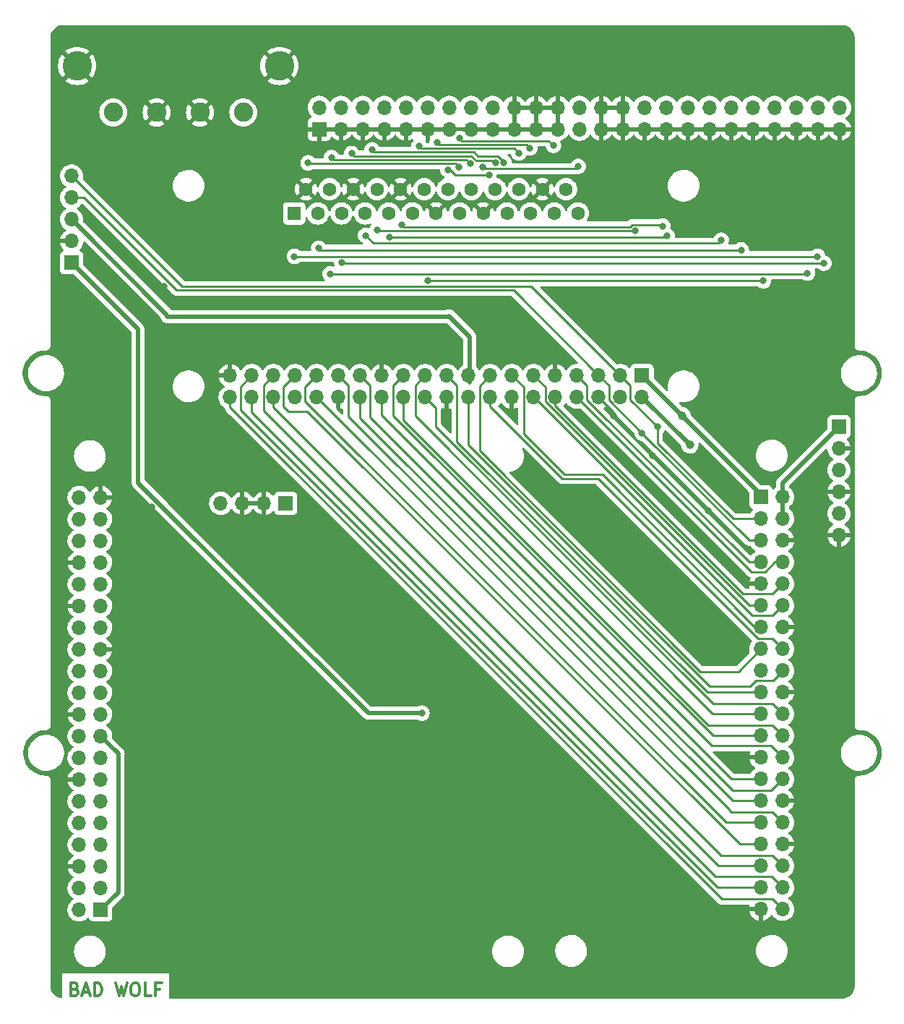
<source format=gbr>
%TF.GenerationSoftware,KiCad,Pcbnew,(6.0.5)*%
%TF.CreationDate,2022-06-02T22:48:02-05:00*%
%TF.ProjectId,rascsi_3p5_holder,72617363-7369-45f3-9370-355f686f6c64,rev?*%
%TF.SameCoordinates,Original*%
%TF.FileFunction,Copper,L1,Top*%
%TF.FilePolarity,Positive*%
%FSLAX46Y46*%
G04 Gerber Fmt 4.6, Leading zero omitted, Abs format (unit mm)*
G04 Created by KiCad (PCBNEW (6.0.5)) date 2022-06-02 22:48:02*
%MOMM*%
%LPD*%
G01*
G04 APERTURE LIST*
%ADD10C,0.300000*%
%TA.AperFunction,NonConductor*%
%ADD11C,0.300000*%
%TD*%
%TA.AperFunction,ComponentPad*%
%ADD12R,1.700000X1.700000*%
%TD*%
%TA.AperFunction,ComponentPad*%
%ADD13O,1.700000X1.700000*%
%TD*%
%TA.AperFunction,ComponentPad*%
%ADD14C,2.250000*%
%TD*%
%TA.AperFunction,ComponentPad*%
%ADD15C,3.450000*%
%TD*%
%TA.AperFunction,ComponentPad*%
%ADD16R,1.600000X1.600000*%
%TD*%
%TA.AperFunction,ComponentPad*%
%ADD17C,1.600000*%
%TD*%
%TA.AperFunction,ViaPad*%
%ADD18C,1.000000*%
%TD*%
%TA.AperFunction,ViaPad*%
%ADD19C,0.800000*%
%TD*%
%TA.AperFunction,Conductor*%
%ADD20C,0.500000*%
%TD*%
%TA.AperFunction,Conductor*%
%ADD21C,0.250000*%
%TD*%
G04 APERTURE END LIST*
D10*
D11*
X167900000Y-136292857D02*
X168114285Y-136364285D01*
X168185714Y-136435714D01*
X168257142Y-136578571D01*
X168257142Y-136792857D01*
X168185714Y-136935714D01*
X168114285Y-137007142D01*
X167971428Y-137078571D01*
X167400000Y-137078571D01*
X167400000Y-135578571D01*
X167900000Y-135578571D01*
X168042857Y-135650000D01*
X168114285Y-135721428D01*
X168185714Y-135864285D01*
X168185714Y-136007142D01*
X168114285Y-136150000D01*
X168042857Y-136221428D01*
X167900000Y-136292857D01*
X167400000Y-136292857D01*
X168828571Y-136650000D02*
X169542857Y-136650000D01*
X168685714Y-137078571D02*
X169185714Y-135578571D01*
X169685714Y-137078571D01*
X170185714Y-137078571D02*
X170185714Y-135578571D01*
X170542857Y-135578571D01*
X170757142Y-135650000D01*
X170900000Y-135792857D01*
X170971428Y-135935714D01*
X171042857Y-136221428D01*
X171042857Y-136435714D01*
X170971428Y-136721428D01*
X170900000Y-136864285D01*
X170757142Y-137007142D01*
X170542857Y-137078571D01*
X170185714Y-137078571D01*
X172685714Y-135578571D02*
X173042857Y-137078571D01*
X173328571Y-136007142D01*
X173614285Y-137078571D01*
X173971428Y-135578571D01*
X174828571Y-135578571D02*
X175114285Y-135578571D01*
X175257142Y-135650000D01*
X175400000Y-135792857D01*
X175471428Y-136078571D01*
X175471428Y-136578571D01*
X175400000Y-136864285D01*
X175257142Y-137007142D01*
X175114285Y-137078571D01*
X174828571Y-137078571D01*
X174685714Y-137007142D01*
X174542857Y-136864285D01*
X174471428Y-136578571D01*
X174471428Y-136078571D01*
X174542857Y-135792857D01*
X174685714Y-135650000D01*
X174828571Y-135578571D01*
X176828571Y-137078571D02*
X176114285Y-137078571D01*
X176114285Y-135578571D01*
X177828571Y-136292857D02*
X177328571Y-136292857D01*
X177328571Y-137078571D02*
X177328571Y-135578571D01*
X178042857Y-135578571D01*
D12*
%TO.P,J1,1,Pin_1*%
%TO.N,+3V3*%
X234330000Y-64450000D03*
D13*
%TO.P,J1,2,Pin_2*%
%TO.N,+5V*%
X234330000Y-66990000D03*
%TO.P,J1,3,Pin_3*%
%TO.N,GPIO02*%
X231790000Y-64450000D03*
%TO.P,J1,4,Pin_4*%
%TO.N,+5V*%
X231790000Y-66990000D03*
%TO.P,J1,5,Pin_5*%
%TO.N,GPIO03*%
X229250000Y-64450000D03*
%TO.P,J1,6,Pin_6*%
%TO.N,GND*%
X229250000Y-66990000D03*
%TO.P,J1,7,Pin_7*%
%TO.N,GPIO04*%
X226710000Y-64450000D03*
%TO.P,J1,8,Pin_8*%
%TO.N,GPIO14*%
X226710000Y-66990000D03*
%TO.P,J1,9,Pin_9*%
%TO.N,GND*%
X224170000Y-64450000D03*
%TO.P,J1,10,Pin_10*%
%TO.N,GPIO15*%
X224170000Y-66990000D03*
%TO.P,J1,11,Pin_11*%
%TO.N,GPIO17*%
X221630000Y-64450000D03*
%TO.P,J1,12,Pin_12*%
%TO.N,GPIO18*%
X221630000Y-66990000D03*
%TO.P,J1,13,Pin_13*%
%TO.N,GPIO27*%
X219090000Y-64450000D03*
%TO.P,J1,14,Pin_14*%
%TO.N,GND*%
X219090000Y-66990000D03*
%TO.P,J1,15,Pin_15*%
%TO.N,GPIO22*%
X216550000Y-64450000D03*
%TO.P,J1,16,Pin_16*%
%TO.N,GPIO23*%
X216550000Y-66990000D03*
%TO.P,J1,17,Pin_17*%
%TO.N,+3V3*%
X214010000Y-64450000D03*
%TO.P,J1,18,Pin_18*%
%TO.N,GPIO24*%
X214010000Y-66990000D03*
%TO.P,J1,19,Pin_19*%
%TO.N,GPIO10*%
X211470000Y-64450000D03*
%TO.P,J1,20,Pin_20*%
%TO.N,GND*%
X211470000Y-66990000D03*
%TO.P,J1,21,Pin_21*%
%TO.N,GPIO09*%
X208930000Y-64450000D03*
%TO.P,J1,22,Pin_22*%
%TO.N,GPIO25*%
X208930000Y-66990000D03*
%TO.P,J1,23,Pin_23*%
%TO.N,GPIO11*%
X206390000Y-64450000D03*
%TO.P,J1,24,Pin_24*%
%TO.N,GPIO08*%
X206390000Y-66990000D03*
%TO.P,J1,25,Pin_25*%
%TO.N,GND*%
X203850000Y-64450000D03*
%TO.P,J1,26,Pin_26*%
%TO.N,GPIO07*%
X203850000Y-66990000D03*
%TO.P,J1,27,Pin_27*%
%TO.N,ID_SD*%
X201310000Y-64450000D03*
%TO.P,J1,28,Pin_28*%
%TO.N,ID_SC*%
X201310000Y-66990000D03*
%TO.P,J1,29,Pin_29*%
%TO.N,GPIO05*%
X198770000Y-64450000D03*
%TO.P,J1,30,Pin_30*%
%TO.N,GND*%
X198770000Y-66990000D03*
%TO.P,J1,31,Pin_31*%
%TO.N,GPIO06*%
X196230000Y-64450000D03*
%TO.P,J1,32,Pin_32*%
%TO.N,GPIO12*%
X196230000Y-66990000D03*
%TO.P,J1,33,Pin_33*%
%TO.N,GPIO13*%
X193690000Y-64450000D03*
%TO.P,J1,34,Pin_34*%
%TO.N,GND*%
X193690000Y-66990000D03*
%TO.P,J1,35,Pin_35*%
%TO.N,GPIO19*%
X191150000Y-64450000D03*
%TO.P,J1,36,Pin_36*%
%TO.N,GPIO16*%
X191150000Y-66990000D03*
%TO.P,J1,37,Pin_37*%
%TO.N,GPIO26*%
X188610000Y-64450000D03*
%TO.P,J1,38,Pin_38*%
%TO.N,GPIO20*%
X188610000Y-66990000D03*
%TO.P,J1,39,Pin_39*%
%TO.N,GND*%
X186070000Y-64450000D03*
%TO.P,J1,40,Pin_40*%
%TO.N,GPIO21*%
X186070000Y-66990000D03*
%TD*%
D12*
%TO.P,J8,1,Pin_1*%
%TO.N,+5V*%
X257400000Y-70450000D03*
D13*
%TO.P,J8,2,Pin_2*%
%TO.N,GND*%
X257400000Y-72990000D03*
%TO.P,J8,3,Pin_3*%
%TO.N,+12V*%
X257400000Y-75530000D03*
%TO.P,J8,4,Pin_4*%
%TO.N,GND*%
X257400000Y-78070000D03*
%TO.P,J8,5,Pin_5*%
%TO.N,+3V3*%
X257400000Y-80610000D03*
%TO.P,J8,6,Pin_6*%
%TO.N,GND*%
X257400000Y-83150000D03*
%TD*%
D14*
%TO.P,J4,1,1*%
%TO.N,+12V*%
X172370000Y-33650000D03*
%TO.P,J4,2,2*%
%TO.N,GND*%
X177450000Y-33650000D03*
%TO.P,J4,3,3*%
X182530000Y-33650000D03*
%TO.P,J4,4,4*%
%TO.N,unconnected-(J4-Pad4)*%
X187610000Y-33650000D03*
D15*
%TO.P,J4,MH1,MH1*%
%TO.N,GND*%
X168140000Y-28200000D03*
%TO.P,J4,MH2,MH2*%
X191840000Y-28200000D03*
%TD*%
D12*
%TO.P,J6,1,Pin_1*%
%TO.N,+3V3*%
X170905000Y-126995000D03*
D13*
%TO.P,J6,2,Pin_2*%
%TO.N,+5V*%
X168365000Y-126995000D03*
%TO.P,J6,3,Pin_3*%
%TO.N,GPIO02*%
X170905000Y-124455000D03*
%TO.P,J6,4,Pin_4*%
%TO.N,+5V*%
X168365000Y-124455000D03*
%TO.P,J6,5,Pin_5*%
%TO.N,GPIO03*%
X170905000Y-121915000D03*
%TO.P,J6,6,Pin_6*%
%TO.N,GND*%
X168365000Y-121915000D03*
%TO.P,J6,7,Pin_7*%
%TO.N,unconnected-(J6-Pad7)*%
X170905000Y-119375000D03*
%TO.P,J6,8,Pin_8*%
%TO.N,unconnected-(J6-Pad8)*%
X168365000Y-119375000D03*
%TO.P,J6,9,Pin_9*%
%TO.N,GND*%
X170905000Y-116835000D03*
%TO.P,J6,10,Pin_10*%
%TO.N,unconnected-(J6-Pad10)*%
X168365000Y-116835000D03*
%TO.P,J6,11,Pin_11*%
%TO.N,unconnected-(J6-Pad11)*%
X170905000Y-114295000D03*
%TO.P,J6,12,Pin_12*%
%TO.N,unconnected-(J6-Pad12)*%
X168365000Y-114295000D03*
%TO.P,J6,13,Pin_13*%
%TO.N,unconnected-(J6-Pad13)*%
X170905000Y-111755000D03*
%TO.P,J6,14,Pin_14*%
%TO.N,GND*%
X168365000Y-111755000D03*
%TO.P,J6,15,Pin_15*%
%TO.N,unconnected-(J6-Pad15)*%
X170905000Y-109215000D03*
%TO.P,J6,16,Pin_16*%
%TO.N,unconnected-(J6-Pad16)*%
X168365000Y-109215000D03*
%TO.P,J6,17,Pin_17*%
%TO.N,+3V3*%
X170905000Y-106675000D03*
%TO.P,J6,18,Pin_18*%
%TO.N,unconnected-(J6-Pad18)*%
X168365000Y-106675000D03*
%TO.P,J6,19,Pin_19*%
%TO.N,unconnected-(J6-Pad19)*%
X170905000Y-104135000D03*
%TO.P,J6,20,Pin_20*%
%TO.N,GND*%
X168365000Y-104135000D03*
%TO.P,J6,21,Pin_21*%
%TO.N,unconnected-(J6-Pad21)*%
X170905000Y-101595000D03*
%TO.P,J6,22,Pin_22*%
%TO.N,unconnected-(J6-Pad22)*%
X168365000Y-101595000D03*
%TO.P,J6,23,Pin_23*%
%TO.N,unconnected-(J6-Pad23)*%
X170905000Y-99055000D03*
%TO.P,J6,24,Pin_24*%
%TO.N,unconnected-(J6-Pad24)*%
X168365000Y-99055000D03*
%TO.P,J6,25,Pin_25*%
%TO.N,GND*%
X170905000Y-96515000D03*
%TO.P,J6,26,Pin_26*%
%TO.N,unconnected-(J6-Pad26)*%
X168365000Y-96515000D03*
%TO.P,J6,27,Pin_27*%
%TO.N,unconnected-(J6-Pad27)*%
X170905000Y-93975000D03*
%TO.P,J6,28,Pin_28*%
%TO.N,unconnected-(J6-Pad28)*%
X168365000Y-93975000D03*
%TO.P,J6,29,Pin_29*%
%TO.N,unconnected-(J6-Pad29)*%
X170905000Y-91435000D03*
%TO.P,J6,30,Pin_30*%
%TO.N,GND*%
X168365000Y-91435000D03*
%TO.P,J6,31,Pin_31*%
%TO.N,unconnected-(J6-Pad31)*%
X170905000Y-88895000D03*
%TO.P,J6,32,Pin_32*%
%TO.N,unconnected-(J6-Pad32)*%
X168365000Y-88895000D03*
%TO.P,J6,33,Pin_33*%
%TO.N,unconnected-(J6-Pad33)*%
X170905000Y-86355000D03*
%TO.P,J6,34,Pin_34*%
%TO.N,GND*%
X168365000Y-86355000D03*
%TO.P,J6,35,Pin_35*%
%TO.N,unconnected-(J6-Pad35)*%
X170905000Y-83815000D03*
%TO.P,J6,36,Pin_36*%
%TO.N,unconnected-(J6-Pad36)*%
X168365000Y-83815000D03*
%TO.P,J6,37,Pin_37*%
%TO.N,unconnected-(J6-Pad37)*%
X170905000Y-81275000D03*
%TO.P,J6,38,Pin_38*%
%TO.N,unconnected-(J6-Pad38)*%
X168365000Y-81275000D03*
%TO.P,J6,39,Pin_39*%
%TO.N,GND*%
X170905000Y-78735000D03*
%TO.P,J6,40,Pin_40*%
%TO.N,unconnected-(J6-Pad40)*%
X168365000Y-78735000D03*
%TD*%
D12*
%TO.P,J9,1,Pin_1*%
%TO.N,+5V*%
X167500000Y-51250000D03*
D13*
%TO.P,J9,2,Pin_2*%
%TO.N,GND*%
X167500000Y-48710000D03*
%TO.P,J9,3,Pin_3*%
%TO.N,+3V3*%
X167500000Y-46170000D03*
%TO.P,J9,4,Pin_4*%
%TO.N,GPIO03*%
X167500000Y-43630000D03*
%TO.P,J9,5,Pin_5*%
%TO.N,GPIO02*%
X167500000Y-41090000D03*
%TD*%
D12*
%TO.P,J2,1,Pin_1*%
%TO.N,GND*%
X196525000Y-35600000D03*
D13*
%TO.P,J2,2,Pin_2*%
%TO.N,SCSI_D0*%
X196525000Y-33060000D03*
%TO.P,J2,3,Pin_3*%
%TO.N,GND*%
X199065000Y-35600000D03*
%TO.P,J2,4,Pin_4*%
%TO.N,SCSI_D1*%
X199065000Y-33060000D03*
%TO.P,J2,5,Pin_5*%
%TO.N,GND*%
X201605000Y-35600000D03*
%TO.P,J2,6,Pin_6*%
%TO.N,SCSI_D2*%
X201605000Y-33060000D03*
%TO.P,J2,7,Pin_7*%
%TO.N,GND*%
X204145000Y-35600000D03*
%TO.P,J2,8,Pin_8*%
%TO.N,SCSI_D3*%
X204145000Y-33060000D03*
%TO.P,J2,9,Pin_9*%
%TO.N,GND*%
X206685000Y-35600000D03*
%TO.P,J2,10,Pin_10*%
%TO.N,SCSI_D4*%
X206685000Y-33060000D03*
%TO.P,J2,11,Pin_11*%
%TO.N,GND*%
X209225000Y-35600000D03*
%TO.P,J2,12,Pin_12*%
%TO.N,SCSI_D5*%
X209225000Y-33060000D03*
%TO.P,J2,13,Pin_13*%
%TO.N,GND*%
X211765000Y-35600000D03*
%TO.P,J2,14,Pin_14*%
%TO.N,SCSI_D6*%
X211765000Y-33060000D03*
%TO.P,J2,15,Pin_15*%
%TO.N,GND*%
X214305000Y-35600000D03*
%TO.P,J2,16,Pin_16*%
%TO.N,SCSI_D7*%
X214305000Y-33060000D03*
%TO.P,J2,17,Pin_17*%
%TO.N,GND*%
X216845000Y-35600000D03*
%TO.P,J2,18,Pin_18*%
%TO.N,SCSI_DP*%
X216845000Y-33060000D03*
%TO.P,J2,19,Pin_19*%
%TO.N,GND*%
X219385000Y-35600000D03*
%TO.P,J2,20,Pin_20*%
X219385000Y-33060000D03*
%TO.P,J2,21,Pin_21*%
X221925000Y-35600000D03*
%TO.P,J2,22,Pin_22*%
X221925000Y-33060000D03*
%TO.P,J2,23,Pin_23*%
X224465000Y-35600000D03*
%TO.P,J2,24,Pin_24*%
X224465000Y-33060000D03*
%TO.P,J2,25,Pin_25*%
%TO.N,unconnected-(J2-Pad25)*%
X227005000Y-35600000D03*
%TO.P,J2,26,Pin_26*%
%TO.N,TPWR*%
X227005000Y-33060000D03*
%TO.P,J2,27,Pin_27*%
%TO.N,GND*%
X229545000Y-35600000D03*
%TO.P,J2,28,Pin_28*%
X229545000Y-33060000D03*
%TO.P,J2,29,Pin_29*%
X232085000Y-35600000D03*
%TO.P,J2,30,Pin_30*%
X232085000Y-33060000D03*
%TO.P,J2,31,Pin_31*%
X234625000Y-35600000D03*
%TO.P,J2,32,Pin_32*%
%TO.N,SCSI_ATN*%
X234625000Y-33060000D03*
%TO.P,J2,33,Pin_33*%
%TO.N,GND*%
X237165000Y-35600000D03*
%TO.P,J2,34,Pin_34*%
%TO.N,unconnected-(J2-Pad34)*%
X237165000Y-33060000D03*
%TO.P,J2,35,Pin_35*%
%TO.N,GND*%
X239705000Y-35600000D03*
%TO.P,J2,36,Pin_36*%
%TO.N,SCSI_BSY*%
X239705000Y-33060000D03*
%TO.P,J2,37,Pin_37*%
%TO.N,GND*%
X242245000Y-35600000D03*
%TO.P,J2,38,Pin_38*%
%TO.N,SCSI_ACK*%
X242245000Y-33060000D03*
%TO.P,J2,39,Pin_39*%
%TO.N,GND*%
X244785000Y-35600000D03*
%TO.P,J2,40,Pin_40*%
%TO.N,SCSI_RST*%
X244785000Y-33060000D03*
%TO.P,J2,41,Pin_41*%
%TO.N,GND*%
X247325000Y-35600000D03*
%TO.P,J2,42,Pin_42*%
%TO.N,SCSI_MSG*%
X247325000Y-33060000D03*
%TO.P,J2,43,Pin_43*%
%TO.N,GND*%
X249865000Y-35600000D03*
%TO.P,J2,44,Pin_44*%
%TO.N,SCSI_SEL*%
X249865000Y-33060000D03*
%TO.P,J2,45,Pin_45*%
%TO.N,GND*%
X252405000Y-35600000D03*
%TO.P,J2,46,Pin_46*%
%TO.N,SCSI_CD*%
X252405000Y-33060000D03*
%TO.P,J2,47,Pin_47*%
%TO.N,GND*%
X254945000Y-35600000D03*
%TO.P,J2,48,Pin_48*%
%TO.N,SCSI_REQ*%
X254945000Y-33060000D03*
%TO.P,J2,49,Pin_49*%
%TO.N,GND*%
X257485000Y-35600000D03*
%TO.P,J2,50,Pin_50*%
%TO.N,SCSI_IO*%
X257485000Y-33060000D03*
%TD*%
D12*
%TO.P,J5,1,Pin_1*%
%TO.N,+3V3*%
X248250000Y-78670000D03*
D13*
%TO.P,J5,2,Pin_2*%
%TO.N,+5V*%
X250790000Y-78670000D03*
%TO.P,J5,3,Pin_3*%
%TO.N,GPIO02*%
X248250000Y-81210000D03*
%TO.P,J5,4,Pin_4*%
%TO.N,+5V*%
X250790000Y-81210000D03*
%TO.P,J5,5,Pin_5*%
%TO.N,GPIO03*%
X248250000Y-83750000D03*
%TO.P,J5,6,Pin_6*%
%TO.N,GND*%
X250790000Y-83750000D03*
%TO.P,J5,7,Pin_7*%
%TO.N,GPIO04*%
X248250000Y-86290000D03*
%TO.P,J5,8,Pin_8*%
%TO.N,GPIO14*%
X250790000Y-86290000D03*
%TO.P,J5,9,Pin_9*%
%TO.N,GND*%
X248250000Y-88830000D03*
%TO.P,J5,10,Pin_10*%
%TO.N,GPIO15*%
X250790000Y-88830000D03*
%TO.P,J5,11,Pin_11*%
%TO.N,GPIO17*%
X248250000Y-91370000D03*
%TO.P,J5,12,Pin_12*%
%TO.N,GPIO18*%
X250790000Y-91370000D03*
%TO.P,J5,13,Pin_13*%
%TO.N,GPIO27*%
X248250000Y-93910000D03*
%TO.P,J5,14,Pin_14*%
%TO.N,GND*%
X250790000Y-93910000D03*
%TO.P,J5,15,Pin_15*%
%TO.N,GPIO22*%
X248250000Y-96450000D03*
%TO.P,J5,16,Pin_16*%
%TO.N,GPIO23*%
X250790000Y-96450000D03*
%TO.P,J5,17,Pin_17*%
%TO.N,+3V3*%
X248250000Y-98990000D03*
%TO.P,J5,18,Pin_18*%
%TO.N,GPIO24*%
X250790000Y-98990000D03*
%TO.P,J5,19,Pin_19*%
%TO.N,GPIO10*%
X248250000Y-101530000D03*
%TO.P,J5,20,Pin_20*%
%TO.N,GND*%
X250790000Y-101530000D03*
%TO.P,J5,21,Pin_21*%
%TO.N,GPIO09*%
X248250000Y-104070000D03*
%TO.P,J5,22,Pin_22*%
%TO.N,GPIO25*%
X250790000Y-104070000D03*
%TO.P,J5,23,Pin_23*%
%TO.N,GPIO11*%
X248250000Y-106610000D03*
%TO.P,J5,24,Pin_24*%
%TO.N,GPIO08*%
X250790000Y-106610000D03*
%TO.P,J5,25,Pin_25*%
%TO.N,GND*%
X248250000Y-109150000D03*
%TO.P,J5,26,Pin_26*%
%TO.N,GPIO07*%
X250790000Y-109150000D03*
%TO.P,J5,27,Pin_27*%
%TO.N,ID_SD*%
X248250000Y-111690000D03*
%TO.P,J5,28,Pin_28*%
%TO.N,ID_SC*%
X250790000Y-111690000D03*
%TO.P,J5,29,Pin_29*%
%TO.N,GPIO05*%
X248250000Y-114230000D03*
%TO.P,J5,30,Pin_30*%
%TO.N,GND*%
X250790000Y-114230000D03*
%TO.P,J5,31,Pin_31*%
%TO.N,GPIO06*%
X248250000Y-116770000D03*
%TO.P,J5,32,Pin_32*%
%TO.N,GPIO12*%
X250790000Y-116770000D03*
%TO.P,J5,33,Pin_33*%
%TO.N,GPIO13*%
X248250000Y-119310000D03*
%TO.P,J5,34,Pin_34*%
%TO.N,GND*%
X250790000Y-119310000D03*
%TO.P,J5,35,Pin_35*%
%TO.N,GPIO19*%
X248250000Y-121850000D03*
%TO.P,J5,36,Pin_36*%
%TO.N,GPIO16*%
X250790000Y-121850000D03*
%TO.P,J5,37,Pin_37*%
%TO.N,GPIO26*%
X248250000Y-124390000D03*
%TO.P,J5,38,Pin_38*%
%TO.N,GPIO20*%
X250790000Y-124390000D03*
%TO.P,J5,39,Pin_39*%
%TO.N,GND*%
X248250000Y-126930000D03*
%TO.P,J5,40,Pin_40*%
%TO.N,GPIO21*%
X250790000Y-126930000D03*
%TD*%
D16*
%TO.P,J3,1,1*%
%TO.N,SCSI_REQ*%
X193573680Y-45468800D03*
D17*
%TO.P,J3,2,2*%
%TO.N,SCSI_MSG*%
X196343680Y-45468800D03*
%TO.P,J3,3,3*%
%TO.N,SCSI_IO*%
X199113680Y-45468800D03*
%TO.P,J3,4,4*%
%TO.N,SCSI_RST*%
X201883680Y-45468800D03*
%TO.P,J3,5,5*%
%TO.N,SCSI_ACK*%
X204653680Y-45468800D03*
%TO.P,J3,6,6*%
%TO.N,SCSI_BSY*%
X207423680Y-45468800D03*
%TO.P,J3,7,7*%
%TO.N,GND*%
X210193680Y-45468800D03*
%TO.P,J3,8,8*%
%TO.N,SCSI_D0*%
X212963680Y-45468800D03*
%TO.P,J3,9,9*%
%TO.N,GND*%
X215733680Y-45468800D03*
%TO.P,J3,10,10*%
%TO.N,SCSI_D3*%
X218503680Y-45468800D03*
%TO.P,J3,11,11*%
%TO.N,SCSI_D5*%
X221273680Y-45468800D03*
%TO.P,J3,12,12*%
%TO.N,SCSI_D6*%
X224043680Y-45468800D03*
%TO.P,J3,13,13*%
%TO.N,SCSI_D7*%
X226813680Y-45468800D03*
%TO.P,J3,14,P14*%
%TO.N,GND*%
X194958680Y-42628800D03*
%TO.P,J3,15,P15*%
%TO.N,SCSI_CD*%
X197728680Y-42628800D03*
%TO.P,J3,16,P16*%
%TO.N,GND*%
X200498680Y-42628800D03*
%TO.P,J3,17,P17*%
%TO.N,SCSI_ATN*%
X203268680Y-42628800D03*
%TO.P,J3,18,P18*%
%TO.N,GND*%
X206038680Y-42628800D03*
%TO.P,J3,19,P19*%
%TO.N,SCSI_SEL*%
X208808680Y-42628800D03*
%TO.P,J3,20,P20*%
%TO.N,SCSI_DP*%
X211578680Y-42628800D03*
%TO.P,J3,21,P21*%
%TO.N,SCSI_D1*%
X214348680Y-42628800D03*
%TO.P,J3,22,P22*%
%TO.N,SCSI_D2*%
X217118680Y-42628800D03*
%TO.P,J3,23,P23*%
%TO.N,SCSI_D4*%
X219888680Y-42628800D03*
%TO.P,J3,24,P24*%
%TO.N,GND*%
X222658680Y-42628800D03*
%TO.P,J3,25,P25*%
%TO.N,TPWR*%
X225428680Y-42628800D03*
%TD*%
D12*
%TO.P,J7,1,Pin_1*%
%TO.N,+12V*%
X192585000Y-79405000D03*
D13*
%TO.P,J7,2,Pin_2*%
%TO.N,GND*%
X190045000Y-79405000D03*
%TO.P,J7,3,Pin_3*%
X187505000Y-79405000D03*
%TO.P,J7,4,Pin_4*%
%TO.N,unconnected-(J7-Pad4)*%
X184965000Y-79405000D03*
%TD*%
D18*
%TO.N,+3V3*%
X239050000Y-69170000D03*
D19*
%TO.N,+5V*%
X208535000Y-103985000D03*
D18*
X239930000Y-72590000D03*
D19*
%TO.N,GPIO02*%
X236149495Y-70470505D03*
%TO.N,GPIO03*%
X234329495Y-71190505D03*
D18*
%TO.N,GND*%
X176050000Y-126450000D03*
D19*
X258000000Y-42250000D03*
X174000000Y-55550000D03*
X202900000Y-125400000D03*
X254850000Y-42250000D03*
X247150000Y-42250000D03*
X194200000Y-98100000D03*
X229150000Y-42250000D03*
X178250000Y-61100000D03*
D18*
X175200000Y-115820000D03*
D19*
X242100000Y-80250000D03*
X173700000Y-62050000D03*
X169000000Y-60000000D03*
X209700000Y-56000000D03*
X234850000Y-124200000D03*
X228400000Y-81050000D03*
X252600000Y-42250000D03*
X180350000Y-71150000D03*
X178350000Y-54050000D03*
X243450000Y-76600000D03*
X221650000Y-76650000D03*
D18*
X201600000Y-93170000D03*
X176050000Y-130900000D03*
D19*
X234450000Y-61000000D03*
X177750000Y-75600000D03*
X257200000Y-89750000D03*
X257400000Y-121950000D03*
X235250000Y-56000000D03*
X235100000Y-42250000D03*
X249900000Y-42250000D03*
X183450000Y-75650000D03*
X237600000Y-72100000D03*
D18*
X207300000Y-109070000D03*
X175200000Y-94070000D03*
D19*
X251250000Y-56850000D03*
X235600000Y-73800000D03*
X242100000Y-93950000D03*
X170400000Y-51400000D03*
X208800000Y-60700000D03*
X244800000Y-42250000D03*
X231400000Y-42250000D03*
X184650000Y-97000000D03*
X231000000Y-69200000D03*
X176900000Y-79850000D03*
%TO.N,SCSI_D0*%
X212900000Y-40050000D03*
X195200000Y-39550000D03*
%TO.N,SCSI_D1*%
X214200000Y-39650000D03*
X197950000Y-38925500D03*
%TO.N,SCSI_D2*%
X200300000Y-38475980D03*
X217150000Y-39500000D03*
%TO.N,SCSI_D3*%
X218150000Y-39500000D03*
X202700000Y-38026460D03*
%TO.N,SCSI_D4*%
X208200000Y-37576940D03*
X219900000Y-38400000D03*
%TO.N,SCSI_D5*%
X210350000Y-37127420D03*
X221200000Y-37800000D03*
%TO.N,SCSI_D6*%
X223950000Y-37500000D03*
X212950000Y-36677900D03*
%TO.N,SCSI_D7*%
X215700000Y-40024500D03*
X226850000Y-39950000D03*
%TO.N,SCSI_DP*%
X216394180Y-40949011D03*
X211600000Y-40374500D03*
%TO.N,SCSI_ATN*%
X233500000Y-47500000D03*
X203300000Y-47400000D03*
%TO.N,SCSI_BSY*%
X236750000Y-46950000D03*
X206150000Y-46775500D03*
%TO.N,SCSI_ACK*%
X204750000Y-48224500D03*
X237250000Y-48100000D03*
%TO.N,SCSI_RST*%
X201950000Y-48050000D03*
X243600000Y-48600000D03*
%TO.N,SCSI_MSG*%
X196450000Y-49550000D03*
X245950000Y-49750000D03*
%TO.N,SCSI_SEL*%
X248550000Y-53350000D03*
X209200000Y-53300000D03*
%TO.N,SCSI_CD*%
X197800000Y-52550000D03*
X253700000Y-52450000D03*
%TO.N,SCSI_REQ*%
X254900000Y-50500000D03*
X193600000Y-50500000D03*
%TO.N,SCSI_IO*%
X199150000Y-51250000D03*
X255650000Y-51300000D03*
%TD*%
D20*
%TO.N,+3V3*%
X234330000Y-64450000D02*
X239050000Y-69170000D01*
X178700000Y-57370000D02*
X178700000Y-57550000D01*
X172950000Y-108720000D02*
X170905000Y-106675000D01*
X239050000Y-69170000D02*
X248250000Y-78370000D01*
X214150000Y-59900000D02*
X214150000Y-65300000D01*
X170905000Y-126995000D02*
X172950000Y-124950000D01*
X211600000Y-57550000D02*
X211700000Y-57450000D01*
X172950000Y-124950000D02*
X172950000Y-108720000D01*
X178700000Y-57550000D02*
X211600000Y-57550000D01*
X211700000Y-57450000D02*
X214150000Y-59900000D01*
X248250000Y-78370000D02*
X248250000Y-78670000D01*
X167500000Y-46170000D02*
X178700000Y-57370000D01*
%TO.N,+5V*%
X202285000Y-103985000D02*
X208535000Y-103985000D01*
X250790000Y-77060000D02*
X257400000Y-70450000D01*
X175300000Y-77000000D02*
X202285000Y-103985000D01*
X234330000Y-66990000D02*
X239930000Y-72590000D01*
X250790000Y-78670000D02*
X250790000Y-81210000D01*
X167500000Y-51250000D02*
X175300000Y-59050000D01*
X250790000Y-78670000D02*
X250790000Y-77060000D01*
X175300000Y-59050000D02*
X175300000Y-77000000D01*
D21*
%TO.N,GPIO02*%
X236149495Y-72349495D02*
X236149495Y-70470505D01*
X221364511Y-54024511D02*
X180434511Y-54024511D01*
X180434511Y-54024511D02*
X167500000Y-41090000D01*
X245010000Y-81210000D02*
X236149495Y-72349495D01*
X248250000Y-81210000D02*
X245010000Y-81210000D01*
X231790000Y-64450000D02*
X221364511Y-54024511D01*
X232964511Y-65624511D02*
X231790000Y-64450000D01*
X236149495Y-70470505D02*
X232964511Y-67285521D01*
X232964511Y-67285521D02*
X232964511Y-65624511D01*
%TO.N,GPIO03*%
X230450000Y-67311010D02*
X230450000Y-65650000D01*
X229250000Y-64450000D02*
X219274031Y-54474031D01*
X219274031Y-54474031D02*
X179798645Y-54474031D01*
X230450000Y-65650000D02*
X229250000Y-64450000D01*
X248250000Y-83750000D02*
X246888990Y-83750000D01*
X246888990Y-83750000D02*
X234329495Y-71190505D01*
X168954614Y-43630000D02*
X167500000Y-43630000D01*
X234329495Y-71190505D02*
X230450000Y-67311010D01*
X179798645Y-54474031D02*
X168954614Y-43630000D01*
%TO.N,GND*%
X229250000Y-66990000D02*
X231000000Y-68740000D01*
X231000000Y-68740000D02*
X231000000Y-69200000D01*
%TO.N,GPIO04*%
X246888990Y-86290000D02*
X227884511Y-67285521D01*
X248250000Y-86290000D02*
X246888990Y-86290000D01*
X227884511Y-67285521D02*
X227884511Y-65624511D01*
X227884511Y-65624511D02*
X226710000Y-64450000D01*
%TO.N,GPIO14*%
X250790000Y-86290000D02*
X249911010Y-86290000D01*
X249911010Y-86290000D02*
X248736499Y-87464511D01*
X247184511Y-87464511D02*
X226710000Y-66990000D01*
X248736499Y-87464511D02*
X247184511Y-87464511D01*
%TO.N,GPIO15*%
X250790000Y-88830000D02*
X249615489Y-90004511D01*
X246159219Y-90004511D02*
X224170000Y-68015292D01*
X249615489Y-90004511D02*
X246159219Y-90004511D01*
X224170000Y-68015292D02*
X224170000Y-66990000D01*
%TO.N,GPIO17*%
X248250000Y-91370000D02*
X246888990Y-91370000D01*
X246888990Y-91370000D02*
X222995489Y-67476499D01*
X222995489Y-65815489D02*
X221630000Y-64450000D01*
X222995489Y-67476499D02*
X222995489Y-65815489D01*
%TO.N,GPIO18*%
X221648842Y-66990000D02*
X221630000Y-66990000D01*
X250790000Y-91370000D02*
X249615489Y-92544511D01*
X249615489Y-92544511D02*
X247203353Y-92544511D01*
X247203353Y-92544511D02*
X221648842Y-66990000D01*
%TO.N,GPIO27*%
X225200480Y-76050480D02*
X220455489Y-71305489D01*
X220455489Y-71305489D02*
X220455489Y-65815489D01*
X220455489Y-65815489D02*
X219090000Y-64450000D01*
X248250000Y-93910000D02*
X247540000Y-93910000D01*
X247540000Y-93910000D02*
X229680480Y-76050480D01*
X229680480Y-76050480D02*
X225200480Y-76050480D01*
%TO.N,GPIO22*%
X215300000Y-73250000D02*
X215300000Y-65700000D01*
X241150000Y-99100000D02*
X215300000Y-73250000D01*
X215300000Y-65700000D02*
X216550000Y-64450000D01*
X245600000Y-99100000D02*
X241150000Y-99100000D01*
X248250000Y-96450000D02*
X245600000Y-99100000D01*
%TO.N,GPIO23*%
X249615489Y-95275489D02*
X247954479Y-95275489D01*
X247954479Y-95275489D02*
X229178990Y-76500000D01*
X216550000Y-68050000D02*
X216550000Y-66990000D01*
X229178990Y-76500000D02*
X225000000Y-76500000D01*
X225000000Y-76500000D02*
X216550000Y-68050000D01*
X250790000Y-96450000D02*
X249615489Y-95275489D01*
%TO.N,GPIO24*%
X214010000Y-72595717D02*
X214010000Y-66990000D01*
X249685489Y-100164511D02*
X247635489Y-100164511D01*
X247000000Y-100800000D02*
X242214283Y-100800000D01*
X242214283Y-100800000D02*
X214010000Y-72595717D01*
X247635489Y-100164511D02*
X247000000Y-100800000D01*
X250790000Y-98990000D02*
X250790000Y-99060000D01*
X250790000Y-99060000D02*
X249685489Y-100164511D01*
%TO.N,GPIO10*%
X212644511Y-72194511D02*
X212644511Y-65624511D01*
X248250000Y-101530000D02*
X241980000Y-101530000D01*
X212644511Y-65624511D02*
X211470000Y-64450000D01*
X241980000Y-101530000D02*
X212644511Y-72194511D01*
%TO.N,GPIO09*%
X242621158Y-104070000D02*
X207755489Y-69204331D01*
X248250000Y-104070000D02*
X242621158Y-104070000D01*
X207755489Y-65624511D02*
X208930000Y-64450000D01*
X207755489Y-69204331D02*
X207755489Y-65624511D01*
%TO.N,GPIO25*%
X210160000Y-70410000D02*
X210160000Y-68220000D01*
X250790000Y-104070000D02*
X249615489Y-102895489D01*
X242645489Y-102895489D02*
X210160000Y-70410000D01*
X210160000Y-68220000D02*
X208930000Y-66990000D01*
X249615489Y-102895489D02*
X242645489Y-102895489D01*
%TO.N,GPIO11*%
X205200000Y-65640000D02*
X205200000Y-69155718D01*
X242654282Y-106610000D02*
X248250000Y-106610000D01*
X206390000Y-64450000D02*
X205200000Y-65640000D01*
X205200000Y-69155718D02*
X242654282Y-106610000D01*
%TO.N,GPIO08*%
X206390000Y-69710000D02*
X206390000Y-66990000D01*
X249615489Y-105435489D02*
X242115489Y-105435489D01*
X250790000Y-106610000D02*
X249615489Y-105435489D01*
X242115489Y-105435489D02*
X206390000Y-69710000D01*
%TO.N,GPIO07*%
X242514511Y-107784511D02*
X203850000Y-69120000D01*
X249424511Y-107784511D02*
X242514511Y-107784511D01*
X203850000Y-69120000D02*
X203850000Y-66990000D01*
X250790000Y-109150000D02*
X249424511Y-107784511D01*
%TO.N,ID_SD*%
X202484511Y-69354511D02*
X244820000Y-111690000D01*
X244820000Y-111690000D02*
X248250000Y-111690000D01*
X201310000Y-64450000D02*
X202484511Y-65624511D01*
X202484511Y-65624511D02*
X202484511Y-69354511D01*
%TO.N,ID_SC*%
X201310000Y-69380000D02*
X201310000Y-66990000D01*
X249424511Y-113055489D02*
X244985489Y-113055489D01*
X244985489Y-113055489D02*
X201310000Y-69380000D01*
X250790000Y-111690000D02*
X249424511Y-113055489D01*
%TO.N,GPIO05*%
X244960000Y-114230000D02*
X248250000Y-114230000D01*
X198770000Y-64450000D02*
X199944511Y-65624511D01*
X199944511Y-69214511D02*
X244960000Y-114230000D01*
X199944511Y-65624511D02*
X199944511Y-69214511D01*
%TO.N,GPIO06*%
X194864511Y-65815489D02*
X194864511Y-67434511D01*
X194864511Y-67434511D02*
X244200000Y-116770000D01*
X244200000Y-116770000D02*
X248250000Y-116770000D01*
X196230000Y-64450000D02*
X194864511Y-65815489D01*
%TO.N,GPIO12*%
X244500000Y-115270000D02*
X244500000Y-115260000D01*
X249615489Y-115595489D02*
X244825489Y-115595489D01*
X250790000Y-116770000D02*
X249615489Y-115595489D01*
X244825489Y-115595489D02*
X244500000Y-115270000D01*
X244500000Y-115260000D02*
X196230000Y-66990000D01*
%TO.N,GPIO13*%
X192850000Y-68620000D02*
X192324511Y-68094511D01*
X192324511Y-65815489D02*
X193690000Y-64450000D01*
X248250000Y-119310000D02*
X245790000Y-119310000D01*
X195100000Y-68620000D02*
X192850000Y-68620000D01*
X192324511Y-68094511D02*
X192324511Y-65815489D01*
X245790000Y-119310000D02*
X195100000Y-68620000D01*
%TO.N,GPIO19*%
X189975489Y-68595489D02*
X189975489Y-65624511D01*
X248250000Y-121850000D02*
X243230000Y-121850000D01*
X189975489Y-65624511D02*
X191150000Y-64450000D01*
X243230000Y-121850000D02*
X189975489Y-68595489D01*
%TO.N,GPIO16*%
X243633408Y-120675489D02*
X249615489Y-120675489D01*
X191150000Y-66990000D02*
X191150000Y-68192081D01*
X249615489Y-120675489D02*
X250790000Y-121850000D01*
X191150000Y-68192081D02*
X243633408Y-120675489D01*
%TO.N,GPIO26*%
X243190000Y-124390000D02*
X187300000Y-68500000D01*
X187300000Y-68500000D02*
X187300000Y-65760000D01*
X187300000Y-65760000D02*
X188610000Y-64450000D01*
X248250000Y-124390000D02*
X243190000Y-124390000D01*
%TO.N,GPIO20*%
X249520000Y-123120000D02*
X250790000Y-124390000D01*
X188610000Y-66990000D02*
X188610000Y-68780000D01*
X242950000Y-123120000D02*
X249520000Y-123120000D01*
X188610000Y-68780000D02*
X242950000Y-123120000D01*
%TO.N,GPIO21*%
X186070000Y-66990000D02*
X186070000Y-68170000D01*
X186070000Y-68170000D02*
X243655489Y-125755489D01*
X249615489Y-125755489D02*
X250790000Y-126930000D01*
X243655489Y-125755489D02*
X249615489Y-125755489D01*
%TO.N,SCSI_D0*%
X195300000Y-39650000D02*
X195200000Y-39550000D01*
X212900000Y-40050000D02*
X212500000Y-39650000D01*
X212500000Y-39650000D02*
X195300000Y-39650000D01*
%TO.N,SCSI_D1*%
X198224980Y-39200480D02*
X213750480Y-39200480D01*
X213750480Y-39200480D02*
X214200000Y-39650000D01*
X197950000Y-38925500D02*
X198224980Y-39200480D01*
%TO.N,SCSI_D2*%
X217150000Y-39500000D02*
X216950000Y-39300000D01*
X214874614Y-39300000D02*
X214325574Y-38750960D01*
X200574980Y-38750960D02*
X200300000Y-38475980D01*
X214325574Y-38750960D02*
X200574980Y-38750960D01*
X216950000Y-39300000D02*
X214874614Y-39300000D01*
%TO.N,SCSI_D3*%
X202974980Y-38301440D02*
X214651440Y-38301440D01*
X214651440Y-38301440D02*
X215100000Y-38750000D01*
X218150000Y-39475386D02*
X218150000Y-39500000D01*
X217424614Y-38750000D02*
X218150000Y-39475386D01*
X202700000Y-38026460D02*
X202974980Y-38301440D01*
X215100000Y-38750000D02*
X217424614Y-38750000D01*
%TO.N,SCSI_D4*%
X208200000Y-37576940D02*
X208474980Y-37851920D01*
X208474980Y-37851920D02*
X219351920Y-37851920D01*
X219351920Y-37851920D02*
X219900000Y-38400000D01*
%TO.N,SCSI_D5*%
X210624980Y-37402400D02*
X220802400Y-37402400D01*
X210350000Y-37127420D02*
X210624980Y-37402400D01*
X220802400Y-37402400D02*
X221200000Y-37800000D01*
%TO.N,SCSI_D6*%
X212950000Y-36677900D02*
X213224980Y-36952880D01*
X213224980Y-36952880D02*
X223402880Y-36952880D01*
X223402880Y-36952880D02*
X223950000Y-37500000D01*
%TO.N,SCSI_D7*%
X215700000Y-40024500D02*
X215900011Y-40224511D01*
X215900011Y-40224511D02*
X226575489Y-40224511D01*
X226575489Y-40224511D02*
X226850000Y-39950000D01*
%TO.N,SCSI_DP*%
X211874500Y-40374500D02*
X211600000Y-40374500D01*
X212449011Y-40949011D02*
X212050000Y-40550000D01*
X216394180Y-40949011D02*
X212449011Y-40949011D01*
X212050000Y-40550000D02*
X211874500Y-40374500D01*
%TO.N,SCSI_ATN*%
X203400000Y-47500000D02*
X203300000Y-47400000D01*
X233500000Y-47500000D02*
X203400000Y-47500000D01*
%TO.N,SCSI_BSY*%
X206424500Y-47050000D02*
X206150000Y-46775500D01*
X232900000Y-47050000D02*
X206424500Y-47050000D01*
X233174511Y-46775489D02*
X232900000Y-47050000D01*
X236575489Y-46775489D02*
X233174511Y-46775489D01*
X236750000Y-46950000D02*
X236575489Y-46775489D01*
%TO.N,SCSI_ACK*%
X237125489Y-48224511D02*
X204750011Y-48224511D01*
X204750011Y-48224511D02*
X204750000Y-48224500D01*
X237250000Y-48100000D02*
X237125489Y-48224511D01*
%TO.N,SCSI_RST*%
X243600000Y-48600000D02*
X243250989Y-48949011D01*
X202849011Y-48949011D02*
X201950000Y-48050000D01*
X243250989Y-48949011D02*
X202849011Y-48949011D01*
%TO.N,SCSI_MSG*%
X245950000Y-49750000D02*
X196650000Y-49750000D01*
X196650000Y-49750000D02*
X196450000Y-49550000D01*
%TO.N,SCSI_SEL*%
X248550000Y-53350000D02*
X209250000Y-53350000D01*
X209250000Y-53350000D02*
X209200000Y-53300000D01*
%TO.N,SCSI_CD*%
X253600000Y-52550000D02*
X253700000Y-52450000D01*
X197800000Y-52550000D02*
X253600000Y-52550000D01*
%TO.N,SCSI_REQ*%
X193600000Y-50500000D02*
X254900000Y-50500000D01*
%TO.N,SCSI_IO*%
X199200000Y-51300000D02*
X199150000Y-51250000D01*
X255650000Y-51300000D02*
X199200000Y-51300000D01*
%TD*%
%TA.AperFunction,Conductor*%
%TO.N,GND*%
G36*
X257720018Y-23410000D02*
G01*
X257734851Y-23412310D01*
X257734855Y-23412310D01*
X257743724Y-23413691D01*
X257758981Y-23411696D01*
X257784302Y-23410953D01*
X257953285Y-23423039D01*
X257971064Y-23425596D01*
X258161392Y-23466999D01*
X258178641Y-23472063D01*
X258361150Y-23540136D01*
X258377502Y-23547604D01*
X258548458Y-23640952D01*
X258563582Y-23650672D01*
X258719514Y-23767402D01*
X258733100Y-23779175D01*
X258870825Y-23916900D01*
X258882598Y-23930486D01*
X258999328Y-24086418D01*
X259009048Y-24101542D01*
X259102396Y-24272498D01*
X259109864Y-24288850D01*
X259177937Y-24471359D01*
X259183001Y-24488607D01*
X259224404Y-24678936D01*
X259226962Y-24696721D01*
X259238540Y-24858601D01*
X259237793Y-24876565D01*
X259237692Y-24884845D01*
X259236309Y-24893724D01*
X259237474Y-24902630D01*
X259240436Y-24925283D01*
X259241500Y-24941621D01*
X259241500Y-60991377D01*
X259241498Y-60992147D01*
X259241024Y-61069721D01*
X259243491Y-61078352D01*
X259249150Y-61098153D01*
X259252728Y-61114915D01*
X259256920Y-61144187D01*
X259260634Y-61152355D01*
X259260634Y-61152356D01*
X259267548Y-61167562D01*
X259273996Y-61185086D01*
X259281051Y-61209771D01*
X259285843Y-61217365D01*
X259285844Y-61217368D01*
X259296830Y-61234780D01*
X259304969Y-61249863D01*
X259317208Y-61276782D01*
X259323069Y-61283584D01*
X259333970Y-61296235D01*
X259345073Y-61311239D01*
X259358776Y-61332958D01*
X259365501Y-61338897D01*
X259365504Y-61338901D01*
X259380938Y-61352532D01*
X259392982Y-61364724D01*
X259406427Y-61380327D01*
X259406430Y-61380329D01*
X259412287Y-61387127D01*
X259419816Y-61392007D01*
X259419817Y-61392008D01*
X259433835Y-61401094D01*
X259448709Y-61412385D01*
X259461217Y-61423431D01*
X259467951Y-61429378D01*
X259494711Y-61441942D01*
X259509691Y-61450263D01*
X259526983Y-61461471D01*
X259526988Y-61461473D01*
X259534515Y-61466352D01*
X259543108Y-61468922D01*
X259543113Y-61468924D01*
X259559120Y-61473711D01*
X259576564Y-61480372D01*
X259591676Y-61487467D01*
X259591678Y-61487468D01*
X259599800Y-61491281D01*
X259608667Y-61492662D01*
X259608668Y-61492662D01*
X259618310Y-61494163D01*
X259629017Y-61495830D01*
X259645732Y-61499613D01*
X259665466Y-61505515D01*
X259665472Y-61505516D01*
X259674066Y-61508086D01*
X259683038Y-61508141D01*
X259683039Y-61508141D01*
X259699740Y-61508243D01*
X259718354Y-61509741D01*
X259734851Y-61512310D01*
X259734855Y-61512310D01*
X259743724Y-61513691D01*
X259752626Y-61512527D01*
X259752628Y-61512527D01*
X259758285Y-61511787D01*
X259761330Y-61511389D01*
X259784988Y-61510538D01*
X260052817Y-61526137D01*
X260067366Y-61527838D01*
X260157148Y-61543669D01*
X260358863Y-61579237D01*
X260373120Y-61582616D01*
X260537375Y-61631790D01*
X260656684Y-61667509D01*
X260670446Y-61672518D01*
X260900024Y-61771548D01*
X260942228Y-61789753D01*
X260955322Y-61796329D01*
X261211653Y-61944322D01*
X261223895Y-61952373D01*
X261461334Y-62129140D01*
X261472534Y-62138538D01*
X261687847Y-62341675D01*
X261697894Y-62352324D01*
X261888158Y-62579074D01*
X261896907Y-62590827D01*
X262059550Y-62838112D01*
X262066877Y-62850802D01*
X262199722Y-63115320D01*
X262205525Y-63128773D01*
X262306757Y-63406904D01*
X262310960Y-63420941D01*
X262379222Y-63708961D01*
X262381766Y-63723391D01*
X262416128Y-64017377D01*
X262416980Y-64032005D01*
X262416980Y-64327995D01*
X262416128Y-64342623D01*
X262381766Y-64636609D01*
X262379222Y-64651039D01*
X262310960Y-64939059D01*
X262306757Y-64953096D01*
X262205525Y-65231227D01*
X262199722Y-65244680D01*
X262066877Y-65509198D01*
X262059550Y-65521888D01*
X261896907Y-65769173D01*
X261888158Y-65780926D01*
X261697894Y-66007676D01*
X261687847Y-66018325D01*
X261472534Y-66221462D01*
X261461334Y-66230860D01*
X261228390Y-66404281D01*
X261223895Y-66407627D01*
X261211653Y-66415678D01*
X260955322Y-66563671D01*
X260942229Y-66570246D01*
X260823837Y-66621316D01*
X260670449Y-66687481D01*
X260656684Y-66692491D01*
X260603499Y-66708414D01*
X260373120Y-66777384D01*
X260358863Y-66780763D01*
X260194993Y-66809658D01*
X260067366Y-66832162D01*
X260052817Y-66833863D01*
X259858475Y-66845182D01*
X259792255Y-66849039D01*
X259765543Y-66847752D01*
X259765148Y-66847690D01*
X259765144Y-66847690D01*
X259756276Y-66846309D01*
X259726950Y-66850144D01*
X259709857Y-66851205D01*
X259680279Y-66851024D01*
X259655596Y-66858079D01*
X259637308Y-66861866D01*
X259611848Y-66865195D01*
X259603636Y-66868808D01*
X259603634Y-66868809D01*
X259584774Y-66877108D01*
X259568662Y-66882925D01*
X259540229Y-66891051D01*
X259518511Y-66904755D01*
X259502029Y-66913517D01*
X259478526Y-66923859D01*
X259471656Y-66929634D01*
X259455891Y-66942886D01*
X259442050Y-66952997D01*
X259424635Y-66963985D01*
X259424633Y-66963986D01*
X259417042Y-66968776D01*
X259411100Y-66975504D01*
X259400047Y-66988019D01*
X259386687Y-67001057D01*
X259367027Y-67017583D01*
X259362056Y-67025050D01*
X259362052Y-67025055D01*
X259350635Y-67042207D01*
X259340197Y-67055786D01*
X259320622Y-67077951D01*
X259316807Y-67086077D01*
X259316805Y-67086080D01*
X259309712Y-67101189D01*
X259300549Y-67117453D01*
X259286316Y-67138834D01*
X259277494Y-67167071D01*
X259271289Y-67183026D01*
X259258719Y-67209800D01*
X259257339Y-67218665D01*
X259254769Y-67235168D01*
X259250537Y-67253352D01*
X259242879Y-67277864D01*
X259242715Y-67286839D01*
X259242237Y-67312905D01*
X259242047Y-67316874D01*
X259241500Y-67320386D01*
X259241500Y-67351946D01*
X259241479Y-67354255D01*
X259240441Y-67410899D01*
X259240210Y-67423498D01*
X259241247Y-67427303D01*
X259241500Y-67431378D01*
X259241500Y-105441377D01*
X259241498Y-105442147D01*
X259241024Y-105519721D01*
X259243491Y-105528352D01*
X259249150Y-105548153D01*
X259252728Y-105564915D01*
X259256920Y-105594187D01*
X259260634Y-105602355D01*
X259260634Y-105602356D01*
X259267548Y-105617562D01*
X259273996Y-105635086D01*
X259281051Y-105659771D01*
X259285843Y-105667365D01*
X259285844Y-105667368D01*
X259296830Y-105684780D01*
X259304969Y-105699863D01*
X259317208Y-105726782D01*
X259323069Y-105733584D01*
X259333970Y-105746235D01*
X259345073Y-105761239D01*
X259358776Y-105782958D01*
X259365501Y-105788897D01*
X259365504Y-105788901D01*
X259380938Y-105802532D01*
X259392982Y-105814724D01*
X259406427Y-105830327D01*
X259406430Y-105830329D01*
X259412287Y-105837127D01*
X259419816Y-105842007D01*
X259419817Y-105842008D01*
X259433835Y-105851094D01*
X259448709Y-105862385D01*
X259461217Y-105873431D01*
X259467951Y-105879378D01*
X259490055Y-105889756D01*
X259494711Y-105891942D01*
X259509691Y-105900263D01*
X259526983Y-105911471D01*
X259526988Y-105911473D01*
X259534515Y-105916352D01*
X259543108Y-105918922D01*
X259543113Y-105918924D01*
X259559120Y-105923711D01*
X259576564Y-105930372D01*
X259591676Y-105937467D01*
X259591678Y-105937468D01*
X259599800Y-105941281D01*
X259608667Y-105942662D01*
X259608668Y-105942662D01*
X259618310Y-105944163D01*
X259629017Y-105945830D01*
X259645732Y-105949613D01*
X259665466Y-105955515D01*
X259665472Y-105955516D01*
X259674066Y-105958086D01*
X259683038Y-105958141D01*
X259683039Y-105958141D01*
X259699740Y-105958243D01*
X259718354Y-105959741D01*
X259734851Y-105962310D01*
X259734855Y-105962310D01*
X259743724Y-105963691D01*
X259752626Y-105962527D01*
X259752628Y-105962527D01*
X259756825Y-105961978D01*
X259761330Y-105961389D01*
X259784988Y-105960538D01*
X260052817Y-105976137D01*
X260067366Y-105977838D01*
X260157148Y-105993669D01*
X260358863Y-106029237D01*
X260373120Y-106032616D01*
X260537375Y-106081790D01*
X260656684Y-106117509D01*
X260670446Y-106122518D01*
X260932837Y-106235702D01*
X260942228Y-106239753D01*
X260955322Y-106246329D01*
X261211653Y-106394322D01*
X261223895Y-106402373D01*
X261461334Y-106579140D01*
X261472534Y-106588538D01*
X261687847Y-106791675D01*
X261697894Y-106802324D01*
X261888158Y-107029074D01*
X261896907Y-107040827D01*
X262059550Y-107288112D01*
X262066877Y-107300802D01*
X262199722Y-107565320D01*
X262205525Y-107578773D01*
X262306757Y-107856904D01*
X262310960Y-107870941D01*
X262379222Y-108158961D01*
X262381766Y-108173391D01*
X262416128Y-108467377D01*
X262416980Y-108482005D01*
X262416980Y-108777995D01*
X262416128Y-108792623D01*
X262381766Y-109086609D01*
X262379222Y-109101039D01*
X262310960Y-109389059D01*
X262306757Y-109403096D01*
X262205525Y-109681227D01*
X262199722Y-109694680D01*
X262066877Y-109959198D01*
X262059550Y-109971888D01*
X261896907Y-110219173D01*
X261888158Y-110230926D01*
X261697894Y-110457676D01*
X261687847Y-110468325D01*
X261472534Y-110671462D01*
X261461334Y-110680860D01*
X261258133Y-110832138D01*
X261223895Y-110857627D01*
X261211654Y-110865678D01*
X261117986Y-110919757D01*
X260955322Y-111013671D01*
X260942229Y-111020246D01*
X260732210Y-111110840D01*
X260670449Y-111137481D01*
X260656684Y-111142491D01*
X260549701Y-111174520D01*
X260373120Y-111227384D01*
X260358863Y-111230763D01*
X260157148Y-111266331D01*
X260067366Y-111282162D01*
X260052817Y-111283863D01*
X259858475Y-111295182D01*
X259792255Y-111299039D01*
X259765543Y-111297752D01*
X259765148Y-111297690D01*
X259765144Y-111297690D01*
X259756276Y-111296309D01*
X259726950Y-111300144D01*
X259709857Y-111301205D01*
X259680279Y-111301024D01*
X259655596Y-111308079D01*
X259637308Y-111311866D01*
X259611848Y-111315195D01*
X259603636Y-111318808D01*
X259603634Y-111318809D01*
X259584774Y-111327108D01*
X259568662Y-111332925D01*
X259540229Y-111341051D01*
X259518511Y-111354755D01*
X259502029Y-111363517D01*
X259478526Y-111373859D01*
X259471656Y-111379634D01*
X259455891Y-111392886D01*
X259442050Y-111402997D01*
X259424635Y-111413985D01*
X259424633Y-111413986D01*
X259417042Y-111418776D01*
X259411100Y-111425504D01*
X259400047Y-111438019D01*
X259386687Y-111451057D01*
X259367027Y-111467583D01*
X259362056Y-111475050D01*
X259362052Y-111475055D01*
X259350635Y-111492207D01*
X259340197Y-111505786D01*
X259320622Y-111527951D01*
X259316807Y-111536077D01*
X259316805Y-111536080D01*
X259309712Y-111551189D01*
X259300549Y-111567453D01*
X259286316Y-111588834D01*
X259277494Y-111617071D01*
X259271289Y-111633026D01*
X259258719Y-111659800D01*
X259257339Y-111668665D01*
X259254769Y-111685168D01*
X259250537Y-111703352D01*
X259242879Y-111727864D01*
X259242715Y-111736839D01*
X259242237Y-111762905D01*
X259242047Y-111766874D01*
X259241500Y-111770386D01*
X259241500Y-111801946D01*
X259241479Y-111804255D01*
X259240473Y-111859172D01*
X259240210Y-111873498D01*
X259241247Y-111877303D01*
X259241500Y-111881378D01*
X259241500Y-135850633D01*
X259240000Y-135870018D01*
X259237690Y-135884851D01*
X259237690Y-135884855D01*
X259236309Y-135893724D01*
X259238136Y-135907693D01*
X259238304Y-135908976D01*
X259239047Y-135934305D01*
X259226962Y-136103279D01*
X259224404Y-136121064D01*
X259206598Y-136202919D01*
X259183001Y-136311392D01*
X259177937Y-136328641D01*
X259109864Y-136511150D01*
X259102396Y-136527502D01*
X259009048Y-136698458D01*
X258999328Y-136713582D01*
X258882598Y-136869514D01*
X258870825Y-136883100D01*
X258733100Y-137020825D01*
X258719514Y-137032598D01*
X258563582Y-137149328D01*
X258548458Y-137159048D01*
X258377502Y-137252396D01*
X258361150Y-137259864D01*
X258178641Y-137327937D01*
X258161393Y-137333001D01*
X257971064Y-137374404D01*
X257953285Y-137376961D01*
X257791395Y-137388540D01*
X257773435Y-137387793D01*
X257765155Y-137387692D01*
X257756276Y-137386309D01*
X257724714Y-137390436D01*
X257708379Y-137391500D01*
X179041643Y-137391500D01*
X178973522Y-137371498D01*
X178927029Y-137317842D01*
X178915643Y-137265500D01*
X178915643Y-134459000D01*
X166384357Y-134459000D01*
X166384357Y-137240981D01*
X166364355Y-137309102D01*
X166310699Y-137355595D01*
X166240425Y-137365699D01*
X166231589Y-137364105D01*
X166088598Y-137332999D01*
X166071359Y-137327937D01*
X165888850Y-137259864D01*
X165872498Y-137252396D01*
X165701542Y-137159048D01*
X165686418Y-137149328D01*
X165530486Y-137032598D01*
X165516900Y-137020825D01*
X165379175Y-136883100D01*
X165367402Y-136869514D01*
X165250672Y-136713582D01*
X165240952Y-136698458D01*
X165147604Y-136527502D01*
X165140136Y-136511150D01*
X165072063Y-136328641D01*
X165066999Y-136311392D01*
X165043402Y-136202919D01*
X165025596Y-136121064D01*
X165023038Y-136103278D01*
X165011719Y-135945012D01*
X165012805Y-135922245D01*
X165012334Y-135922203D01*
X165012770Y-135917345D01*
X165013576Y-135912552D01*
X165013729Y-135900000D01*
X165009773Y-135872376D01*
X165008500Y-135854514D01*
X165008500Y-131907277D01*
X167772009Y-131907277D01*
X167797625Y-132175769D01*
X167798710Y-132180203D01*
X167798711Y-132180209D01*
X167844740Y-132368312D01*
X167861731Y-132437750D01*
X167962985Y-132687733D01*
X168099265Y-132920482D01*
X168165090Y-133002792D01*
X168219686Y-133071060D01*
X168267716Y-133131119D01*
X168464809Y-133315234D01*
X168686416Y-133468968D01*
X168690499Y-133470999D01*
X168690502Y-133471001D01*
X168732447Y-133491868D01*
X168927894Y-133589101D01*
X168932228Y-133590522D01*
X168932231Y-133590523D01*
X169179853Y-133671698D01*
X169179859Y-133671699D01*
X169184186Y-133673118D01*
X169188677Y-133673898D01*
X169188678Y-133673898D01*
X169446140Y-133718601D01*
X169446148Y-133718602D01*
X169449921Y-133719257D01*
X169453758Y-133719448D01*
X169533578Y-133723422D01*
X169533586Y-133723422D01*
X169535149Y-133723500D01*
X169703512Y-133723500D01*
X169705780Y-133723335D01*
X169705792Y-133723335D01*
X169836884Y-133713823D01*
X169904004Y-133708953D01*
X169908459Y-133707969D01*
X169908462Y-133707969D01*
X170162912Y-133651791D01*
X170162916Y-133651790D01*
X170167372Y-133650806D01*
X170293480Y-133603028D01*
X170415318Y-133556868D01*
X170415321Y-133556867D01*
X170419588Y-133555250D01*
X170655368Y-133424286D01*
X170869773Y-133260657D01*
X171058312Y-133067792D01*
X171217034Y-132849730D01*
X171300190Y-132691676D01*
X171340490Y-132615079D01*
X171340493Y-132615073D01*
X171342615Y-132611039D01*
X171364143Y-132550079D01*
X171430902Y-132361033D01*
X171430902Y-132361032D01*
X171432425Y-132356720D01*
X171468987Y-132171217D01*
X171483700Y-132096572D01*
X171483701Y-132096566D01*
X171484581Y-132092100D01*
X171493782Y-131907277D01*
X216772009Y-131907277D01*
X216797625Y-132175769D01*
X216798710Y-132180203D01*
X216798711Y-132180209D01*
X216844740Y-132368312D01*
X216861731Y-132437750D01*
X216962985Y-132687733D01*
X217099265Y-132920482D01*
X217165090Y-133002792D01*
X217219686Y-133071060D01*
X217267716Y-133131119D01*
X217464809Y-133315234D01*
X217686416Y-133468968D01*
X217690499Y-133470999D01*
X217690502Y-133471001D01*
X217732447Y-133491868D01*
X217927894Y-133589101D01*
X217932228Y-133590522D01*
X217932231Y-133590523D01*
X218179853Y-133671698D01*
X218179859Y-133671699D01*
X218184186Y-133673118D01*
X218188677Y-133673898D01*
X218188678Y-133673898D01*
X218446140Y-133718601D01*
X218446148Y-133718602D01*
X218449921Y-133719257D01*
X218453758Y-133719448D01*
X218533578Y-133723422D01*
X218533586Y-133723422D01*
X218535149Y-133723500D01*
X218703512Y-133723500D01*
X218705780Y-133723335D01*
X218705792Y-133723335D01*
X218836884Y-133713823D01*
X218904004Y-133708953D01*
X218908459Y-133707969D01*
X218908462Y-133707969D01*
X219162912Y-133651791D01*
X219162916Y-133651790D01*
X219167372Y-133650806D01*
X219293480Y-133603028D01*
X219415318Y-133556868D01*
X219415321Y-133556867D01*
X219419588Y-133555250D01*
X219655368Y-133424286D01*
X219869773Y-133260657D01*
X220058312Y-133067792D01*
X220217034Y-132849730D01*
X220300190Y-132691676D01*
X220340490Y-132615079D01*
X220340493Y-132615073D01*
X220342615Y-132611039D01*
X220364143Y-132550079D01*
X220430902Y-132361033D01*
X220430902Y-132361032D01*
X220432425Y-132356720D01*
X220468987Y-132171217D01*
X220483700Y-132096572D01*
X220483701Y-132096566D01*
X220484581Y-132092100D01*
X220493782Y-131907277D01*
X220497018Y-131842277D01*
X224157009Y-131842277D01*
X224182625Y-132110769D01*
X224183710Y-132115203D01*
X224183711Y-132115209D01*
X224243864Y-132361033D01*
X224246731Y-132372750D01*
X224347985Y-132622733D01*
X224484265Y-132855482D01*
X224487118Y-132859049D01*
X224604686Y-133006060D01*
X224652716Y-133066119D01*
X224849809Y-133250234D01*
X225071416Y-133403968D01*
X225075499Y-133405999D01*
X225075502Y-133406001D01*
X225106685Y-133421514D01*
X225312894Y-133524101D01*
X225317228Y-133525522D01*
X225317231Y-133525523D01*
X225564853Y-133606698D01*
X225564859Y-133606699D01*
X225569186Y-133608118D01*
X225573677Y-133608898D01*
X225573678Y-133608898D01*
X225831140Y-133653601D01*
X225831148Y-133653602D01*
X225834921Y-133654257D01*
X225838758Y-133654448D01*
X225918578Y-133658422D01*
X225918586Y-133658422D01*
X225920149Y-133658500D01*
X226088512Y-133658500D01*
X226090780Y-133658335D01*
X226090792Y-133658335D01*
X226221884Y-133648823D01*
X226289004Y-133643953D01*
X226293459Y-133642969D01*
X226293462Y-133642969D01*
X226547912Y-133586791D01*
X226547916Y-133586790D01*
X226552372Y-133585806D01*
X226678480Y-133538028D01*
X226800318Y-133491868D01*
X226800321Y-133491867D01*
X226804588Y-133490250D01*
X227040368Y-133359286D01*
X227254773Y-133195657D01*
X227314813Y-133134240D01*
X227440117Y-133006060D01*
X227443312Y-133002792D01*
X227602034Y-132784730D01*
X227685190Y-132626676D01*
X227725490Y-132550079D01*
X227725493Y-132550073D01*
X227727615Y-132546039D01*
X227767424Y-132433312D01*
X227815902Y-132296033D01*
X227815902Y-132296032D01*
X227817425Y-132291720D01*
X227869581Y-132027100D01*
X227875546Y-131907277D01*
X227878782Y-131842277D01*
X247657009Y-131842277D01*
X247682625Y-132110769D01*
X247683710Y-132115203D01*
X247683711Y-132115209D01*
X247743864Y-132361033D01*
X247746731Y-132372750D01*
X247847985Y-132622733D01*
X247984265Y-132855482D01*
X247987118Y-132859049D01*
X248104686Y-133006060D01*
X248152716Y-133066119D01*
X248349809Y-133250234D01*
X248571416Y-133403968D01*
X248575499Y-133405999D01*
X248575502Y-133406001D01*
X248606685Y-133421514D01*
X248812894Y-133524101D01*
X248817228Y-133525522D01*
X248817231Y-133525523D01*
X249064853Y-133606698D01*
X249064859Y-133606699D01*
X249069186Y-133608118D01*
X249073677Y-133608898D01*
X249073678Y-133608898D01*
X249331140Y-133653601D01*
X249331148Y-133653602D01*
X249334921Y-133654257D01*
X249338758Y-133654448D01*
X249418578Y-133658422D01*
X249418586Y-133658422D01*
X249420149Y-133658500D01*
X249588512Y-133658500D01*
X249590780Y-133658335D01*
X249590792Y-133658335D01*
X249721884Y-133648823D01*
X249789004Y-133643953D01*
X249793459Y-133642969D01*
X249793462Y-133642969D01*
X250047912Y-133586791D01*
X250047916Y-133586790D01*
X250052372Y-133585806D01*
X250178480Y-133538028D01*
X250300318Y-133491868D01*
X250300321Y-133491867D01*
X250304588Y-133490250D01*
X250540368Y-133359286D01*
X250754773Y-133195657D01*
X250814813Y-133134240D01*
X250940117Y-133006060D01*
X250943312Y-133002792D01*
X251102034Y-132784730D01*
X251185190Y-132626676D01*
X251225490Y-132550079D01*
X251225493Y-132550073D01*
X251227615Y-132546039D01*
X251267424Y-132433312D01*
X251315902Y-132296033D01*
X251315902Y-132296032D01*
X251317425Y-132291720D01*
X251369581Y-132027100D01*
X251375546Y-131907277D01*
X251382764Y-131762292D01*
X251382764Y-131762286D01*
X251382991Y-131757723D01*
X251357375Y-131489231D01*
X251312042Y-131303967D01*
X251294355Y-131231688D01*
X251293269Y-131227250D01*
X251192015Y-130977267D01*
X251055735Y-130744518D01*
X250936770Y-130595760D01*
X250890136Y-130537447D01*
X250890135Y-130537445D01*
X250887284Y-130533881D01*
X250690191Y-130349766D01*
X250468584Y-130196032D01*
X250464501Y-130194001D01*
X250464498Y-130193999D01*
X250299606Y-130111967D01*
X250227106Y-130075899D01*
X250222772Y-130074478D01*
X250222769Y-130074477D01*
X249975147Y-129993302D01*
X249975141Y-129993301D01*
X249970814Y-129991882D01*
X249966322Y-129991102D01*
X249708860Y-129946399D01*
X249708852Y-129946398D01*
X249705079Y-129945743D01*
X249693817Y-129945182D01*
X249621422Y-129941578D01*
X249621414Y-129941578D01*
X249619851Y-129941500D01*
X249451488Y-129941500D01*
X249449220Y-129941665D01*
X249449208Y-129941665D01*
X249318116Y-129951177D01*
X249250996Y-129956047D01*
X249246541Y-129957031D01*
X249246538Y-129957031D01*
X248992088Y-130013209D01*
X248992084Y-130013210D01*
X248987628Y-130014194D01*
X248970411Y-130020717D01*
X248739682Y-130108132D01*
X248739679Y-130108133D01*
X248735412Y-130109750D01*
X248499632Y-130240714D01*
X248285227Y-130404343D01*
X248096688Y-130597208D01*
X247937966Y-130815270D01*
X247935844Y-130819304D01*
X247814510Y-131049921D01*
X247814507Y-131049927D01*
X247812385Y-131053961D01*
X247810865Y-131058266D01*
X247810863Y-131058270D01*
X247724098Y-131303967D01*
X247722575Y-131308280D01*
X247721692Y-131312762D01*
X247674099Y-131554231D01*
X247670419Y-131572900D01*
X247670192Y-131577453D01*
X247670192Y-131577456D01*
X247660991Y-131762292D01*
X247657009Y-131842277D01*
X227878782Y-131842277D01*
X227882764Y-131762292D01*
X227882764Y-131762286D01*
X227882991Y-131757723D01*
X227857375Y-131489231D01*
X227812042Y-131303967D01*
X227794355Y-131231688D01*
X227793269Y-131227250D01*
X227692015Y-130977267D01*
X227555735Y-130744518D01*
X227436770Y-130595760D01*
X227390136Y-130537447D01*
X227390135Y-130537445D01*
X227387284Y-130533881D01*
X227190191Y-130349766D01*
X226968584Y-130196032D01*
X226964501Y-130194001D01*
X226964498Y-130193999D01*
X226799606Y-130111967D01*
X226727106Y-130075899D01*
X226722772Y-130074478D01*
X226722769Y-130074477D01*
X226475147Y-129993302D01*
X226475141Y-129993301D01*
X226470814Y-129991882D01*
X226466322Y-129991102D01*
X226208860Y-129946399D01*
X226208852Y-129946398D01*
X226205079Y-129945743D01*
X226193817Y-129945182D01*
X226121422Y-129941578D01*
X226121414Y-129941578D01*
X226119851Y-129941500D01*
X225951488Y-129941500D01*
X225949220Y-129941665D01*
X225949208Y-129941665D01*
X225818116Y-129951177D01*
X225750996Y-129956047D01*
X225746541Y-129957031D01*
X225746538Y-129957031D01*
X225492088Y-130013209D01*
X225492084Y-130013210D01*
X225487628Y-130014194D01*
X225470411Y-130020717D01*
X225239682Y-130108132D01*
X225239679Y-130108133D01*
X225235412Y-130109750D01*
X224999632Y-130240714D01*
X224785227Y-130404343D01*
X224596688Y-130597208D01*
X224437966Y-130815270D01*
X224435844Y-130819304D01*
X224314510Y-131049921D01*
X224314507Y-131049927D01*
X224312385Y-131053961D01*
X224310865Y-131058266D01*
X224310863Y-131058270D01*
X224224098Y-131303967D01*
X224222575Y-131308280D01*
X224221692Y-131312762D01*
X224174099Y-131554231D01*
X224170419Y-131572900D01*
X224170192Y-131577453D01*
X224170192Y-131577456D01*
X224160991Y-131762292D01*
X224157009Y-131842277D01*
X220497018Y-131842277D01*
X220497764Y-131827292D01*
X220497764Y-131827286D01*
X220497991Y-131822723D01*
X220472375Y-131554231D01*
X220455384Y-131484791D01*
X220409355Y-131296688D01*
X220408269Y-131292250D01*
X220307015Y-131042267D01*
X220170735Y-130809518D01*
X220052928Y-130662208D01*
X220005136Y-130602447D01*
X220005135Y-130602445D01*
X220002284Y-130598881D01*
X219805191Y-130414766D01*
X219583584Y-130261032D01*
X219579501Y-130259001D01*
X219579498Y-130258999D01*
X219414606Y-130176967D01*
X219342106Y-130140899D01*
X219337772Y-130139478D01*
X219337769Y-130139477D01*
X219090147Y-130058302D01*
X219090141Y-130058301D01*
X219085814Y-130056882D01*
X219081322Y-130056102D01*
X218823860Y-130011399D01*
X218823852Y-130011398D01*
X218820079Y-130010743D01*
X218808817Y-130010182D01*
X218736422Y-130006578D01*
X218736414Y-130006578D01*
X218734851Y-130006500D01*
X218566488Y-130006500D01*
X218564220Y-130006665D01*
X218564208Y-130006665D01*
X218433116Y-130016177D01*
X218365996Y-130021047D01*
X218361541Y-130022031D01*
X218361538Y-130022031D01*
X218107088Y-130078209D01*
X218107084Y-130078210D01*
X218102628Y-130079194D01*
X218021977Y-130109750D01*
X217854682Y-130173132D01*
X217854679Y-130173133D01*
X217850412Y-130174750D01*
X217614632Y-130305714D01*
X217400227Y-130469343D01*
X217397034Y-130472609D01*
X217397032Y-130472611D01*
X217305958Y-130565775D01*
X217211688Y-130662208D01*
X217052966Y-130880270D01*
X217050844Y-130884304D01*
X216929510Y-131114921D01*
X216929507Y-131114927D01*
X216927385Y-131118961D01*
X216925865Y-131123266D01*
X216925863Y-131123270D01*
X216862052Y-131303967D01*
X216837575Y-131373280D01*
X216785419Y-131637900D01*
X216785192Y-131642453D01*
X216785192Y-131642456D01*
X216775245Y-131842277D01*
X216772009Y-131907277D01*
X171493782Y-131907277D01*
X171497764Y-131827292D01*
X171497764Y-131827286D01*
X171497991Y-131822723D01*
X171472375Y-131554231D01*
X171455384Y-131484791D01*
X171409355Y-131296688D01*
X171408269Y-131292250D01*
X171307015Y-131042267D01*
X171170735Y-130809518D01*
X171052928Y-130662208D01*
X171005136Y-130602447D01*
X171005135Y-130602445D01*
X171002284Y-130598881D01*
X170805191Y-130414766D01*
X170583584Y-130261032D01*
X170579501Y-130259001D01*
X170579498Y-130258999D01*
X170414606Y-130176967D01*
X170342106Y-130140899D01*
X170337772Y-130139478D01*
X170337769Y-130139477D01*
X170090147Y-130058302D01*
X170090141Y-130058301D01*
X170085814Y-130056882D01*
X170081322Y-130056102D01*
X169823860Y-130011399D01*
X169823852Y-130011398D01*
X169820079Y-130010743D01*
X169808817Y-130010182D01*
X169736422Y-130006578D01*
X169736414Y-130006578D01*
X169734851Y-130006500D01*
X169566488Y-130006500D01*
X169564220Y-130006665D01*
X169564208Y-130006665D01*
X169433116Y-130016177D01*
X169365996Y-130021047D01*
X169361541Y-130022031D01*
X169361538Y-130022031D01*
X169107088Y-130078209D01*
X169107084Y-130078210D01*
X169102628Y-130079194D01*
X169021977Y-130109750D01*
X168854682Y-130173132D01*
X168854679Y-130173133D01*
X168850412Y-130174750D01*
X168614632Y-130305714D01*
X168400227Y-130469343D01*
X168397034Y-130472609D01*
X168397032Y-130472611D01*
X168305958Y-130565775D01*
X168211688Y-130662208D01*
X168052966Y-130880270D01*
X168050844Y-130884304D01*
X167929510Y-131114921D01*
X167929507Y-131114927D01*
X167927385Y-131118961D01*
X167925865Y-131123266D01*
X167925863Y-131123270D01*
X167862052Y-131303967D01*
X167837575Y-131373280D01*
X167785419Y-131637900D01*
X167785192Y-131642453D01*
X167785192Y-131642456D01*
X167775245Y-131842277D01*
X167772009Y-131907277D01*
X165008500Y-131907277D01*
X165008500Y-126961695D01*
X167002251Y-126961695D01*
X167015110Y-127184715D01*
X167016247Y-127189761D01*
X167016248Y-127189767D01*
X167023743Y-127223023D01*
X167064222Y-127402639D01*
X167148266Y-127609616D01*
X167264987Y-127800088D01*
X167411250Y-127968938D01*
X167487846Y-128032529D01*
X167566061Y-128097464D01*
X167583126Y-128111632D01*
X167776000Y-128224338D01*
X167780825Y-128226180D01*
X167780826Y-128226181D01*
X167809643Y-128237185D01*
X167984692Y-128304030D01*
X167989760Y-128305061D01*
X167989763Y-128305062D01*
X168097017Y-128326883D01*
X168203597Y-128348567D01*
X168208772Y-128348757D01*
X168208774Y-128348757D01*
X168421673Y-128356564D01*
X168421677Y-128356564D01*
X168426837Y-128356753D01*
X168431957Y-128356097D01*
X168431959Y-128356097D01*
X168643288Y-128329025D01*
X168643289Y-128329025D01*
X168648416Y-128328368D01*
X168653366Y-128326883D01*
X168857429Y-128265661D01*
X168857434Y-128265659D01*
X168862384Y-128264174D01*
X169062994Y-128165896D01*
X169244860Y-128036173D01*
X169353091Y-127928319D01*
X169415462Y-127894404D01*
X169486268Y-127899592D01*
X169543030Y-127942238D01*
X169560012Y-127973341D01*
X169604385Y-128091705D01*
X169691739Y-128208261D01*
X169808295Y-128295615D01*
X169944684Y-128346745D01*
X170006866Y-128353500D01*
X171803134Y-128353500D01*
X171865316Y-128346745D01*
X172001705Y-128295615D01*
X172118261Y-128208261D01*
X172205615Y-128091705D01*
X172256745Y-127955316D01*
X172263500Y-127893134D01*
X172263500Y-127197966D01*
X246918257Y-127197966D01*
X246948565Y-127332446D01*
X246951645Y-127342275D01*
X247031770Y-127539603D01*
X247036413Y-127548794D01*
X247147694Y-127730388D01*
X247153777Y-127738699D01*
X247293213Y-127899667D01*
X247300580Y-127906883D01*
X247464434Y-128042916D01*
X247472881Y-128048831D01*
X247656756Y-128156279D01*
X247666042Y-128160729D01*
X247865001Y-128236703D01*
X247874899Y-128239579D01*
X247978250Y-128260606D01*
X247992299Y-128259410D01*
X247996000Y-128249065D01*
X247996000Y-127202115D01*
X247991525Y-127186876D01*
X247990135Y-127185671D01*
X247982452Y-127184000D01*
X246933225Y-127184000D01*
X246919694Y-127187973D01*
X246918257Y-127197966D01*
X172263500Y-127197966D01*
X172263500Y-126761371D01*
X172283502Y-126693250D01*
X172300405Y-126672276D01*
X173438911Y-125533770D01*
X173453323Y-125521384D01*
X173464918Y-125512851D01*
X173464923Y-125512846D01*
X173470818Y-125508508D01*
X173475557Y-125502930D01*
X173475560Y-125502927D01*
X173505035Y-125468232D01*
X173511965Y-125460716D01*
X173517661Y-125455020D01*
X173519924Y-125452159D01*
X173519929Y-125452154D01*
X173535293Y-125432734D01*
X173538082Y-125429333D01*
X173541737Y-125425031D01*
X173585333Y-125373715D01*
X173588659Y-125367202D01*
X173592020Y-125362163D01*
X173595196Y-125357021D01*
X173599734Y-125351284D01*
X173630655Y-125285125D01*
X173632561Y-125281225D01*
X173665769Y-125216192D01*
X173667508Y-125209083D01*
X173669604Y-125203449D01*
X173671523Y-125197679D01*
X173674622Y-125191050D01*
X173689491Y-125119565D01*
X173690461Y-125115282D01*
X173693558Y-125102625D01*
X173707808Y-125044390D01*
X173708500Y-125033236D01*
X173708535Y-125033238D01*
X173708775Y-125029266D01*
X173709152Y-125025045D01*
X173710641Y-125017885D01*
X173708546Y-124940458D01*
X173708500Y-124937050D01*
X173708500Y-108787070D01*
X173709933Y-108768120D01*
X173712099Y-108753885D01*
X173712099Y-108753881D01*
X173713199Y-108746651D01*
X173711553Y-108726406D01*
X173708915Y-108693982D01*
X173708500Y-108683767D01*
X173708500Y-108675707D01*
X173705209Y-108647480D01*
X173704778Y-108643121D01*
X173698860Y-108570364D01*
X173696605Y-108563403D01*
X173695418Y-108557463D01*
X173694029Y-108551588D01*
X173693182Y-108544319D01*
X173668264Y-108475670D01*
X173666847Y-108471542D01*
X173646607Y-108409064D01*
X173646606Y-108409062D01*
X173644351Y-108402101D01*
X173640555Y-108395846D01*
X173638049Y-108390372D01*
X173635330Y-108384942D01*
X173632833Y-108378063D01*
X173628820Y-108371942D01*
X173592814Y-108317024D01*
X173590467Y-108313305D01*
X173552595Y-108250893D01*
X173545197Y-108242516D01*
X173545224Y-108242492D01*
X173542571Y-108239500D01*
X173539868Y-108236267D01*
X173535856Y-108230148D01*
X173479617Y-108176872D01*
X173477175Y-108174494D01*
X172284609Y-106981928D01*
X172250583Y-106919616D01*
X172248782Y-106876389D01*
X172266529Y-106741590D01*
X172266611Y-106738238D01*
X172268074Y-106678365D01*
X172268074Y-106678361D01*
X172268156Y-106675000D01*
X172249852Y-106452361D01*
X172195431Y-106235702D01*
X172106354Y-106030840D01*
X172059863Y-105958976D01*
X171987822Y-105847617D01*
X171987820Y-105847614D01*
X171985014Y-105843277D01*
X171834670Y-105678051D01*
X171830619Y-105674852D01*
X171830615Y-105674848D01*
X171663414Y-105542800D01*
X171663410Y-105542798D01*
X171659359Y-105539598D01*
X171618053Y-105516796D01*
X171568084Y-105466364D01*
X171553312Y-105396921D01*
X171578428Y-105330516D01*
X171605780Y-105303909D01*
X171659605Y-105265516D01*
X171784860Y-105176173D01*
X171943096Y-105018489D01*
X171947500Y-105012361D01*
X172070435Y-104841277D01*
X172073453Y-104837077D01*
X172086995Y-104809678D01*
X172170136Y-104641453D01*
X172170137Y-104641451D01*
X172172430Y-104636811D01*
X172237370Y-104423069D01*
X172266529Y-104201590D01*
X172267027Y-104181206D01*
X172268074Y-104138365D01*
X172268074Y-104138361D01*
X172268156Y-104135000D01*
X172249852Y-103912361D01*
X172195431Y-103695702D01*
X172106354Y-103490840D01*
X172061491Y-103421492D01*
X171987822Y-103307617D01*
X171987820Y-103307614D01*
X171985014Y-103303277D01*
X171834670Y-103138051D01*
X171830619Y-103134852D01*
X171830615Y-103134848D01*
X171663414Y-103002800D01*
X171663410Y-103002798D01*
X171659359Y-102999598D01*
X171618053Y-102976796D01*
X171568084Y-102926364D01*
X171553312Y-102856921D01*
X171578428Y-102790516D01*
X171605780Y-102763909D01*
X171659981Y-102725248D01*
X171784860Y-102636173D01*
X171943096Y-102478489D01*
X172002594Y-102395689D01*
X172070435Y-102301277D01*
X172073453Y-102297077D01*
X172080753Y-102282308D01*
X172170136Y-102101453D01*
X172170137Y-102101451D01*
X172172430Y-102096811D01*
X172237370Y-101883069D01*
X172266529Y-101661590D01*
X172268156Y-101595000D01*
X172249852Y-101372361D01*
X172195431Y-101155702D01*
X172106354Y-100950840D01*
X172008909Y-100800213D01*
X171987822Y-100767617D01*
X171987820Y-100767614D01*
X171985014Y-100763277D01*
X171834670Y-100598051D01*
X171830619Y-100594852D01*
X171830615Y-100594848D01*
X171663414Y-100462800D01*
X171663410Y-100462798D01*
X171659359Y-100459598D01*
X171618053Y-100436796D01*
X171568084Y-100386364D01*
X171553312Y-100316921D01*
X171578428Y-100250516D01*
X171605780Y-100223909D01*
X171659152Y-100185839D01*
X171784860Y-100096173D01*
X171943096Y-99938489D01*
X172002594Y-99855689D01*
X172070435Y-99761277D01*
X172073453Y-99757077D01*
X172085106Y-99733500D01*
X172170136Y-99561453D01*
X172170137Y-99561451D01*
X172172430Y-99556811D01*
X172220790Y-99397639D01*
X172235865Y-99348023D01*
X172235865Y-99348021D01*
X172237370Y-99343069D01*
X172266529Y-99121590D01*
X172268156Y-99055000D01*
X172249852Y-98832361D01*
X172195431Y-98615702D01*
X172106354Y-98410840D01*
X171985014Y-98223277D01*
X171834670Y-98058051D01*
X171830619Y-98054852D01*
X171830615Y-98054848D01*
X171663414Y-97922800D01*
X171663410Y-97922798D01*
X171659359Y-97919598D01*
X171617569Y-97896529D01*
X171567598Y-97846097D01*
X171552826Y-97776654D01*
X171577942Y-97710248D01*
X171605294Y-97683641D01*
X171780328Y-97558792D01*
X171788200Y-97552139D01*
X171939052Y-97401812D01*
X171945730Y-97393965D01*
X172070003Y-97221020D01*
X172075313Y-97212183D01*
X172169670Y-97021267D01*
X172173469Y-97011672D01*
X172235377Y-96807910D01*
X172237555Y-96797837D01*
X172238986Y-96786962D01*
X172236775Y-96772778D01*
X172223617Y-96769000D01*
X170777000Y-96769000D01*
X170708879Y-96748998D01*
X170662386Y-96695342D01*
X170651000Y-96643000D01*
X170651000Y-96387000D01*
X170671002Y-96318879D01*
X170724658Y-96272386D01*
X170777000Y-96261000D01*
X172223344Y-96261000D01*
X172236875Y-96257027D01*
X172238180Y-96247947D01*
X172196214Y-96080875D01*
X172192894Y-96071124D01*
X172107972Y-95875814D01*
X172103105Y-95866739D01*
X171987426Y-95687926D01*
X171981136Y-95679757D01*
X171837806Y-95522240D01*
X171830273Y-95515215D01*
X171663139Y-95383222D01*
X171654556Y-95377520D01*
X171617602Y-95357120D01*
X171567631Y-95306687D01*
X171552859Y-95237245D01*
X171577975Y-95170839D01*
X171605327Y-95144232D01*
X171659981Y-95105248D01*
X171784860Y-95016173D01*
X171943096Y-94858489D01*
X172002594Y-94775689D01*
X172070435Y-94681277D01*
X172073453Y-94677077D01*
X172080753Y-94662308D01*
X172170136Y-94481453D01*
X172170137Y-94481451D01*
X172172430Y-94476811D01*
X172237370Y-94263069D01*
X172266529Y-94041590D01*
X172268156Y-93975000D01*
X172249852Y-93752361D01*
X172195431Y-93535702D01*
X172106354Y-93330840D01*
X172008909Y-93180213D01*
X171987822Y-93147617D01*
X171987820Y-93147614D01*
X171985014Y-93143277D01*
X171834670Y-92978051D01*
X171830619Y-92974852D01*
X171830615Y-92974848D01*
X171663414Y-92842800D01*
X171663410Y-92842798D01*
X171659359Y-92839598D01*
X171618053Y-92816796D01*
X171568084Y-92766364D01*
X171553312Y-92696921D01*
X171578428Y-92630516D01*
X171605780Y-92603909D01*
X171659152Y-92565839D01*
X171784860Y-92476173D01*
X171943096Y-92318489D01*
X172073453Y-92137077D01*
X172086995Y-92109678D01*
X172170136Y-91941453D01*
X172170137Y-91941451D01*
X172172430Y-91936811D01*
X172237370Y-91723069D01*
X172266529Y-91501590D01*
X172268156Y-91435000D01*
X172249852Y-91212361D01*
X172195431Y-90995702D01*
X172106354Y-90790840D01*
X172008909Y-90640213D01*
X171987822Y-90607617D01*
X171987820Y-90607614D01*
X171985014Y-90603277D01*
X171834670Y-90438051D01*
X171830619Y-90434852D01*
X171830615Y-90434848D01*
X171663414Y-90302800D01*
X171663410Y-90302798D01*
X171659359Y-90299598D01*
X171618053Y-90276796D01*
X171568084Y-90226364D01*
X171553312Y-90156921D01*
X171578428Y-90090516D01*
X171605780Y-90063909D01*
X171659605Y-90025516D01*
X171784860Y-89936173D01*
X171943096Y-89778489D01*
X172002594Y-89695689D01*
X172070435Y-89601277D01*
X172073453Y-89597077D01*
X172094320Y-89554857D01*
X172170136Y-89401453D01*
X172170137Y-89401451D01*
X172172430Y-89396811D01*
X172237370Y-89183069D01*
X172266529Y-88961590D01*
X172268156Y-88895000D01*
X172249852Y-88672361D01*
X172195431Y-88455702D01*
X172106354Y-88250840D01*
X172045439Y-88156680D01*
X171987822Y-88067617D01*
X171987820Y-88067614D01*
X171985014Y-88063277D01*
X171834670Y-87898051D01*
X171830619Y-87894852D01*
X171830615Y-87894848D01*
X171663414Y-87762800D01*
X171663410Y-87762798D01*
X171659359Y-87759598D01*
X171618053Y-87736796D01*
X171568084Y-87686364D01*
X171553312Y-87616921D01*
X171578428Y-87550516D01*
X171605780Y-87523909D01*
X171659605Y-87485516D01*
X171784860Y-87396173D01*
X171943096Y-87238489D01*
X172073453Y-87057077D01*
X172086995Y-87029678D01*
X172170136Y-86861453D01*
X172170137Y-86861451D01*
X172172430Y-86856811D01*
X172237370Y-86643069D01*
X172266529Y-86421590D01*
X172268156Y-86355000D01*
X172249852Y-86132361D01*
X172195431Y-85915702D01*
X172106354Y-85710840D01*
X171985014Y-85523277D01*
X171834670Y-85358051D01*
X171830619Y-85354852D01*
X171830615Y-85354848D01*
X171663414Y-85222800D01*
X171663410Y-85222798D01*
X171659359Y-85219598D01*
X171618053Y-85196796D01*
X171568084Y-85146364D01*
X171553312Y-85076921D01*
X171578428Y-85010516D01*
X171605780Y-84983909D01*
X171659981Y-84945248D01*
X171784860Y-84856173D01*
X171943096Y-84698489D01*
X172002594Y-84615689D01*
X172070435Y-84521277D01*
X172073453Y-84517077D01*
X172089607Y-84484393D01*
X172170136Y-84321453D01*
X172170137Y-84321451D01*
X172172430Y-84316811D01*
X172209806Y-84193792D01*
X172235865Y-84108023D01*
X172235865Y-84108021D01*
X172237370Y-84103069D01*
X172266529Y-83881590D01*
X172268156Y-83815000D01*
X172249852Y-83592361D01*
X172195431Y-83375702D01*
X172106354Y-83170840D01*
X171985014Y-82983277D01*
X171834670Y-82818051D01*
X171830619Y-82814852D01*
X171830615Y-82814848D01*
X171663414Y-82682800D01*
X171663410Y-82682798D01*
X171659359Y-82679598D01*
X171618053Y-82656796D01*
X171568084Y-82606364D01*
X171553312Y-82536921D01*
X171578428Y-82470516D01*
X171605780Y-82443909D01*
X171659605Y-82405516D01*
X171784860Y-82316173D01*
X171943096Y-82158489D01*
X171949042Y-82150215D01*
X172070435Y-81981277D01*
X172073453Y-81977077D01*
X172076085Y-81971753D01*
X172170136Y-81781453D01*
X172170137Y-81781451D01*
X172172430Y-81776811D01*
X172230026Y-81587240D01*
X172235865Y-81568023D01*
X172235865Y-81568021D01*
X172237370Y-81563069D01*
X172266529Y-81341590D01*
X172266611Y-81338240D01*
X172268074Y-81278365D01*
X172268074Y-81278361D01*
X172268156Y-81275000D01*
X172249852Y-81052361D01*
X172195431Y-80835702D01*
X172106354Y-80630840D01*
X172022813Y-80501705D01*
X171987822Y-80447617D01*
X171987820Y-80447614D01*
X171985014Y-80443277D01*
X171834670Y-80278051D01*
X171830619Y-80274852D01*
X171830615Y-80274848D01*
X171663414Y-80142800D01*
X171663410Y-80142798D01*
X171659359Y-80139598D01*
X171617569Y-80116529D01*
X171567598Y-80066097D01*
X171552826Y-79996654D01*
X171577942Y-79930248D01*
X171605294Y-79903641D01*
X171780328Y-79778792D01*
X171788200Y-79772139D01*
X171939052Y-79621812D01*
X171945730Y-79613965D01*
X172070003Y-79441020D01*
X172075313Y-79432183D01*
X172169670Y-79241267D01*
X172173469Y-79231672D01*
X172235377Y-79027910D01*
X172237555Y-79017837D01*
X172238986Y-79006962D01*
X172236775Y-78992778D01*
X172223617Y-78989000D01*
X170777000Y-78989000D01*
X170708879Y-78968998D01*
X170662386Y-78915342D01*
X170651000Y-78863000D01*
X170651000Y-78462885D01*
X171159000Y-78462885D01*
X171163475Y-78478124D01*
X171164865Y-78479329D01*
X171172548Y-78481000D01*
X172223344Y-78481000D01*
X172236875Y-78477027D01*
X172238180Y-78467947D01*
X172196214Y-78300875D01*
X172192894Y-78291124D01*
X172107972Y-78095814D01*
X172103105Y-78086739D01*
X171987426Y-77907926D01*
X171981136Y-77899757D01*
X171837806Y-77742240D01*
X171830273Y-77735215D01*
X171663139Y-77603222D01*
X171654552Y-77597517D01*
X171468117Y-77494599D01*
X171458705Y-77490369D01*
X171257959Y-77419280D01*
X171247988Y-77416646D01*
X171176837Y-77403972D01*
X171163540Y-77405432D01*
X171159000Y-77419989D01*
X171159000Y-78462885D01*
X170651000Y-78462885D01*
X170651000Y-77418102D01*
X170647082Y-77404758D01*
X170632806Y-77402771D01*
X170594324Y-77408660D01*
X170584288Y-77411051D01*
X170381868Y-77477212D01*
X170372359Y-77481209D01*
X170183463Y-77579542D01*
X170174738Y-77585036D01*
X170004433Y-77712905D01*
X169996726Y-77719748D01*
X169849590Y-77873717D01*
X169843109Y-77881722D01*
X169738498Y-78035074D01*
X169683587Y-78080076D01*
X169613062Y-78088247D01*
X169549315Y-78056993D01*
X169528618Y-78032509D01*
X169447822Y-77907617D01*
X169447820Y-77907614D01*
X169445014Y-77903277D01*
X169294670Y-77738051D01*
X169290619Y-77734852D01*
X169290615Y-77734848D01*
X169123414Y-77602800D01*
X169123410Y-77602798D01*
X169119359Y-77599598D01*
X169083028Y-77579542D01*
X169067136Y-77570769D01*
X168923789Y-77491638D01*
X168918920Y-77489914D01*
X168918916Y-77489912D01*
X168718087Y-77418795D01*
X168718083Y-77418794D01*
X168713212Y-77417069D01*
X168708119Y-77416162D01*
X168708116Y-77416161D01*
X168498373Y-77378800D01*
X168498367Y-77378799D01*
X168493284Y-77377894D01*
X168419452Y-77376992D01*
X168275081Y-77375228D01*
X168275079Y-77375228D01*
X168269911Y-77375165D01*
X168049091Y-77408955D01*
X167836756Y-77478357D01*
X167805008Y-77494884D01*
X167644547Y-77578415D01*
X167638607Y-77581507D01*
X167634474Y-77584610D01*
X167634471Y-77584612D01*
X167511599Y-77676867D01*
X167459965Y-77715635D01*
X167456393Y-77719373D01*
X167367745Y-77812138D01*
X167305629Y-77877138D01*
X167179743Y-78061680D01*
X167163899Y-78095814D01*
X167089991Y-78255036D01*
X167085688Y-78264305D01*
X167025989Y-78479570D01*
X167002251Y-78701695D01*
X167002548Y-78706848D01*
X167002548Y-78706851D01*
X167005661Y-78760840D01*
X167015110Y-78924715D01*
X167016247Y-78929761D01*
X167016248Y-78929767D01*
X167029597Y-78989000D01*
X167064222Y-79142639D01*
X167148266Y-79349616D01*
X167182205Y-79405000D01*
X167223012Y-79471590D01*
X167264987Y-79540088D01*
X167411250Y-79708938D01*
X167583126Y-79851632D01*
X167606335Y-79865194D01*
X167656445Y-79894476D01*
X167705169Y-79946114D01*
X167718240Y-80015897D01*
X167691509Y-80081669D01*
X167651055Y-80115027D01*
X167644547Y-80118415D01*
X167638607Y-80121507D01*
X167634474Y-80124610D01*
X167634471Y-80124612D01*
X167464100Y-80252530D01*
X167459965Y-80255635D01*
X167456393Y-80259373D01*
X167329153Y-80392522D01*
X167305629Y-80417138D01*
X167302720Y-80421403D01*
X167302714Y-80421411D01*
X167253677Y-80493297D01*
X167179743Y-80601680D01*
X167145402Y-80675661D01*
X167098957Y-80775720D01*
X167085688Y-80804305D01*
X167025989Y-81019570D01*
X167002251Y-81241695D01*
X167002548Y-81246848D01*
X167002548Y-81246851D01*
X167014812Y-81459547D01*
X167015110Y-81464715D01*
X167016247Y-81469761D01*
X167016248Y-81469767D01*
X167023743Y-81503023D01*
X167064222Y-81682639D01*
X167148266Y-81889616D01*
X167189539Y-81956967D01*
X167262291Y-82075688D01*
X167264987Y-82080088D01*
X167411250Y-82248938D01*
X167583126Y-82391632D01*
X167633579Y-82421114D01*
X167656445Y-82434476D01*
X167705169Y-82486114D01*
X167718240Y-82555897D01*
X167691509Y-82621669D01*
X167651055Y-82655027D01*
X167638607Y-82661507D01*
X167634474Y-82664610D01*
X167634471Y-82664612D01*
X167511595Y-82756870D01*
X167459965Y-82795635D01*
X167456393Y-82799373D01*
X167320733Y-82941333D01*
X167305629Y-82957138D01*
X167179743Y-83141680D01*
X167164003Y-83175590D01*
X167098885Y-83315875D01*
X167085688Y-83344305D01*
X167025989Y-83559570D01*
X167002251Y-83781695D01*
X167002548Y-83786848D01*
X167002548Y-83786851D01*
X167008011Y-83881590D01*
X167015110Y-84004715D01*
X167016247Y-84009761D01*
X167016248Y-84009767D01*
X167036119Y-84097939D01*
X167064222Y-84222639D01*
X167148266Y-84429616D01*
X167199019Y-84512438D01*
X167262291Y-84615688D01*
X167264987Y-84620088D01*
X167411250Y-84788938D01*
X167583126Y-84931632D01*
X167652326Y-84972069D01*
X167656955Y-84974774D01*
X167705679Y-85026412D01*
X167718750Y-85096195D01*
X167692019Y-85161967D01*
X167651562Y-85195327D01*
X167643457Y-85199546D01*
X167634738Y-85205036D01*
X167464433Y-85332905D01*
X167456726Y-85339748D01*
X167309590Y-85493717D01*
X167303104Y-85501727D01*
X167183098Y-85677649D01*
X167178000Y-85686623D01*
X167088338Y-85879783D01*
X167084775Y-85889470D01*
X167029389Y-86089183D01*
X167030912Y-86097607D01*
X167043292Y-86101000D01*
X168493000Y-86101000D01*
X168561121Y-86121002D01*
X168607614Y-86174658D01*
X168619000Y-86227000D01*
X168619000Y-86483000D01*
X168598998Y-86551121D01*
X168545342Y-86597614D01*
X168493000Y-86609000D01*
X167048225Y-86609000D01*
X167034694Y-86612973D01*
X167033257Y-86622966D01*
X167063565Y-86757446D01*
X167066645Y-86767275D01*
X167146770Y-86964603D01*
X167151413Y-86973794D01*
X167262694Y-87155388D01*
X167268777Y-87163699D01*
X167408213Y-87324667D01*
X167415580Y-87331883D01*
X167579434Y-87467916D01*
X167587881Y-87473831D01*
X167656969Y-87514203D01*
X167705693Y-87565842D01*
X167718764Y-87635625D01*
X167692033Y-87701396D01*
X167651584Y-87734752D01*
X167638607Y-87741507D01*
X167634474Y-87744610D01*
X167634471Y-87744612D01*
X167464100Y-87872530D01*
X167459965Y-87875635D01*
X167456393Y-87879373D01*
X167346295Y-87994584D01*
X167305629Y-88037138D01*
X167302720Y-88041403D01*
X167302714Y-88041411D01*
X167284838Y-88067617D01*
X167179743Y-88221680D01*
X167164003Y-88255590D01*
X167098957Y-88395720D01*
X167085688Y-88424305D01*
X167025989Y-88639570D01*
X167002251Y-88861695D01*
X167002548Y-88866848D01*
X167002548Y-88866851D01*
X167014412Y-89072614D01*
X167015110Y-89084715D01*
X167016247Y-89089761D01*
X167016248Y-89089767D01*
X167023743Y-89123023D01*
X167064222Y-89302639D01*
X167148266Y-89509616D01*
X167199019Y-89592438D01*
X167262291Y-89695688D01*
X167264987Y-89700088D01*
X167411250Y-89868938D01*
X167583126Y-90011632D01*
X167606886Y-90025516D01*
X167656955Y-90054774D01*
X167705679Y-90106412D01*
X167718750Y-90176195D01*
X167692019Y-90241967D01*
X167651562Y-90275327D01*
X167643457Y-90279546D01*
X167634738Y-90285036D01*
X167464433Y-90412905D01*
X167456726Y-90419748D01*
X167309590Y-90573717D01*
X167303104Y-90581727D01*
X167183098Y-90757649D01*
X167178000Y-90766623D01*
X167088338Y-90959783D01*
X167084775Y-90969470D01*
X167029389Y-91169183D01*
X167030912Y-91177607D01*
X167043292Y-91181000D01*
X168493000Y-91181000D01*
X168561121Y-91201002D01*
X168607614Y-91254658D01*
X168619000Y-91307000D01*
X168619000Y-91563000D01*
X168598998Y-91631121D01*
X168545342Y-91677614D01*
X168493000Y-91689000D01*
X167048225Y-91689000D01*
X167034694Y-91692973D01*
X167033257Y-91702966D01*
X167063565Y-91837446D01*
X167066645Y-91847275D01*
X167146770Y-92044603D01*
X167151413Y-92053794D01*
X167262694Y-92235388D01*
X167268777Y-92243699D01*
X167408213Y-92404667D01*
X167415580Y-92411883D01*
X167579434Y-92547916D01*
X167587881Y-92553831D01*
X167656969Y-92594203D01*
X167705693Y-92645842D01*
X167718764Y-92715625D01*
X167692033Y-92781396D01*
X167651584Y-92814752D01*
X167638607Y-92821507D01*
X167634474Y-92824610D01*
X167634471Y-92824612D01*
X167511102Y-92917240D01*
X167459965Y-92955635D01*
X167456393Y-92959373D01*
X167346295Y-93074584D01*
X167305629Y-93117138D01*
X167302720Y-93121403D01*
X167302714Y-93121411D01*
X167284838Y-93147617D01*
X167179743Y-93301680D01*
X167164003Y-93335590D01*
X167098885Y-93475875D01*
X167085688Y-93504305D01*
X167025989Y-93719570D01*
X167002251Y-93941695D01*
X167002548Y-93946848D01*
X167002548Y-93946851D01*
X167008011Y-94041590D01*
X167015110Y-94164715D01*
X167016247Y-94169761D01*
X167016248Y-94169767D01*
X167036119Y-94257939D01*
X167064222Y-94382639D01*
X167148266Y-94589616D01*
X167188004Y-94654462D01*
X167262291Y-94775688D01*
X167264987Y-94780088D01*
X167411250Y-94948938D01*
X167583126Y-95091632D01*
X167652326Y-95132069D01*
X167656445Y-95134476D01*
X167705169Y-95186114D01*
X167718240Y-95255897D01*
X167691509Y-95321669D01*
X167651055Y-95355027D01*
X167638607Y-95361507D01*
X167634474Y-95364610D01*
X167634471Y-95364612D01*
X167464100Y-95492530D01*
X167459965Y-95495635D01*
X167456393Y-95499373D01*
X167367745Y-95592138D01*
X167305629Y-95657138D01*
X167179743Y-95841680D01*
X167163899Y-95875814D01*
X167098957Y-96015720D01*
X167085688Y-96044305D01*
X167025989Y-96259570D01*
X167002251Y-96481695D01*
X167015110Y-96704715D01*
X167016247Y-96709761D01*
X167016248Y-96709767D01*
X167036096Y-96797837D01*
X167064222Y-96922639D01*
X167148266Y-97129616D01*
X167264987Y-97320088D01*
X167411250Y-97488938D01*
X167583126Y-97631632D01*
X167606886Y-97645516D01*
X167656445Y-97674476D01*
X167705169Y-97726114D01*
X167718240Y-97795897D01*
X167691509Y-97861669D01*
X167651055Y-97895027D01*
X167638607Y-97901507D01*
X167634474Y-97904610D01*
X167634471Y-97904612D01*
X167511595Y-97996870D01*
X167459965Y-98035635D01*
X167456393Y-98039373D01*
X167367745Y-98132138D01*
X167305629Y-98197138D01*
X167179743Y-98381680D01*
X167164003Y-98415590D01*
X167098957Y-98555720D01*
X167085688Y-98584305D01*
X167025989Y-98799570D01*
X167002251Y-99021695D01*
X167002548Y-99026848D01*
X167002548Y-99026851D01*
X167008011Y-99121590D01*
X167015110Y-99244715D01*
X167016247Y-99249761D01*
X167016248Y-99249767D01*
X167023743Y-99283023D01*
X167064222Y-99462639D01*
X167148266Y-99669616D01*
X167187414Y-99733500D01*
X167262291Y-99855688D01*
X167264987Y-99860088D01*
X167411250Y-100028938D01*
X167583126Y-100171632D01*
X167653595Y-100212811D01*
X167656445Y-100214476D01*
X167705169Y-100266114D01*
X167718240Y-100335897D01*
X167691509Y-100401669D01*
X167651055Y-100435027D01*
X167638607Y-100441507D01*
X167634474Y-100444610D01*
X167634471Y-100444612D01*
X167511102Y-100537240D01*
X167459965Y-100575635D01*
X167456393Y-100579373D01*
X167346295Y-100694584D01*
X167305629Y-100737138D01*
X167302720Y-100741403D01*
X167302714Y-100741411D01*
X167284838Y-100767617D01*
X167179743Y-100921680D01*
X167164003Y-100955590D01*
X167098885Y-101095875D01*
X167085688Y-101124305D01*
X167025989Y-101339570D01*
X167002251Y-101561695D01*
X167002548Y-101566848D01*
X167002548Y-101566851D01*
X167008011Y-101661590D01*
X167015110Y-101784715D01*
X167016247Y-101789761D01*
X167016248Y-101789767D01*
X167036119Y-101877939D01*
X167064222Y-102002639D01*
X167148266Y-102209616D01*
X167188004Y-102274462D01*
X167262291Y-102395688D01*
X167264987Y-102400088D01*
X167411250Y-102568938D01*
X167583126Y-102711632D01*
X167652326Y-102752069D01*
X167656955Y-102754774D01*
X167705679Y-102806412D01*
X167718750Y-102876195D01*
X167692019Y-102941967D01*
X167651562Y-102975327D01*
X167643457Y-102979546D01*
X167634738Y-102985036D01*
X167464433Y-103112905D01*
X167456726Y-103119748D01*
X167309590Y-103273717D01*
X167303104Y-103281727D01*
X167183098Y-103457649D01*
X167178000Y-103466623D01*
X167088338Y-103659783D01*
X167084775Y-103669470D01*
X167029389Y-103869183D01*
X167030912Y-103877607D01*
X167043292Y-103881000D01*
X168493000Y-103881000D01*
X168561121Y-103901002D01*
X168607614Y-103954658D01*
X168619000Y-104007000D01*
X168619000Y-104263000D01*
X168598998Y-104331121D01*
X168545342Y-104377614D01*
X168493000Y-104389000D01*
X167048225Y-104389000D01*
X167034694Y-104392973D01*
X167033257Y-104402966D01*
X167063565Y-104537446D01*
X167066645Y-104547275D01*
X167146770Y-104744603D01*
X167151413Y-104753794D01*
X167262694Y-104935388D01*
X167268777Y-104943699D01*
X167408213Y-105104667D01*
X167415580Y-105111883D01*
X167579434Y-105247916D01*
X167587881Y-105253831D01*
X167656969Y-105294203D01*
X167705693Y-105345842D01*
X167718764Y-105415625D01*
X167692033Y-105481396D01*
X167651584Y-105514752D01*
X167638607Y-105521507D01*
X167634474Y-105524610D01*
X167634471Y-105524612D01*
X167487332Y-105635087D01*
X167459965Y-105655635D01*
X167456393Y-105659373D01*
X167345543Y-105775371D01*
X167305629Y-105817138D01*
X167302720Y-105821403D01*
X167302714Y-105821411D01*
X167263172Y-105879378D01*
X167179743Y-106001680D01*
X167132715Y-106102993D01*
X167098957Y-106175720D01*
X167085688Y-106204305D01*
X167025989Y-106419570D01*
X167002251Y-106641695D01*
X167002548Y-106646848D01*
X167002548Y-106646851D01*
X167013212Y-106831804D01*
X167015110Y-106864715D01*
X167016247Y-106869761D01*
X167016248Y-106869767D01*
X167031624Y-106937991D01*
X167064222Y-107082639D01*
X167148266Y-107289616D01*
X167199942Y-107373944D01*
X167262291Y-107475688D01*
X167264987Y-107480088D01*
X167411250Y-107648938D01*
X167583126Y-107791632D01*
X167606886Y-107805516D01*
X167656445Y-107834476D01*
X167705169Y-107886114D01*
X167718240Y-107955897D01*
X167691509Y-108021669D01*
X167651055Y-108055027D01*
X167638607Y-108061507D01*
X167634474Y-108064610D01*
X167634471Y-108064612D01*
X167511595Y-108156870D01*
X167459965Y-108195635D01*
X167305629Y-108357138D01*
X167179743Y-108541680D01*
X167163042Y-108577660D01*
X167098957Y-108715720D01*
X167085688Y-108744305D01*
X167025989Y-108959570D01*
X167002251Y-109181695D01*
X167002548Y-109186848D01*
X167002548Y-109186851D01*
X167011945Y-109349830D01*
X167015110Y-109404715D01*
X167016247Y-109409761D01*
X167016248Y-109409767D01*
X167023743Y-109443023D01*
X167064222Y-109622639D01*
X167148266Y-109829616D01*
X167199169Y-109912682D01*
X167262291Y-110015688D01*
X167264987Y-110020088D01*
X167411250Y-110188938D01*
X167583126Y-110331632D01*
X167652326Y-110372069D01*
X167656955Y-110374774D01*
X167705679Y-110426412D01*
X167718750Y-110496195D01*
X167692019Y-110561967D01*
X167651562Y-110595327D01*
X167643457Y-110599546D01*
X167634738Y-110605036D01*
X167464433Y-110732905D01*
X167456726Y-110739748D01*
X167309590Y-110893717D01*
X167303104Y-110901727D01*
X167183098Y-111077649D01*
X167178000Y-111086623D01*
X167088338Y-111279783D01*
X167084775Y-111289470D01*
X167029389Y-111489183D01*
X167030912Y-111497607D01*
X167043292Y-111501000D01*
X168493000Y-111501000D01*
X168561121Y-111521002D01*
X168607614Y-111574658D01*
X168619000Y-111627000D01*
X168619000Y-111883000D01*
X168598998Y-111951121D01*
X168545342Y-111997614D01*
X168493000Y-112009000D01*
X167048225Y-112009000D01*
X167034694Y-112012973D01*
X167033257Y-112022966D01*
X167063565Y-112157446D01*
X167066645Y-112167275D01*
X167146770Y-112364603D01*
X167151413Y-112373794D01*
X167262694Y-112555388D01*
X167268777Y-112563699D01*
X167408213Y-112724667D01*
X167415580Y-112731883D01*
X167579434Y-112867916D01*
X167587881Y-112873831D01*
X167656969Y-112914203D01*
X167705693Y-112965842D01*
X167718764Y-113035625D01*
X167692033Y-113101396D01*
X167651584Y-113134752D01*
X167638607Y-113141507D01*
X167634474Y-113144610D01*
X167634471Y-113144612D01*
X167511102Y-113237240D01*
X167459965Y-113275635D01*
X167305629Y-113437138D01*
X167179743Y-113621680D01*
X167164045Y-113655499D01*
X167098885Y-113795875D01*
X167085688Y-113824305D01*
X167025989Y-114039570D01*
X167002251Y-114261695D01*
X167015110Y-114484715D01*
X167016247Y-114489761D01*
X167016248Y-114489767D01*
X167040304Y-114596508D01*
X167064222Y-114702639D01*
X167077877Y-114736267D01*
X167141564Y-114893110D01*
X167148266Y-114909616D01*
X167188004Y-114974462D01*
X167262291Y-115095688D01*
X167264987Y-115100088D01*
X167411250Y-115268938D01*
X167583126Y-115411632D01*
X167652326Y-115452069D01*
X167656445Y-115454476D01*
X167705169Y-115506114D01*
X167718240Y-115575897D01*
X167691509Y-115641669D01*
X167651055Y-115675027D01*
X167638607Y-115681507D01*
X167634474Y-115684610D01*
X167634471Y-115684612D01*
X167511595Y-115776870D01*
X167459965Y-115815635D01*
X167305629Y-115977138D01*
X167302715Y-115981410D01*
X167302714Y-115981411D01*
X167294135Y-115993987D01*
X167179743Y-116161680D01*
X167132715Y-116262993D01*
X167098957Y-116335720D01*
X167085688Y-116364305D01*
X167025989Y-116579570D01*
X167002251Y-116801695D01*
X167015110Y-117024715D01*
X167016247Y-117029761D01*
X167016248Y-117029767D01*
X167023743Y-117063023D01*
X167064222Y-117242639D01*
X167148266Y-117449616D01*
X167264987Y-117640088D01*
X167411250Y-117808938D01*
X167583126Y-117951632D01*
X167633579Y-117981114D01*
X167656445Y-117994476D01*
X167705169Y-118046114D01*
X167718240Y-118115897D01*
X167691509Y-118181669D01*
X167651055Y-118215027D01*
X167638607Y-118221507D01*
X167634474Y-118224610D01*
X167634471Y-118224612D01*
X167511595Y-118316870D01*
X167459965Y-118355635D01*
X167456393Y-118359373D01*
X167367745Y-118452138D01*
X167305629Y-118517138D01*
X167179743Y-118701680D01*
X167132715Y-118802993D01*
X167098885Y-118875875D01*
X167085688Y-118904305D01*
X167025989Y-119119570D01*
X167002251Y-119341695D01*
X167015110Y-119564715D01*
X167016247Y-119569761D01*
X167016248Y-119569767D01*
X167040304Y-119676508D01*
X167064222Y-119782639D01*
X167082067Y-119826586D01*
X167131457Y-119948219D01*
X167148266Y-119989616D01*
X167188004Y-120054462D01*
X167262291Y-120175688D01*
X167264987Y-120180088D01*
X167411250Y-120348938D01*
X167583126Y-120491632D01*
X167652326Y-120532069D01*
X167656955Y-120534774D01*
X167705679Y-120586412D01*
X167718750Y-120656195D01*
X167692019Y-120721967D01*
X167651562Y-120755327D01*
X167643457Y-120759546D01*
X167634738Y-120765036D01*
X167464433Y-120892905D01*
X167456726Y-120899748D01*
X167309590Y-121053717D01*
X167303104Y-121061727D01*
X167183098Y-121237649D01*
X167178000Y-121246623D01*
X167088338Y-121439783D01*
X167084775Y-121449470D01*
X167029389Y-121649183D01*
X167030912Y-121657607D01*
X167043292Y-121661000D01*
X168493000Y-121661000D01*
X168561121Y-121681002D01*
X168607614Y-121734658D01*
X168619000Y-121787000D01*
X168619000Y-122043000D01*
X168598998Y-122111121D01*
X168545342Y-122157614D01*
X168493000Y-122169000D01*
X167048225Y-122169000D01*
X167034694Y-122172973D01*
X167033257Y-122182966D01*
X167063565Y-122317446D01*
X167066645Y-122327275D01*
X167146770Y-122524603D01*
X167151413Y-122533794D01*
X167262694Y-122715388D01*
X167268777Y-122723699D01*
X167408213Y-122884667D01*
X167415580Y-122891883D01*
X167579434Y-123027916D01*
X167587881Y-123033831D01*
X167656969Y-123074203D01*
X167705693Y-123125842D01*
X167718764Y-123195625D01*
X167692033Y-123261396D01*
X167651584Y-123294752D01*
X167638607Y-123301507D01*
X167634474Y-123304610D01*
X167634471Y-123304612D01*
X167511595Y-123396870D01*
X167459965Y-123435635D01*
X167305629Y-123597138D01*
X167179743Y-123781680D01*
X167132716Y-123882992D01*
X167098957Y-123955720D01*
X167085688Y-123984305D01*
X167025989Y-124199570D01*
X167002251Y-124421695D01*
X167015110Y-124644715D01*
X167016247Y-124649761D01*
X167016248Y-124649767D01*
X167023743Y-124683023D01*
X167064222Y-124862639D01*
X167095821Y-124940458D01*
X167133495Y-125033238D01*
X167148266Y-125069616D01*
X167199942Y-125153944D01*
X167262291Y-125255688D01*
X167264987Y-125260088D01*
X167411250Y-125428938D01*
X167583126Y-125571632D01*
X167606886Y-125585516D01*
X167656445Y-125614476D01*
X167705169Y-125666114D01*
X167718240Y-125735897D01*
X167691509Y-125801669D01*
X167651055Y-125835027D01*
X167638607Y-125841507D01*
X167634474Y-125844610D01*
X167634471Y-125844612D01*
X167511595Y-125936870D01*
X167459965Y-125975635D01*
X167420525Y-126016907D01*
X167366280Y-126073671D01*
X167305629Y-126137138D01*
X167302715Y-126141410D01*
X167302714Y-126141411D01*
X167294137Y-126153984D01*
X167179743Y-126321680D01*
X167157931Y-126368670D01*
X167098957Y-126495720D01*
X167085688Y-126524305D01*
X167025989Y-126739570D01*
X167002251Y-126961695D01*
X165008500Y-126961695D01*
X165008500Y-111818623D01*
X165008502Y-111817853D01*
X165008921Y-111749254D01*
X165008976Y-111740279D01*
X165000850Y-111711847D01*
X164997272Y-111695085D01*
X164994352Y-111674698D01*
X164993080Y-111665813D01*
X164982451Y-111642436D01*
X164976004Y-111624913D01*
X164968949Y-111600229D01*
X164964156Y-111592632D01*
X164953170Y-111575220D01*
X164945030Y-111560135D01*
X164944817Y-111559666D01*
X164932792Y-111533218D01*
X164916030Y-111513765D01*
X164904927Y-111498761D01*
X164891224Y-111477042D01*
X164884499Y-111471103D01*
X164884496Y-111471099D01*
X164869062Y-111457468D01*
X164857018Y-111445276D01*
X164843573Y-111429673D01*
X164843570Y-111429671D01*
X164837713Y-111422873D01*
X164816165Y-111408906D01*
X164801291Y-111397615D01*
X164788783Y-111386569D01*
X164788782Y-111386568D01*
X164782049Y-111380622D01*
X164755287Y-111368057D01*
X164740309Y-111359737D01*
X164723017Y-111348529D01*
X164723012Y-111348527D01*
X164715485Y-111343648D01*
X164706892Y-111341078D01*
X164706887Y-111341076D01*
X164690880Y-111336289D01*
X164673436Y-111329628D01*
X164658324Y-111322533D01*
X164658322Y-111322532D01*
X164650200Y-111318719D01*
X164641333Y-111317338D01*
X164641332Y-111317338D01*
X164631690Y-111315837D01*
X164620983Y-111314170D01*
X164604268Y-111310387D01*
X164584534Y-111304485D01*
X164584528Y-111304484D01*
X164575934Y-111301914D01*
X164566962Y-111301859D01*
X164566961Y-111301859D01*
X164550260Y-111301757D01*
X164531646Y-111300259D01*
X164515149Y-111297690D01*
X164515145Y-111297690D01*
X164506276Y-111296309D01*
X164497374Y-111297473D01*
X164497372Y-111297473D01*
X164493175Y-111298022D01*
X164488670Y-111298611D01*
X164465012Y-111299462D01*
X164197183Y-111283863D01*
X164182634Y-111282162D01*
X164092852Y-111266331D01*
X163891137Y-111230763D01*
X163876880Y-111227384D01*
X163700299Y-111174520D01*
X163593316Y-111142491D01*
X163579551Y-111137481D01*
X163517791Y-111110840D01*
X163307771Y-111020246D01*
X163294678Y-111013671D01*
X163132015Y-110919757D01*
X163038346Y-110865678D01*
X163026105Y-110857627D01*
X162991867Y-110832138D01*
X162788666Y-110680860D01*
X162777466Y-110671462D01*
X162562153Y-110468325D01*
X162552106Y-110457676D01*
X162361842Y-110230926D01*
X162353093Y-110219173D01*
X162190450Y-109971888D01*
X162183123Y-109959198D01*
X162050278Y-109694680D01*
X162044475Y-109681227D01*
X161943243Y-109403096D01*
X161939040Y-109389059D01*
X161870778Y-109101039D01*
X161868234Y-109086609D01*
X161833872Y-108792623D01*
X161833020Y-108777995D01*
X161833020Y-108762703D01*
X162390743Y-108762703D01*
X162428268Y-109047734D01*
X162504129Y-109325036D01*
X162505813Y-109328984D01*
X162605321Y-109562275D01*
X162616923Y-109589476D01*
X162679886Y-109694680D01*
X162757689Y-109824678D01*
X162764561Y-109836161D01*
X162944313Y-110060528D01*
X163152851Y-110258423D01*
X163386317Y-110426186D01*
X163390112Y-110428195D01*
X163390113Y-110428196D01*
X163411869Y-110439715D01*
X163640392Y-110560712D01*
X163910373Y-110659511D01*
X164191264Y-110720755D01*
X164219841Y-110723004D01*
X164414282Y-110738307D01*
X164414291Y-110738307D01*
X164416739Y-110738500D01*
X164572271Y-110738500D01*
X164574407Y-110738354D01*
X164574418Y-110738354D01*
X164782548Y-110724165D01*
X164782554Y-110724164D01*
X164786825Y-110723873D01*
X164791020Y-110723004D01*
X164791022Y-110723004D01*
X164935660Y-110693051D01*
X165068342Y-110665574D01*
X165339343Y-110569607D01*
X165510311Y-110481364D01*
X165591005Y-110439715D01*
X165591006Y-110439715D01*
X165594812Y-110437750D01*
X165598313Y-110435289D01*
X165598317Y-110435287D01*
X165761078Y-110320896D01*
X165830023Y-110272441D01*
X165924087Y-110185031D01*
X166037479Y-110079661D01*
X166037481Y-110079658D01*
X166040622Y-110076740D01*
X166222713Y-109854268D01*
X166372927Y-109609142D01*
X166460447Y-109409767D01*
X166486757Y-109349830D01*
X166488483Y-109345898D01*
X166567244Y-109069406D01*
X166607751Y-108784784D01*
X166607839Y-108768120D01*
X166609235Y-108501583D01*
X166609235Y-108501576D01*
X166609257Y-108497297D01*
X166605867Y-108471542D01*
X166586260Y-108322617D01*
X166571732Y-108212266D01*
X166561735Y-108175721D01*
X166533015Y-108070741D01*
X166495871Y-107934964D01*
X166457880Y-107845896D01*
X166384763Y-107674476D01*
X166384761Y-107674472D01*
X166383077Y-107670524D01*
X166271439Y-107483990D01*
X166237643Y-107427521D01*
X166237640Y-107427517D01*
X166235439Y-107423839D01*
X166055687Y-107199472D01*
X165847149Y-107001577D01*
X165613683Y-106833814D01*
X165591843Y-106822250D01*
X165534079Y-106791666D01*
X165359608Y-106699288D01*
X165188201Y-106636562D01*
X165093658Y-106601964D01*
X165093656Y-106601963D01*
X165089627Y-106600489D01*
X164808736Y-106539245D01*
X164777685Y-106536801D01*
X164585718Y-106521693D01*
X164585709Y-106521693D01*
X164583261Y-106521500D01*
X164427729Y-106521500D01*
X164425593Y-106521646D01*
X164425582Y-106521646D01*
X164217452Y-106535835D01*
X164217446Y-106535836D01*
X164213175Y-106536127D01*
X164208980Y-106536996D01*
X164208978Y-106536996D01*
X164072416Y-106565277D01*
X163931658Y-106594426D01*
X163660657Y-106690393D01*
X163405188Y-106822250D01*
X163401687Y-106824711D01*
X163401683Y-106824713D01*
X163344766Y-106864715D01*
X163169977Y-106987559D01*
X163154892Y-107001577D01*
X162981525Y-107162680D01*
X162959378Y-107183260D01*
X162777287Y-107405732D01*
X162627073Y-107650858D01*
X162625347Y-107654791D01*
X162625346Y-107654792D01*
X162564132Y-107794242D01*
X162511517Y-107914102D01*
X162510342Y-107918229D01*
X162510341Y-107918230D01*
X162499611Y-107955897D01*
X162432756Y-108190594D01*
X162392249Y-108475216D01*
X162392227Y-108479505D01*
X162392226Y-108479512D01*
X162390813Y-108749297D01*
X162390743Y-108762703D01*
X161833020Y-108762703D01*
X161833020Y-108482005D01*
X161833872Y-108467377D01*
X161868234Y-108173391D01*
X161870778Y-108158961D01*
X161939040Y-107870941D01*
X161943243Y-107856904D01*
X162044475Y-107578773D01*
X162050278Y-107565320D01*
X162183123Y-107300802D01*
X162190450Y-107288112D01*
X162353093Y-107040827D01*
X162361842Y-107029074D01*
X162552106Y-106802324D01*
X162562153Y-106791675D01*
X162777466Y-106588538D01*
X162788666Y-106579140D01*
X163026105Y-106402373D01*
X163038347Y-106394322D01*
X163294678Y-106246329D01*
X163307772Y-106239753D01*
X163317163Y-106235702D01*
X163579554Y-106122518D01*
X163593316Y-106117509D01*
X163712625Y-106081790D01*
X163876880Y-106032616D01*
X163891137Y-106029237D01*
X164092852Y-105993669D01*
X164182634Y-105977838D01*
X164197183Y-105976137D01*
X164410873Y-105963691D01*
X164457745Y-105960961D01*
X164484457Y-105962248D01*
X164484852Y-105962310D01*
X164484856Y-105962310D01*
X164493724Y-105963691D01*
X164523050Y-105959856D01*
X164540143Y-105958795D01*
X164569721Y-105958976D01*
X164594404Y-105951921D01*
X164612692Y-105948134D01*
X164620202Y-105947152D01*
X164638152Y-105944805D01*
X164646364Y-105941192D01*
X164646366Y-105941191D01*
X164665226Y-105932892D01*
X164681338Y-105927075D01*
X164709771Y-105918949D01*
X164731489Y-105905245D01*
X164747972Y-105896482D01*
X164763258Y-105889756D01*
X164763257Y-105889756D01*
X164771474Y-105886141D01*
X164794109Y-105867114D01*
X164807950Y-105857003D01*
X164825365Y-105846015D01*
X164825367Y-105846014D01*
X164832958Y-105841224D01*
X164849953Y-105821981D01*
X164863313Y-105808943D01*
X164882973Y-105792417D01*
X164887944Y-105784950D01*
X164887948Y-105784945D01*
X164899365Y-105767793D01*
X164909803Y-105754214D01*
X164929378Y-105732049D01*
X164940289Y-105708810D01*
X164949451Y-105692547D01*
X164963684Y-105671166D01*
X164972506Y-105642929D01*
X164978713Y-105626969D01*
X164983130Y-105617562D01*
X164991281Y-105600200D01*
X164995231Y-105574832D01*
X164999464Y-105556643D01*
X164999537Y-105556410D01*
X165007121Y-105532136D01*
X165007763Y-105497095D01*
X165007953Y-105493126D01*
X165008500Y-105489614D01*
X165008500Y-105458054D01*
X165008521Y-105455745D01*
X165009626Y-105395475D01*
X165009626Y-105395472D01*
X165009790Y-105386502D01*
X165008753Y-105382697D01*
X165008500Y-105378622D01*
X165008500Y-73907277D01*
X167772009Y-73907277D01*
X167797625Y-74175769D01*
X167798710Y-74180203D01*
X167798711Y-74180209D01*
X167845527Y-74371529D01*
X167861731Y-74437750D01*
X167962985Y-74687733D01*
X167965294Y-74691676D01*
X168081763Y-74890590D01*
X168099265Y-74920482D01*
X168165090Y-75002792D01*
X168231597Y-75085954D01*
X168267716Y-75131119D01*
X168464809Y-75315234D01*
X168686416Y-75468968D01*
X168690499Y-75470999D01*
X168690502Y-75471001D01*
X168752514Y-75501851D01*
X168927894Y-75589101D01*
X168932228Y-75590522D01*
X168932231Y-75590523D01*
X169179853Y-75671698D01*
X169179859Y-75671699D01*
X169184186Y-75673118D01*
X169188677Y-75673898D01*
X169188678Y-75673898D01*
X169446140Y-75718601D01*
X169446148Y-75718602D01*
X169449921Y-75719257D01*
X169453758Y-75719448D01*
X169533578Y-75723422D01*
X169533586Y-75723422D01*
X169535149Y-75723500D01*
X169703512Y-75723500D01*
X169705780Y-75723335D01*
X169705792Y-75723335D01*
X169836884Y-75713823D01*
X169904004Y-75708953D01*
X169908459Y-75707969D01*
X169908462Y-75707969D01*
X170162912Y-75651791D01*
X170162916Y-75651790D01*
X170167372Y-75650806D01*
X170319315Y-75593240D01*
X170415318Y-75556868D01*
X170415321Y-75556867D01*
X170419588Y-75555250D01*
X170655368Y-75424286D01*
X170858071Y-75269588D01*
X170866141Y-75263429D01*
X170866142Y-75263428D01*
X170869773Y-75260657D01*
X170920792Y-75208468D01*
X171055117Y-75071060D01*
X171058312Y-75067792D01*
X171217034Y-74849730D01*
X171300190Y-74691676D01*
X171340490Y-74615079D01*
X171340493Y-74615073D01*
X171342615Y-74611039D01*
X171364143Y-74550079D01*
X171430902Y-74361033D01*
X171430902Y-74361032D01*
X171432425Y-74356720D01*
X171473326Y-74149203D01*
X171483700Y-74096572D01*
X171483701Y-74096566D01*
X171484581Y-74092100D01*
X171488044Y-74022544D01*
X171497764Y-73827292D01*
X171497764Y-73827286D01*
X171497991Y-73822723D01*
X171472375Y-73554231D01*
X171466940Y-73532017D01*
X171409355Y-73296688D01*
X171408269Y-73292250D01*
X171307015Y-73042267D01*
X171170735Y-72809518D01*
X171052928Y-72662208D01*
X171005136Y-72602447D01*
X171005135Y-72602445D01*
X171002284Y-72598881D01*
X170805191Y-72414766D01*
X170583584Y-72261032D01*
X170579501Y-72259001D01*
X170579498Y-72258999D01*
X170448842Y-72193999D01*
X170342106Y-72140899D01*
X170337772Y-72139478D01*
X170337769Y-72139477D01*
X170090147Y-72058302D01*
X170090141Y-72058301D01*
X170085814Y-72056882D01*
X170081322Y-72056102D01*
X169823860Y-72011399D01*
X169823852Y-72011398D01*
X169820079Y-72010743D01*
X169808817Y-72010182D01*
X169736422Y-72006578D01*
X169736414Y-72006578D01*
X169734851Y-72006500D01*
X169566488Y-72006500D01*
X169564220Y-72006665D01*
X169564208Y-72006665D01*
X169433116Y-72016177D01*
X169365996Y-72021047D01*
X169361541Y-72022031D01*
X169361538Y-72022031D01*
X169107088Y-72078209D01*
X169107084Y-72078210D01*
X169102628Y-72079194D01*
X169021977Y-72109750D01*
X168854682Y-72173132D01*
X168854679Y-72173133D01*
X168850412Y-72174750D01*
X168731654Y-72240714D01*
X168627134Y-72298770D01*
X168614632Y-72305714D01*
X168400227Y-72469343D01*
X168397034Y-72472609D01*
X168397032Y-72472611D01*
X168325168Y-72546124D01*
X168211688Y-72662208D01*
X168052966Y-72880270D01*
X168006528Y-72968535D01*
X167929510Y-73114921D01*
X167929507Y-73114927D01*
X167927385Y-73118961D01*
X167925865Y-73123266D01*
X167925863Y-73123270D01*
X167864178Y-73297948D01*
X167837575Y-73373280D01*
X167824064Y-73441829D01*
X167791156Y-73608794D01*
X167785419Y-73637900D01*
X167785192Y-73642453D01*
X167785192Y-73642456D01*
X167772494Y-73897537D01*
X167772009Y-73907277D01*
X165008500Y-73907277D01*
X165008500Y-67431371D01*
X165008752Y-67427302D01*
X165009789Y-67423500D01*
X165009559Y-67410899D01*
X165008521Y-67354286D01*
X165008500Y-67351978D01*
X165008500Y-67323487D01*
X165008000Y-67319995D01*
X165007818Y-67315934D01*
X165007285Y-67286843D01*
X165007121Y-67277867D01*
X165000627Y-67257079D01*
X164996167Y-67237367D01*
X164994353Y-67224702D01*
X164993080Y-67215813D01*
X164979222Y-67185335D01*
X164973665Y-67170782D01*
X164963685Y-67138837D01*
X164951621Y-67120714D01*
X164941806Y-67103044D01*
X164936507Y-67091388D01*
X164936505Y-67091385D01*
X164932792Y-67083218D01*
X164910947Y-67057865D01*
X164901514Y-67045437D01*
X164887948Y-67025057D01*
X164887946Y-67025055D01*
X164882974Y-67017585D01*
X164866306Y-67003574D01*
X164851925Y-66989367D01*
X164851816Y-66989240D01*
X164837713Y-66972873D01*
X164809628Y-66954669D01*
X164797089Y-66945390D01*
X164794110Y-66942886D01*
X164771477Y-66923861D01*
X164751553Y-66915094D01*
X164733763Y-66905495D01*
X164723017Y-66898530D01*
X164723016Y-66898529D01*
X164715485Y-66893648D01*
X164706892Y-66891078D01*
X164706885Y-66891075D01*
X164683420Y-66884058D01*
X164668775Y-66878670D01*
X164646374Y-66868813D01*
X164646370Y-66868812D01*
X164638155Y-66865197D01*
X164622899Y-66863202D01*
X164616562Y-66862373D01*
X164596807Y-66858156D01*
X164575934Y-66851914D01*
X164566958Y-66851859D01*
X164566957Y-66851859D01*
X164557099Y-66851799D01*
X164542467Y-66851710D01*
X164526909Y-66850649D01*
X164493726Y-66846309D01*
X164476345Y-66849015D01*
X164452596Y-66850439D01*
X164412214Y-66849039D01*
X164179617Y-66840975D01*
X164164803Y-66839583D01*
X163867599Y-66793808D01*
X163853052Y-66790678D01*
X163563323Y-66710187D01*
X163549257Y-66705368D01*
X163271029Y-66591278D01*
X163257626Y-66584833D01*
X163226154Y-66567340D01*
X162994791Y-66438741D01*
X162982238Y-66430758D01*
X162956274Y-66412006D01*
X162738467Y-66254703D01*
X162726941Y-66245296D01*
X162701014Y-66221448D01*
X162505620Y-66041726D01*
X162495282Y-66031023D01*
X162346696Y-65857800D01*
X162299509Y-65802789D01*
X162290506Y-65790944D01*
X162122997Y-65541209D01*
X162115453Y-65528384D01*
X162029861Y-65360989D01*
X161978563Y-65260664D01*
X161972584Y-65247041D01*
X161868202Y-64965029D01*
X161863869Y-64950793D01*
X161861044Y-64939059D01*
X161825741Y-64792472D01*
X161793465Y-64658448D01*
X161790842Y-64643801D01*
X161755393Y-64345207D01*
X161754514Y-64330353D01*
X161754514Y-64312703D01*
X162390743Y-64312703D01*
X162391302Y-64316947D01*
X162391302Y-64316951D01*
X162393084Y-64330488D01*
X162428268Y-64597734D01*
X162429401Y-64601874D01*
X162429401Y-64601876D01*
X162438903Y-64636609D01*
X162504129Y-64875036D01*
X162505813Y-64878984D01*
X162602525Y-65105720D01*
X162616923Y-65139476D01*
X162683482Y-65250688D01*
X162755438Y-65370917D01*
X162764561Y-65386161D01*
X162944313Y-65610528D01*
X163058802Y-65719174D01*
X163140952Y-65797131D01*
X163152851Y-65808423D01*
X163386317Y-65976186D01*
X163390112Y-65978195D01*
X163390113Y-65978196D01*
X163411869Y-65989715D01*
X163640392Y-66110712D01*
X163775383Y-66160112D01*
X163904162Y-66207238D01*
X163910373Y-66209511D01*
X164191264Y-66270755D01*
X164219841Y-66273004D01*
X164414282Y-66288307D01*
X164414291Y-66288307D01*
X164416739Y-66288500D01*
X164572271Y-66288500D01*
X164574407Y-66288354D01*
X164574418Y-66288354D01*
X164782548Y-66274165D01*
X164782554Y-66274164D01*
X164786825Y-66273873D01*
X164791020Y-66273004D01*
X164791022Y-66273004D01*
X164994494Y-66230867D01*
X165068342Y-66215574D01*
X165339343Y-66119607D01*
X165577142Y-65996870D01*
X165591005Y-65989715D01*
X165591006Y-65989715D01*
X165594812Y-65987750D01*
X165598313Y-65985289D01*
X165598317Y-65985287D01*
X165784268Y-65854598D01*
X165830023Y-65822441D01*
X165941184Y-65719144D01*
X166037479Y-65629661D01*
X166037481Y-65629658D01*
X166040622Y-65626740D01*
X166222713Y-65404268D01*
X166372927Y-65159142D01*
X166380005Y-65143019D01*
X166486757Y-64899830D01*
X166488483Y-64895898D01*
X166501021Y-64851885D01*
X166548844Y-64683998D01*
X166567244Y-64619406D01*
X166607751Y-64334784D01*
X166607775Y-64330353D01*
X166609235Y-64051583D01*
X166609235Y-64051576D01*
X166609257Y-64047297D01*
X166606934Y-64029647D01*
X166586841Y-63877031D01*
X166571732Y-63762266D01*
X166568395Y-63750066D01*
X166525190Y-63592138D01*
X166495871Y-63484964D01*
X166460466Y-63401959D01*
X166384763Y-63224476D01*
X166384761Y-63224472D01*
X166383077Y-63220524D01*
X166290568Y-63065953D01*
X166237643Y-62977521D01*
X166237640Y-62977517D01*
X166235439Y-62973839D01*
X166055687Y-62749472D01*
X165865568Y-62569056D01*
X165850258Y-62554527D01*
X165850255Y-62554525D01*
X165847149Y-62551577D01*
X165613683Y-62383814D01*
X165591843Y-62372250D01*
X165499426Y-62323318D01*
X165359608Y-62249288D01*
X165089627Y-62150489D01*
X164808736Y-62089245D01*
X164777685Y-62086801D01*
X164585718Y-62071693D01*
X164585709Y-62071693D01*
X164583261Y-62071500D01*
X164427729Y-62071500D01*
X164425593Y-62071646D01*
X164425582Y-62071646D01*
X164217452Y-62085835D01*
X164217446Y-62085836D01*
X164213175Y-62086127D01*
X164208980Y-62086996D01*
X164208978Y-62086996D01*
X164099533Y-62109661D01*
X163931658Y-62144426D01*
X163660657Y-62240393D01*
X163405188Y-62372250D01*
X163401687Y-62374711D01*
X163401683Y-62374713D01*
X163391594Y-62381804D01*
X163169977Y-62537559D01*
X162959378Y-62733260D01*
X162777287Y-62955732D01*
X162627073Y-63200858D01*
X162625347Y-63204791D01*
X162625346Y-63204792D01*
X162518468Y-63448268D01*
X162511517Y-63464102D01*
X162432756Y-63740594D01*
X162405343Y-63933209D01*
X162394315Y-64010702D01*
X162392249Y-64025216D01*
X162392227Y-64029505D01*
X162392226Y-64029512D01*
X162390765Y-64308417D01*
X162390743Y-64312703D01*
X161754514Y-64312703D01*
X161754514Y-64029647D01*
X161755393Y-64014793D01*
X161790842Y-63716199D01*
X161793465Y-63701552D01*
X161846576Y-63481016D01*
X161863871Y-63409199D01*
X161868202Y-63394971D01*
X161972584Y-63112959D01*
X161978564Y-63099333D01*
X161979552Y-63097402D01*
X162115453Y-62831616D01*
X162122997Y-62818791D01*
X162290506Y-62569056D01*
X162299510Y-62557210D01*
X162301812Y-62554527D01*
X162459849Y-62370285D01*
X162495282Y-62328977D01*
X162505620Y-62318274D01*
X162592654Y-62238221D01*
X162726943Y-62114702D01*
X162738469Y-62105295D01*
X162982242Y-61929240D01*
X162994791Y-61921259D01*
X163257626Y-61775167D01*
X163271029Y-61768722D01*
X163549257Y-61654632D01*
X163563323Y-61649813D01*
X163853052Y-61569322D01*
X163867599Y-61566192D01*
X164164803Y-61520417D01*
X164179617Y-61519025D01*
X164424399Y-61510538D01*
X164445338Y-61509812D01*
X164472125Y-61511747D01*
X164481178Y-61513384D01*
X164515552Y-61509741D01*
X164518317Y-61509448D01*
X164532365Y-61508748D01*
X164536573Y-61508774D01*
X164569721Y-61508976D01*
X164586908Y-61504064D01*
X164608249Y-61499916D01*
X164611605Y-61499560D01*
X164626024Y-61498032D01*
X164634325Y-61494619D01*
X164634329Y-61494618D01*
X164660574Y-61483827D01*
X164673862Y-61479212D01*
X164675939Y-61478618D01*
X164709771Y-61468949D01*
X164717359Y-61464161D01*
X164717364Y-61464159D01*
X164724892Y-61459409D01*
X164744210Y-61449439D01*
X164752435Y-61446057D01*
X164752437Y-61446056D01*
X164760740Y-61442642D01*
X164789916Y-61419309D01*
X164801365Y-61411159D01*
X164825361Y-61396019D01*
X164825368Y-61396013D01*
X164832958Y-61391224D01*
X164844789Y-61377829D01*
X164860527Y-61362840D01*
X164874495Y-61351670D01*
X164895948Y-61321088D01*
X164904657Y-61310040D01*
X164923438Y-61288775D01*
X164923439Y-61288774D01*
X164929378Y-61282049D01*
X164933192Y-61273926D01*
X164936976Y-61265867D01*
X164947879Y-61247058D01*
X164947934Y-61246979D01*
X164958143Y-61232426D01*
X164961026Y-61223932D01*
X164961029Y-61223927D01*
X164970152Y-61197052D01*
X164975408Y-61184010D01*
X164987466Y-61158325D01*
X164991281Y-61150200D01*
X164993601Y-61135302D01*
X164994030Y-61132544D01*
X164999217Y-61111427D01*
X165002077Y-61103002D01*
X165002078Y-61102999D01*
X165004963Y-61094499D01*
X165006560Y-61057172D01*
X165007498Y-61047699D01*
X165007752Y-61044421D01*
X165008500Y-61039614D01*
X165008500Y-61014523D01*
X165008615Y-61009137D01*
X165010805Y-60957943D01*
X165011189Y-60948973D01*
X165009092Y-60940467D01*
X165008500Y-60928576D01*
X165008500Y-46136695D01*
X166137251Y-46136695D01*
X166137548Y-46141848D01*
X166137548Y-46141851D01*
X166147597Y-46316126D01*
X166150110Y-46359715D01*
X166151247Y-46364761D01*
X166151248Y-46364767D01*
X166166624Y-46432991D01*
X166199222Y-46577639D01*
X166230609Y-46654936D01*
X166270751Y-46753794D01*
X166283266Y-46784616D01*
X166399987Y-46975088D01*
X166546250Y-47143938D01*
X166718126Y-47286632D01*
X166762844Y-47312763D01*
X166791955Y-47329774D01*
X166840679Y-47381412D01*
X166853750Y-47451195D01*
X166827019Y-47516967D01*
X166786562Y-47550327D01*
X166778457Y-47554546D01*
X166769738Y-47560036D01*
X166599433Y-47687905D01*
X166591726Y-47694748D01*
X166444590Y-47848717D01*
X166438104Y-47856727D01*
X166318098Y-48032649D01*
X166313000Y-48041623D01*
X166223338Y-48234783D01*
X166219775Y-48244470D01*
X166164389Y-48444183D01*
X166165912Y-48452607D01*
X166178292Y-48456000D01*
X167628000Y-48456000D01*
X167696121Y-48476002D01*
X167742614Y-48529658D01*
X167754000Y-48582000D01*
X167754000Y-48838000D01*
X167733998Y-48906121D01*
X167680342Y-48952614D01*
X167628000Y-48964000D01*
X166183225Y-48964000D01*
X166169694Y-48967973D01*
X166168257Y-48977966D01*
X166198565Y-49112446D01*
X166201645Y-49122275D01*
X166281770Y-49319603D01*
X166286413Y-49328794D01*
X166397694Y-49510388D01*
X166403777Y-49518699D01*
X166543213Y-49679667D01*
X166550577Y-49686879D01*
X166555522Y-49690985D01*
X166595156Y-49749889D01*
X166596653Y-49820870D01*
X166559537Y-49881392D01*
X166519264Y-49905910D01*
X166411705Y-49946232D01*
X166411704Y-49946233D01*
X166403295Y-49949385D01*
X166286739Y-50036739D01*
X166199385Y-50153295D01*
X166148255Y-50289684D01*
X166141500Y-50351866D01*
X166141500Y-52148134D01*
X166148255Y-52210316D01*
X166199385Y-52346705D01*
X166286739Y-52463261D01*
X166403295Y-52550615D01*
X166539684Y-52601745D01*
X166601866Y-52608500D01*
X167733629Y-52608500D01*
X167801750Y-52628502D01*
X167822724Y-52645405D01*
X174504595Y-59327276D01*
X174538621Y-59389588D01*
X174541500Y-59416371D01*
X174541500Y-76932930D01*
X174540067Y-76951880D01*
X174539593Y-76954999D01*
X174536801Y-76973349D01*
X174537394Y-76980641D01*
X174537394Y-76980644D01*
X174541085Y-77026018D01*
X174541500Y-77036233D01*
X174541500Y-77044293D01*
X174541925Y-77047937D01*
X174544789Y-77072507D01*
X174545222Y-77076882D01*
X174550151Y-77137474D01*
X174551140Y-77149637D01*
X174553396Y-77156601D01*
X174554587Y-77162560D01*
X174555971Y-77168415D01*
X174556818Y-77175681D01*
X174581735Y-77244327D01*
X174583152Y-77248455D01*
X174605649Y-77317899D01*
X174609445Y-77324154D01*
X174611951Y-77329628D01*
X174614670Y-77335058D01*
X174617167Y-77341937D01*
X174621180Y-77348057D01*
X174621180Y-77348058D01*
X174657186Y-77402976D01*
X174659523Y-77406680D01*
X174697405Y-77469107D01*
X174701121Y-77473315D01*
X174701122Y-77473316D01*
X174704803Y-77477484D01*
X174704776Y-77477508D01*
X174707429Y-77480500D01*
X174710132Y-77483733D01*
X174714144Y-77489852D01*
X174719456Y-77494884D01*
X174770383Y-77543128D01*
X174772825Y-77545506D01*
X201701230Y-104473911D01*
X201713616Y-104488323D01*
X201722149Y-104499918D01*
X201722154Y-104499923D01*
X201726492Y-104505818D01*
X201732070Y-104510557D01*
X201732073Y-104510560D01*
X201766768Y-104540035D01*
X201774284Y-104546965D01*
X201779979Y-104552660D01*
X201782861Y-104554940D01*
X201802251Y-104570281D01*
X201805655Y-104573072D01*
X201838671Y-104601121D01*
X201861285Y-104620333D01*
X201867801Y-104623661D01*
X201872850Y-104627028D01*
X201877979Y-104630195D01*
X201883716Y-104634734D01*
X201949875Y-104665655D01*
X201953769Y-104667558D01*
X202018808Y-104700769D01*
X202025916Y-104702508D01*
X202031559Y-104704607D01*
X202037322Y-104706524D01*
X202043950Y-104709622D01*
X202051112Y-104711112D01*
X202051113Y-104711112D01*
X202115412Y-104724486D01*
X202119696Y-104725456D01*
X202190610Y-104742808D01*
X202196212Y-104743156D01*
X202196215Y-104743156D01*
X202201764Y-104743500D01*
X202201762Y-104743536D01*
X202205755Y-104743775D01*
X202209947Y-104744149D01*
X202217115Y-104745640D01*
X202294520Y-104743546D01*
X202297928Y-104743500D01*
X207992413Y-104743500D01*
X208066472Y-104767563D01*
X208072902Y-104772235D01*
X208072909Y-104772239D01*
X208078248Y-104776118D01*
X208084276Y-104778802D01*
X208084278Y-104778803D01*
X208246681Y-104851109D01*
X208252712Y-104853794D01*
X208346112Y-104873647D01*
X208433056Y-104892128D01*
X208433061Y-104892128D01*
X208439513Y-104893500D01*
X208630487Y-104893500D01*
X208636939Y-104892128D01*
X208636944Y-104892128D01*
X208723888Y-104873647D01*
X208817288Y-104853794D01*
X208823319Y-104851109D01*
X208985722Y-104778803D01*
X208985724Y-104778802D01*
X208991752Y-104776118D01*
X208997097Y-104772235D01*
X209061481Y-104725457D01*
X209146253Y-104663866D01*
X209169697Y-104637829D01*
X209269621Y-104526852D01*
X209269622Y-104526851D01*
X209274040Y-104521944D01*
X209348502Y-104392973D01*
X209366223Y-104362279D01*
X209366224Y-104362278D01*
X209369527Y-104356556D01*
X209428542Y-104174928D01*
X209432572Y-104136590D01*
X209447814Y-103991565D01*
X209448504Y-103985000D01*
X209441412Y-103917522D01*
X209429232Y-103801635D01*
X209429232Y-103801633D01*
X209428542Y-103795072D01*
X209369527Y-103613444D01*
X209274040Y-103448056D01*
X209146253Y-103306134D01*
X209036647Y-103226500D01*
X208997094Y-103197763D01*
X208997093Y-103197762D01*
X208991752Y-103193882D01*
X208985724Y-103191198D01*
X208985722Y-103191197D01*
X208823319Y-103118891D01*
X208823318Y-103118891D01*
X208817288Y-103116206D01*
X208723887Y-103096353D01*
X208636944Y-103077872D01*
X208636939Y-103077872D01*
X208630487Y-103076500D01*
X208439513Y-103076500D01*
X208433061Y-103077872D01*
X208433056Y-103077872D01*
X208346113Y-103096353D01*
X208252712Y-103116206D01*
X208246682Y-103118891D01*
X208246681Y-103118891D01*
X208084278Y-103191197D01*
X208084276Y-103191198D01*
X208078248Y-103193882D01*
X208072909Y-103197761D01*
X208072902Y-103197765D01*
X208066472Y-103202437D01*
X207992413Y-103226500D01*
X202651371Y-103226500D01*
X202583250Y-103206498D01*
X202562276Y-103189595D01*
X178744376Y-79371695D01*
X183602251Y-79371695D01*
X183602548Y-79376848D01*
X183602548Y-79376851D01*
X183606021Y-79437077D01*
X183615110Y-79594715D01*
X183616247Y-79599761D01*
X183616248Y-79599767D01*
X183630606Y-79663475D01*
X183664222Y-79812639D01*
X183724664Y-79961492D01*
X183741984Y-80004144D01*
X183748266Y-80019616D01*
X183788809Y-80085776D01*
X183862104Y-80205383D01*
X183864987Y-80210088D01*
X184011250Y-80378938D01*
X184183126Y-80521632D01*
X184376000Y-80634338D01*
X184584692Y-80714030D01*
X184589760Y-80715061D01*
X184589763Y-80715062D01*
X184684862Y-80734410D01*
X184803597Y-80758567D01*
X184808772Y-80758757D01*
X184808774Y-80758757D01*
X185021673Y-80766564D01*
X185021677Y-80766564D01*
X185026837Y-80766753D01*
X185031957Y-80766097D01*
X185031959Y-80766097D01*
X185243288Y-80739025D01*
X185243289Y-80739025D01*
X185248416Y-80738368D01*
X185253366Y-80736883D01*
X185457429Y-80675661D01*
X185457434Y-80675659D01*
X185462384Y-80674174D01*
X185662994Y-80575896D01*
X185844860Y-80446173D01*
X185908639Y-80382617D01*
X185988400Y-80303134D01*
X186003096Y-80288489D01*
X186010597Y-80278051D01*
X186133453Y-80107077D01*
X186134640Y-80107930D01*
X186181960Y-80064362D01*
X186251897Y-80052145D01*
X186317338Y-80079678D01*
X186345166Y-80111511D01*
X186402694Y-80205388D01*
X186408777Y-80213699D01*
X186548213Y-80374667D01*
X186555580Y-80381883D01*
X186719434Y-80517916D01*
X186727881Y-80523831D01*
X186911756Y-80631279D01*
X186921042Y-80635729D01*
X187120001Y-80711703D01*
X187129899Y-80714579D01*
X187233250Y-80735606D01*
X187247299Y-80734410D01*
X187251000Y-80724065D01*
X187251000Y-80723517D01*
X187759000Y-80723517D01*
X187763064Y-80737359D01*
X187776478Y-80739393D01*
X187783184Y-80738534D01*
X187793262Y-80736392D01*
X187997255Y-80675191D01*
X188006842Y-80671433D01*
X188198095Y-80577739D01*
X188206945Y-80572464D01*
X188380328Y-80448792D01*
X188388200Y-80442139D01*
X188539052Y-80291812D01*
X188545730Y-80283965D01*
X188673022Y-80106819D01*
X188674147Y-80107627D01*
X188721669Y-80063876D01*
X188791607Y-80051661D01*
X188857046Y-80079197D01*
X188884870Y-80111028D01*
X188942690Y-80205383D01*
X188948777Y-80213699D01*
X189088213Y-80374667D01*
X189095580Y-80381883D01*
X189259434Y-80517916D01*
X189267881Y-80523831D01*
X189451756Y-80631279D01*
X189461042Y-80635729D01*
X189660001Y-80711703D01*
X189669899Y-80714579D01*
X189773250Y-80735606D01*
X189787299Y-80734410D01*
X189791000Y-80724065D01*
X189791000Y-80723517D01*
X190299000Y-80723517D01*
X190303064Y-80737359D01*
X190316478Y-80739393D01*
X190323184Y-80738534D01*
X190333262Y-80736392D01*
X190537255Y-80675191D01*
X190546842Y-80671433D01*
X190738095Y-80577739D01*
X190746945Y-80572464D01*
X190920328Y-80448792D01*
X190928193Y-80442145D01*
X191032897Y-80337805D01*
X191095268Y-80303889D01*
X191166075Y-80309077D01*
X191222837Y-80351723D01*
X191239819Y-80382826D01*
X191284385Y-80501705D01*
X191371739Y-80618261D01*
X191488295Y-80705615D01*
X191624684Y-80756745D01*
X191686866Y-80763500D01*
X193483134Y-80763500D01*
X193545316Y-80756745D01*
X193681705Y-80705615D01*
X193798261Y-80618261D01*
X193885615Y-80501705D01*
X193936745Y-80365316D01*
X193943500Y-80303134D01*
X193943500Y-78506866D01*
X193936745Y-78444684D01*
X193885615Y-78308295D01*
X193798261Y-78191739D01*
X193681705Y-78104385D01*
X193545316Y-78053255D01*
X193483134Y-78046500D01*
X191686866Y-78046500D01*
X191624684Y-78053255D01*
X191488295Y-78104385D01*
X191371739Y-78191739D01*
X191284385Y-78308295D01*
X191281233Y-78316703D01*
X191281232Y-78316705D01*
X191239722Y-78427433D01*
X191197081Y-78484198D01*
X191130519Y-78508898D01*
X191061170Y-78493691D01*
X191028546Y-78468004D01*
X190977799Y-78412234D01*
X190970273Y-78405215D01*
X190803139Y-78273222D01*
X190794552Y-78267517D01*
X190608117Y-78164599D01*
X190598705Y-78160369D01*
X190397959Y-78089280D01*
X190387988Y-78086646D01*
X190316837Y-78073972D01*
X190303540Y-78075432D01*
X190299000Y-78089989D01*
X190299000Y-80723517D01*
X189791000Y-80723517D01*
X189791000Y-79677115D01*
X189786525Y-79661876D01*
X189785135Y-79660671D01*
X189777452Y-79659000D01*
X187777115Y-79659000D01*
X187761876Y-79663475D01*
X187760671Y-79664865D01*
X187759000Y-79672548D01*
X187759000Y-80723517D01*
X187251000Y-80723517D01*
X187251000Y-79132885D01*
X187759000Y-79132885D01*
X187763475Y-79148124D01*
X187764865Y-79149329D01*
X187772548Y-79151000D01*
X189772885Y-79151000D01*
X189788124Y-79146525D01*
X189789329Y-79145135D01*
X189791000Y-79137452D01*
X189791000Y-78088102D01*
X189787082Y-78074758D01*
X189772806Y-78072771D01*
X189734324Y-78078660D01*
X189724288Y-78081051D01*
X189521868Y-78147212D01*
X189512359Y-78151209D01*
X189323463Y-78249542D01*
X189314738Y-78255036D01*
X189144433Y-78382905D01*
X189136726Y-78389748D01*
X188989590Y-78543717D01*
X188983104Y-78551727D01*
X188878193Y-78705521D01*
X188823282Y-78750524D01*
X188752757Y-78758695D01*
X188689010Y-78727441D01*
X188668313Y-78702957D01*
X188587427Y-78577926D01*
X188581136Y-78569757D01*
X188437806Y-78412240D01*
X188430273Y-78405215D01*
X188263139Y-78273222D01*
X188254552Y-78267517D01*
X188068117Y-78164599D01*
X188058705Y-78160369D01*
X187857959Y-78089280D01*
X187847988Y-78086646D01*
X187776837Y-78073972D01*
X187763540Y-78075432D01*
X187759000Y-78089989D01*
X187759000Y-79132885D01*
X187251000Y-79132885D01*
X187251000Y-78088102D01*
X187247082Y-78074758D01*
X187232806Y-78072771D01*
X187194324Y-78078660D01*
X187184288Y-78081051D01*
X186981868Y-78147212D01*
X186972359Y-78151209D01*
X186783463Y-78249542D01*
X186774738Y-78255036D01*
X186604433Y-78382905D01*
X186596726Y-78389748D01*
X186449590Y-78543717D01*
X186443109Y-78551722D01*
X186338498Y-78705074D01*
X186283587Y-78750076D01*
X186213062Y-78758247D01*
X186149315Y-78726993D01*
X186128618Y-78702509D01*
X186047822Y-78577617D01*
X186047820Y-78577614D01*
X186045014Y-78573277D01*
X185894670Y-78408051D01*
X185890619Y-78404852D01*
X185890615Y-78404848D01*
X185723414Y-78272800D01*
X185723410Y-78272798D01*
X185719359Y-78269598D01*
X185683028Y-78249542D01*
X185640298Y-78225954D01*
X185523789Y-78161638D01*
X185518920Y-78159914D01*
X185518916Y-78159912D01*
X185318087Y-78088795D01*
X185318083Y-78088794D01*
X185313212Y-78087069D01*
X185308119Y-78086162D01*
X185308116Y-78086161D01*
X185098373Y-78048800D01*
X185098367Y-78048799D01*
X185093284Y-78047894D01*
X185019452Y-78046992D01*
X184875081Y-78045228D01*
X184875079Y-78045228D01*
X184869911Y-78045165D01*
X184649091Y-78078955D01*
X184436756Y-78148357D01*
X184238607Y-78251507D01*
X184234474Y-78254610D01*
X184234471Y-78254612D01*
X184064100Y-78382530D01*
X184059965Y-78385635D01*
X184003536Y-78444684D01*
X183965290Y-78484707D01*
X183905629Y-78547138D01*
X183902715Y-78551410D01*
X183902714Y-78551411D01*
X183884838Y-78577617D01*
X183779743Y-78731680D01*
X183763263Y-78767183D01*
X183690140Y-78924715D01*
X183685688Y-78934305D01*
X183625989Y-79149570D01*
X183602251Y-79371695D01*
X178744376Y-79371695D01*
X176095405Y-76722724D01*
X176061379Y-76660412D01*
X176058500Y-76633629D01*
X176058500Y-65762277D01*
X179337009Y-65762277D01*
X179362625Y-66030769D01*
X179363710Y-66035203D01*
X179363711Y-66035209D01*
X179409911Y-66224014D01*
X179426731Y-66292750D01*
X179527985Y-66542733D01*
X179664265Y-66775482D01*
X179736012Y-66865197D01*
X179829643Y-66982276D01*
X179832716Y-66986119D01*
X180029809Y-67170234D01*
X180251416Y-67323968D01*
X180255499Y-67325999D01*
X180255502Y-67326001D01*
X180352829Y-67374420D01*
X180492894Y-67444101D01*
X180497228Y-67445522D01*
X180497231Y-67445523D01*
X180744853Y-67526698D01*
X180744859Y-67526699D01*
X180749186Y-67528118D01*
X180753677Y-67528898D01*
X180753678Y-67528898D01*
X181011140Y-67573601D01*
X181011148Y-67573602D01*
X181014921Y-67574257D01*
X181018758Y-67574448D01*
X181098578Y-67578422D01*
X181098586Y-67578422D01*
X181100149Y-67578500D01*
X181268512Y-67578500D01*
X181270780Y-67578335D01*
X181270792Y-67578335D01*
X181401884Y-67568823D01*
X181469004Y-67563953D01*
X181473459Y-67562969D01*
X181473462Y-67562969D01*
X181727912Y-67506791D01*
X181727916Y-67506790D01*
X181732372Y-67505806D01*
X181858480Y-67458028D01*
X181980318Y-67411868D01*
X181980321Y-67411867D01*
X181984588Y-67410250D01*
X182220368Y-67279286D01*
X182352779Y-67178233D01*
X182431141Y-67118429D01*
X182431142Y-67118428D01*
X182434773Y-67115657D01*
X182448917Y-67101189D01*
X182592149Y-66954670D01*
X182623312Y-66922792D01*
X182782034Y-66704730D01*
X182854318Y-66567340D01*
X182905490Y-66470079D01*
X182905493Y-66470073D01*
X182907615Y-66466039D01*
X182916580Y-66440654D01*
X182995902Y-66216033D01*
X182995902Y-66216032D01*
X182997425Y-66211720D01*
X183023802Y-66077893D01*
X183048700Y-65951572D01*
X183048701Y-65951566D01*
X183049581Y-65947100D01*
X183052577Y-65886915D01*
X183062764Y-65682292D01*
X183062764Y-65682286D01*
X183062991Y-65677723D01*
X183037375Y-65409231D01*
X183035800Y-65402792D01*
X182974355Y-65151688D01*
X182973269Y-65147250D01*
X182872015Y-64897267D01*
X182735735Y-64664518D01*
X182617434Y-64516590D01*
X182570136Y-64457447D01*
X182570135Y-64457445D01*
X182567284Y-64453881D01*
X182370191Y-64269766D01*
X182246823Y-64184183D01*
X184734389Y-64184183D01*
X184735912Y-64192607D01*
X184748292Y-64196000D01*
X185797885Y-64196000D01*
X185813124Y-64191525D01*
X185814329Y-64190135D01*
X185816000Y-64182452D01*
X185816000Y-63133102D01*
X185812082Y-63119758D01*
X185797806Y-63117771D01*
X185759324Y-63123660D01*
X185749288Y-63126051D01*
X185546868Y-63192212D01*
X185537359Y-63196209D01*
X185348463Y-63294542D01*
X185339738Y-63300036D01*
X185169433Y-63427905D01*
X185161726Y-63434748D01*
X185014590Y-63588717D01*
X185008104Y-63596727D01*
X184888098Y-63772649D01*
X184883000Y-63781623D01*
X184793338Y-63974783D01*
X184789775Y-63984470D01*
X184734389Y-64184183D01*
X182246823Y-64184183D01*
X182148584Y-64116032D01*
X182144501Y-64114001D01*
X182144498Y-64113999D01*
X182019036Y-64051583D01*
X181907106Y-63995899D01*
X181902772Y-63994478D01*
X181902769Y-63994477D01*
X181655147Y-63913302D01*
X181655141Y-63913301D01*
X181650814Y-63911882D01*
X181646322Y-63911102D01*
X181388860Y-63866399D01*
X181388852Y-63866398D01*
X181385079Y-63865743D01*
X181373817Y-63865182D01*
X181301422Y-63861578D01*
X181301414Y-63861578D01*
X181299851Y-63861500D01*
X181131488Y-63861500D01*
X181129220Y-63861665D01*
X181129208Y-63861665D01*
X180998116Y-63871177D01*
X180930996Y-63876047D01*
X180926541Y-63877031D01*
X180926538Y-63877031D01*
X180672088Y-63933209D01*
X180672084Y-63933210D01*
X180667628Y-63934194D01*
X180595803Y-63961406D01*
X180419682Y-64028132D01*
X180419679Y-64028133D01*
X180415412Y-64029750D01*
X180179632Y-64160714D01*
X179965227Y-64324343D01*
X179962034Y-64327609D01*
X179962032Y-64327611D01*
X179947357Y-64342623D01*
X179776688Y-64517208D01*
X179617966Y-64735270D01*
X179615844Y-64739304D01*
X179494510Y-64969921D01*
X179494507Y-64969927D01*
X179492385Y-64973961D01*
X179490865Y-64978266D01*
X179490863Y-64978270D01*
X179428298Y-65155439D01*
X179402575Y-65228280D01*
X179384679Y-65319079D01*
X179351478Y-65487529D01*
X179350419Y-65492900D01*
X179350192Y-65497453D01*
X179350192Y-65497456D01*
X179337729Y-65747817D01*
X179337009Y-65762277D01*
X176058500Y-65762277D01*
X176058500Y-59117070D01*
X176059933Y-59098120D01*
X176062099Y-59083885D01*
X176062099Y-59083881D01*
X176063199Y-59076651D01*
X176058915Y-59023982D01*
X176058500Y-59013767D01*
X176058500Y-59005707D01*
X176055209Y-58977480D01*
X176054778Y-58973121D01*
X176049453Y-58907660D01*
X176048860Y-58900364D01*
X176046605Y-58893403D01*
X176045418Y-58887463D01*
X176044029Y-58881588D01*
X176043182Y-58874319D01*
X176018264Y-58805670D01*
X176016847Y-58801542D01*
X175996607Y-58739064D01*
X175996606Y-58739062D01*
X175994351Y-58732101D01*
X175990555Y-58725846D01*
X175988049Y-58720372D01*
X175985330Y-58714942D01*
X175982833Y-58708063D01*
X175942814Y-58647024D01*
X175940467Y-58643305D01*
X175902595Y-58580893D01*
X175895197Y-58572516D01*
X175895224Y-58572492D01*
X175892571Y-58569500D01*
X175889868Y-58566267D01*
X175885856Y-58560148D01*
X175829617Y-58506872D01*
X175827175Y-58504494D01*
X168895405Y-51572724D01*
X168861379Y-51510412D01*
X168858500Y-51483629D01*
X168858500Y-50351866D01*
X168851745Y-50289684D01*
X168800615Y-50153295D01*
X168713261Y-50036739D01*
X168596705Y-49949385D01*
X168477687Y-49904767D01*
X168420923Y-49862125D01*
X168396223Y-49795564D01*
X168411430Y-49726215D01*
X168432977Y-49697535D01*
X168534052Y-49596812D01*
X168540730Y-49588965D01*
X168665003Y-49416020D01*
X168670313Y-49407183D01*
X168764670Y-49216267D01*
X168768469Y-49206672D01*
X168830376Y-49002915D01*
X168832555Y-48992834D01*
X168847787Y-48877134D01*
X168876509Y-48812207D01*
X168935774Y-48773115D01*
X169006766Y-48772270D01*
X169061804Y-48804485D01*
X177924558Y-57667239D01*
X177956729Y-57724919D01*
X177956818Y-57725681D01*
X177960058Y-57734607D01*
X177965799Y-57756258D01*
X177967406Y-57765614D01*
X177970270Y-57772345D01*
X177992670Y-57824988D01*
X177995152Y-57831289D01*
X178017167Y-57891937D01*
X178021181Y-57898059D01*
X178022373Y-57899878D01*
X178032933Y-57919615D01*
X178033787Y-57921623D01*
X178033794Y-57921635D01*
X178036657Y-57928364D01*
X178040993Y-57934256D01*
X178040996Y-57934261D01*
X178074900Y-57980332D01*
X178078790Y-57985928D01*
X178114144Y-58039852D01*
X178119461Y-58044889D01*
X178121039Y-58046384D01*
X178135861Y-58063166D01*
X178141492Y-58070818D01*
X178147065Y-58075553D01*
X178147072Y-58075560D01*
X178190649Y-58112581D01*
X178195723Y-58117133D01*
X178237234Y-58156457D01*
X178242547Y-58161490D01*
X178248874Y-58165165D01*
X178248883Y-58165172D01*
X178250768Y-58166267D01*
X178269047Y-58179185D01*
X178270706Y-58180594D01*
X178270709Y-58180596D01*
X178276285Y-58185333D01*
X178282799Y-58188659D01*
X178282803Y-58188662D01*
X178333736Y-58214670D01*
X178339719Y-58217932D01*
X178389159Y-58246649D01*
X178389161Y-58246650D01*
X178395490Y-58250326D01*
X178402494Y-58252447D01*
X178402498Y-58252449D01*
X178404575Y-58253078D01*
X178425351Y-58261451D01*
X178433808Y-58265769D01*
X178496495Y-58281108D01*
X178503012Y-58282891D01*
X178564767Y-58301595D01*
X178574017Y-58302169D01*
X178574246Y-58302183D01*
X178596383Y-58305551D01*
X178600154Y-58306474D01*
X178600166Y-58306476D01*
X178605610Y-58307808D01*
X178613461Y-58308295D01*
X178614825Y-58308380D01*
X178614835Y-58308380D01*
X178616764Y-58308500D01*
X178672165Y-58308500D01*
X178679966Y-58308742D01*
X178741298Y-58312547D01*
X178754260Y-58310320D01*
X178775596Y-58308500D01*
X211433629Y-58308500D01*
X211501750Y-58328502D01*
X211522724Y-58345405D01*
X213354595Y-60177276D01*
X213388621Y-60239588D01*
X213391500Y-60266371D01*
X213391500Y-63163883D01*
X213371498Y-63232004D01*
X213323682Y-63275645D01*
X213283607Y-63296507D01*
X213279465Y-63299617D01*
X213136572Y-63406904D01*
X213104965Y-63430635D01*
X213079541Y-63457240D01*
X213011280Y-63528671D01*
X212950629Y-63592138D01*
X212843201Y-63749621D01*
X212788293Y-63794621D01*
X212717768Y-63802792D01*
X212654021Y-63771538D01*
X212633324Y-63747054D01*
X212552822Y-63622617D01*
X212552820Y-63622614D01*
X212550014Y-63618277D01*
X212399670Y-63453051D01*
X212395619Y-63449852D01*
X212395615Y-63449848D01*
X212228414Y-63317800D01*
X212228410Y-63317798D01*
X212224359Y-63314598D01*
X212188028Y-63294542D01*
X212153799Y-63275647D01*
X212028789Y-63206638D01*
X212023920Y-63204914D01*
X212023916Y-63204912D01*
X211823087Y-63133795D01*
X211823083Y-63133794D01*
X211818212Y-63132069D01*
X211813119Y-63131162D01*
X211813116Y-63131161D01*
X211603373Y-63093800D01*
X211603367Y-63093799D01*
X211598284Y-63092894D01*
X211524452Y-63091992D01*
X211380081Y-63090228D01*
X211380079Y-63090228D01*
X211374911Y-63090165D01*
X211154091Y-63123955D01*
X210941756Y-63193357D01*
X210896651Y-63216837D01*
X210783679Y-63275647D01*
X210743607Y-63296507D01*
X210739474Y-63299610D01*
X210739471Y-63299612D01*
X210593504Y-63409207D01*
X210564965Y-63430635D01*
X210539541Y-63457240D01*
X210471280Y-63528671D01*
X210410629Y-63592138D01*
X210303201Y-63749621D01*
X210248293Y-63794621D01*
X210177768Y-63802792D01*
X210114021Y-63771538D01*
X210093324Y-63747054D01*
X210012822Y-63622617D01*
X210012820Y-63622614D01*
X210010014Y-63618277D01*
X209859670Y-63453051D01*
X209855619Y-63449852D01*
X209855615Y-63449848D01*
X209688414Y-63317800D01*
X209688410Y-63317798D01*
X209684359Y-63314598D01*
X209648028Y-63294542D01*
X209613799Y-63275647D01*
X209488789Y-63206638D01*
X209483920Y-63204914D01*
X209483916Y-63204912D01*
X209283087Y-63133795D01*
X209283083Y-63133794D01*
X209278212Y-63132069D01*
X209273119Y-63131162D01*
X209273116Y-63131161D01*
X209063373Y-63093800D01*
X209063367Y-63093799D01*
X209058284Y-63092894D01*
X208984452Y-63091992D01*
X208840081Y-63090228D01*
X208840079Y-63090228D01*
X208834911Y-63090165D01*
X208614091Y-63123955D01*
X208401756Y-63193357D01*
X208356651Y-63216837D01*
X208243679Y-63275647D01*
X208203607Y-63296507D01*
X208199474Y-63299610D01*
X208199471Y-63299612D01*
X208053504Y-63409207D01*
X208024965Y-63430635D01*
X207999541Y-63457240D01*
X207931280Y-63528671D01*
X207870629Y-63592138D01*
X207763201Y-63749621D01*
X207708293Y-63794621D01*
X207637768Y-63802792D01*
X207574021Y-63771538D01*
X207553324Y-63747054D01*
X207472822Y-63622617D01*
X207472820Y-63622614D01*
X207470014Y-63618277D01*
X207319670Y-63453051D01*
X207315619Y-63449852D01*
X207315615Y-63449848D01*
X207148414Y-63317800D01*
X207148410Y-63317798D01*
X207144359Y-63314598D01*
X207108028Y-63294542D01*
X207073799Y-63275647D01*
X206948789Y-63206638D01*
X206943920Y-63204914D01*
X206943916Y-63204912D01*
X206743087Y-63133795D01*
X206743083Y-63133794D01*
X206738212Y-63132069D01*
X206733119Y-63131162D01*
X206733116Y-63131161D01*
X206523373Y-63093800D01*
X206523367Y-63093799D01*
X206518284Y-63092894D01*
X206444452Y-63091992D01*
X206300081Y-63090228D01*
X206300079Y-63090228D01*
X206294911Y-63090165D01*
X206074091Y-63123955D01*
X205861756Y-63193357D01*
X205816651Y-63216837D01*
X205703679Y-63275647D01*
X205663607Y-63296507D01*
X205659474Y-63299610D01*
X205659471Y-63299612D01*
X205513504Y-63409207D01*
X205484965Y-63430635D01*
X205459541Y-63457240D01*
X205391280Y-63528671D01*
X205330629Y-63592138D01*
X205327720Y-63596403D01*
X205327714Y-63596411D01*
X205315404Y-63614457D01*
X205223204Y-63749618D01*
X205222898Y-63750066D01*
X205167987Y-63795069D01*
X205097462Y-63803240D01*
X205033715Y-63771986D01*
X205013018Y-63747502D01*
X204932426Y-63622926D01*
X204926136Y-63614757D01*
X204782806Y-63457240D01*
X204775273Y-63450215D01*
X204608139Y-63318222D01*
X204599552Y-63312517D01*
X204413117Y-63209599D01*
X204403705Y-63205369D01*
X204202959Y-63134280D01*
X204192988Y-63131646D01*
X204121837Y-63118972D01*
X204108540Y-63120432D01*
X204104000Y-63134989D01*
X204104000Y-64578000D01*
X204083998Y-64646121D01*
X204030342Y-64692614D01*
X203978000Y-64704000D01*
X203722000Y-64704000D01*
X203653879Y-64683998D01*
X203607386Y-64630342D01*
X203596000Y-64578000D01*
X203596000Y-63133102D01*
X203592082Y-63119758D01*
X203577806Y-63117771D01*
X203539324Y-63123660D01*
X203529288Y-63126051D01*
X203326868Y-63192212D01*
X203317359Y-63196209D01*
X203128463Y-63294542D01*
X203119738Y-63300036D01*
X202949433Y-63427905D01*
X202941726Y-63434748D01*
X202794590Y-63588717D01*
X202788109Y-63596722D01*
X202683498Y-63750074D01*
X202628587Y-63795076D01*
X202558062Y-63803247D01*
X202494315Y-63771993D01*
X202473618Y-63747509D01*
X202392822Y-63622617D01*
X202392820Y-63622614D01*
X202390014Y-63618277D01*
X202239670Y-63453051D01*
X202235619Y-63449852D01*
X202235615Y-63449848D01*
X202068414Y-63317800D01*
X202068410Y-63317798D01*
X202064359Y-63314598D01*
X202028028Y-63294542D01*
X201993799Y-63275647D01*
X201868789Y-63206638D01*
X201863920Y-63204914D01*
X201863916Y-63204912D01*
X201663087Y-63133795D01*
X201663083Y-63133794D01*
X201658212Y-63132069D01*
X201653119Y-63131162D01*
X201653116Y-63131161D01*
X201443373Y-63093800D01*
X201443367Y-63093799D01*
X201438284Y-63092894D01*
X201364452Y-63091992D01*
X201220081Y-63090228D01*
X201220079Y-63090228D01*
X201214911Y-63090165D01*
X200994091Y-63123955D01*
X200781756Y-63193357D01*
X200736651Y-63216837D01*
X200623679Y-63275647D01*
X200583607Y-63296507D01*
X200579474Y-63299610D01*
X200579471Y-63299612D01*
X200433504Y-63409207D01*
X200404965Y-63430635D01*
X200379541Y-63457240D01*
X200311280Y-63528671D01*
X200250629Y-63592138D01*
X200143201Y-63749621D01*
X200088293Y-63794621D01*
X200017768Y-63802792D01*
X199954021Y-63771538D01*
X199933324Y-63747054D01*
X199852822Y-63622617D01*
X199852820Y-63622614D01*
X199850014Y-63618277D01*
X199699670Y-63453051D01*
X199695619Y-63449852D01*
X199695615Y-63449848D01*
X199528414Y-63317800D01*
X199528410Y-63317798D01*
X199524359Y-63314598D01*
X199488028Y-63294542D01*
X199453799Y-63275647D01*
X199328789Y-63206638D01*
X199323920Y-63204914D01*
X199323916Y-63204912D01*
X199123087Y-63133795D01*
X199123083Y-63133794D01*
X199118212Y-63132069D01*
X199113119Y-63131162D01*
X199113116Y-63131161D01*
X198903373Y-63093800D01*
X198903367Y-63093799D01*
X198898284Y-63092894D01*
X198824452Y-63091992D01*
X198680081Y-63090228D01*
X198680079Y-63090228D01*
X198674911Y-63090165D01*
X198454091Y-63123955D01*
X198241756Y-63193357D01*
X198196651Y-63216837D01*
X198083679Y-63275647D01*
X198043607Y-63296507D01*
X198039474Y-63299610D01*
X198039471Y-63299612D01*
X197893504Y-63409207D01*
X197864965Y-63430635D01*
X197839541Y-63457240D01*
X197771280Y-63528671D01*
X197710629Y-63592138D01*
X197603201Y-63749621D01*
X197548293Y-63794621D01*
X197477768Y-63802792D01*
X197414021Y-63771538D01*
X197393324Y-63747054D01*
X197312822Y-63622617D01*
X197312820Y-63622614D01*
X197310014Y-63618277D01*
X197159670Y-63453051D01*
X197155619Y-63449852D01*
X197155615Y-63449848D01*
X196988414Y-63317800D01*
X196988410Y-63317798D01*
X196984359Y-63314598D01*
X196948028Y-63294542D01*
X196913799Y-63275647D01*
X196788789Y-63206638D01*
X196783920Y-63204914D01*
X196783916Y-63204912D01*
X196583087Y-63133795D01*
X196583083Y-63133794D01*
X196578212Y-63132069D01*
X196573119Y-63131162D01*
X196573116Y-63131161D01*
X196363373Y-63093800D01*
X196363367Y-63093799D01*
X196358284Y-63092894D01*
X196284452Y-63091992D01*
X196140081Y-63090228D01*
X196140079Y-63090228D01*
X196134911Y-63090165D01*
X195914091Y-63123955D01*
X195701756Y-63193357D01*
X195656651Y-63216837D01*
X195543679Y-63275647D01*
X195503607Y-63296507D01*
X195499474Y-63299610D01*
X195499471Y-63299612D01*
X195353504Y-63409207D01*
X195324965Y-63430635D01*
X195299541Y-63457240D01*
X195231280Y-63528671D01*
X195170629Y-63592138D01*
X195063201Y-63749621D01*
X195008293Y-63794621D01*
X194937768Y-63802792D01*
X194874021Y-63771538D01*
X194853324Y-63747054D01*
X194772822Y-63622617D01*
X194772820Y-63622614D01*
X194770014Y-63618277D01*
X194619670Y-63453051D01*
X194615619Y-63449852D01*
X194615615Y-63449848D01*
X194448414Y-63317800D01*
X194448410Y-63317798D01*
X194444359Y-63314598D01*
X194408028Y-63294542D01*
X194373799Y-63275647D01*
X194248789Y-63206638D01*
X194243920Y-63204914D01*
X194243916Y-63204912D01*
X194043087Y-63133795D01*
X194043083Y-63133794D01*
X194038212Y-63132069D01*
X194033119Y-63131162D01*
X194033116Y-63131161D01*
X193823373Y-63093800D01*
X193823367Y-63093799D01*
X193818284Y-63092894D01*
X193744452Y-63091992D01*
X193600081Y-63090228D01*
X193600079Y-63090228D01*
X193594911Y-63090165D01*
X193374091Y-63123955D01*
X193161756Y-63193357D01*
X193116651Y-63216837D01*
X193003679Y-63275647D01*
X192963607Y-63296507D01*
X192959474Y-63299610D01*
X192959471Y-63299612D01*
X192813504Y-63409207D01*
X192784965Y-63430635D01*
X192759541Y-63457240D01*
X192691280Y-63528671D01*
X192630629Y-63592138D01*
X192523201Y-63749621D01*
X192468293Y-63794621D01*
X192397768Y-63802792D01*
X192334021Y-63771538D01*
X192313324Y-63747054D01*
X192232822Y-63622617D01*
X192232820Y-63622614D01*
X192230014Y-63618277D01*
X192079670Y-63453051D01*
X192075619Y-63449852D01*
X192075615Y-63449848D01*
X191908414Y-63317800D01*
X191908410Y-63317798D01*
X191904359Y-63314598D01*
X191868028Y-63294542D01*
X191833799Y-63275647D01*
X191708789Y-63206638D01*
X191703920Y-63204914D01*
X191703916Y-63204912D01*
X191503087Y-63133795D01*
X191503083Y-63133794D01*
X191498212Y-63132069D01*
X191493119Y-63131162D01*
X191493116Y-63131161D01*
X191283373Y-63093800D01*
X191283367Y-63093799D01*
X191278284Y-63092894D01*
X191204452Y-63091992D01*
X191060081Y-63090228D01*
X191060079Y-63090228D01*
X191054911Y-63090165D01*
X190834091Y-63123955D01*
X190621756Y-63193357D01*
X190576651Y-63216837D01*
X190463679Y-63275647D01*
X190423607Y-63296507D01*
X190419474Y-63299610D01*
X190419471Y-63299612D01*
X190273504Y-63409207D01*
X190244965Y-63430635D01*
X190219541Y-63457240D01*
X190151280Y-63528671D01*
X190090629Y-63592138D01*
X189983201Y-63749621D01*
X189928293Y-63794621D01*
X189857768Y-63802792D01*
X189794021Y-63771538D01*
X189773324Y-63747054D01*
X189692822Y-63622617D01*
X189692820Y-63622614D01*
X189690014Y-63618277D01*
X189539670Y-63453051D01*
X189535619Y-63449852D01*
X189535615Y-63449848D01*
X189368414Y-63317800D01*
X189368410Y-63317798D01*
X189364359Y-63314598D01*
X189328028Y-63294542D01*
X189293799Y-63275647D01*
X189168789Y-63206638D01*
X189163920Y-63204914D01*
X189163916Y-63204912D01*
X188963087Y-63133795D01*
X188963083Y-63133794D01*
X188958212Y-63132069D01*
X188953119Y-63131162D01*
X188953116Y-63131161D01*
X188743373Y-63093800D01*
X188743367Y-63093799D01*
X188738284Y-63092894D01*
X188664452Y-63091992D01*
X188520081Y-63090228D01*
X188520079Y-63090228D01*
X188514911Y-63090165D01*
X188294091Y-63123955D01*
X188081756Y-63193357D01*
X188036651Y-63216837D01*
X187923679Y-63275647D01*
X187883607Y-63296507D01*
X187879474Y-63299610D01*
X187879471Y-63299612D01*
X187733504Y-63409207D01*
X187704965Y-63430635D01*
X187679541Y-63457240D01*
X187611280Y-63528671D01*
X187550629Y-63592138D01*
X187547720Y-63596403D01*
X187547714Y-63596411D01*
X187535404Y-63614457D01*
X187443204Y-63749618D01*
X187442898Y-63750066D01*
X187387987Y-63795069D01*
X187317462Y-63803240D01*
X187253715Y-63771986D01*
X187233018Y-63747502D01*
X187152426Y-63622926D01*
X187146136Y-63614757D01*
X187002806Y-63457240D01*
X186995273Y-63450215D01*
X186828139Y-63318222D01*
X186819552Y-63312517D01*
X186633117Y-63209599D01*
X186623705Y-63205369D01*
X186422959Y-63134280D01*
X186412988Y-63131646D01*
X186341837Y-63118972D01*
X186328540Y-63120432D01*
X186324000Y-63134989D01*
X186324000Y-64578000D01*
X186303998Y-64646121D01*
X186250342Y-64692614D01*
X186198000Y-64704000D01*
X184753225Y-64704000D01*
X184739694Y-64707973D01*
X184738257Y-64717966D01*
X184768565Y-64852446D01*
X184771645Y-64862275D01*
X184851770Y-65059603D01*
X184856413Y-65068794D01*
X184967694Y-65250388D01*
X184973777Y-65258699D01*
X185113213Y-65419667D01*
X185120580Y-65426883D01*
X185284434Y-65562916D01*
X185292881Y-65568831D01*
X185361969Y-65609203D01*
X185410693Y-65660842D01*
X185423764Y-65730625D01*
X185397033Y-65796396D01*
X185356584Y-65829752D01*
X185343607Y-65836507D01*
X185339474Y-65839610D01*
X185339471Y-65839612D01*
X185169100Y-65967530D01*
X185164965Y-65970635D01*
X185010629Y-66132138D01*
X184884743Y-66316680D01*
X184790688Y-66519305D01*
X184730989Y-66734570D01*
X184707251Y-66956695D01*
X184707548Y-66961848D01*
X184707548Y-66961851D01*
X184716576Y-67118429D01*
X184720110Y-67179715D01*
X184721247Y-67184761D01*
X184721248Y-67184767D01*
X184734691Y-67244416D01*
X184769222Y-67397639D01*
X184826315Y-67538243D01*
X184840939Y-67574257D01*
X184853266Y-67604616D01*
X184904427Y-67688104D01*
X184967291Y-67790688D01*
X184969987Y-67795088D01*
X185116250Y-67963938D01*
X185288126Y-68106632D01*
X185375848Y-68157892D01*
X185376750Y-68158419D01*
X185425474Y-68210057D01*
X185436823Y-68254296D01*
X185437837Y-68254135D01*
X185439078Y-68261969D01*
X185439327Y-68269889D01*
X185444978Y-68289339D01*
X185448987Y-68308700D01*
X185451526Y-68328797D01*
X185454445Y-68336168D01*
X185454445Y-68336170D01*
X185467804Y-68369912D01*
X185471649Y-68381142D01*
X185481771Y-68415983D01*
X185483982Y-68423593D01*
X185488015Y-68430412D01*
X185488017Y-68430417D01*
X185494293Y-68441028D01*
X185502988Y-68458776D01*
X185510448Y-68477617D01*
X185515110Y-68484033D01*
X185515110Y-68484034D01*
X185536436Y-68513387D01*
X185542952Y-68523307D01*
X185565458Y-68561362D01*
X185579779Y-68575683D01*
X185592619Y-68590716D01*
X185604528Y-68607107D01*
X185636545Y-68633594D01*
X185638605Y-68635298D01*
X185647384Y-68643288D01*
X243151832Y-126147736D01*
X243159376Y-126156026D01*
X243163489Y-126162507D01*
X243169266Y-126167932D01*
X243213156Y-126209147D01*
X243215998Y-126211902D01*
X243235720Y-126231624D01*
X243238844Y-126234047D01*
X243238848Y-126234051D01*
X243238913Y-126234101D01*
X243247934Y-126241806D01*
X243280168Y-126272075D01*
X243287116Y-126275894D01*
X243287118Y-126275896D01*
X243297921Y-126281835D01*
X243314448Y-126292691D01*
X243324187Y-126300246D01*
X243324189Y-126300247D01*
X243330449Y-126305103D01*
X243371029Y-126322663D01*
X243381677Y-126327880D01*
X243420429Y-126349184D01*
X243428105Y-126351155D01*
X243428108Y-126351156D01*
X243440051Y-126354222D01*
X243458756Y-126360626D01*
X243477344Y-126368670D01*
X243485167Y-126369909D01*
X243485177Y-126369912D01*
X243521013Y-126375588D01*
X243532633Y-126377994D01*
X243567778Y-126387017D01*
X243575459Y-126388989D01*
X243595713Y-126388989D01*
X243615423Y-126390540D01*
X243635432Y-126393709D01*
X243643324Y-126392963D01*
X243679450Y-126389548D01*
X243691308Y-126388989D01*
X246825009Y-126388989D01*
X246893130Y-126408991D01*
X246939623Y-126462647D01*
X246949727Y-126532921D01*
X246946426Y-126548661D01*
X246914389Y-126664183D01*
X246915912Y-126672607D01*
X246928292Y-126676000D01*
X248378000Y-126676000D01*
X248446121Y-126696002D01*
X248492614Y-126749658D01*
X248504000Y-126802000D01*
X248504000Y-128248517D01*
X248508064Y-128262359D01*
X248521478Y-128264393D01*
X248528184Y-128263534D01*
X248538262Y-128261392D01*
X248742255Y-128200191D01*
X248751842Y-128196433D01*
X248943095Y-128102739D01*
X248951945Y-128097464D01*
X249125328Y-127973792D01*
X249133200Y-127967139D01*
X249284052Y-127816812D01*
X249290730Y-127808965D01*
X249418022Y-127631819D01*
X249419279Y-127632722D01*
X249466373Y-127589362D01*
X249536311Y-127577145D01*
X249601751Y-127604678D01*
X249629579Y-127636511D01*
X249689987Y-127735088D01*
X249836250Y-127903938D01*
X250008126Y-128046632D01*
X250201000Y-128159338D01*
X250205825Y-128161180D01*
X250205826Y-128161181D01*
X250224136Y-128168173D01*
X250409692Y-128239030D01*
X250414760Y-128240061D01*
X250414763Y-128240062D01*
X250509862Y-128259410D01*
X250628597Y-128283567D01*
X250633772Y-128283757D01*
X250633774Y-128283757D01*
X250846673Y-128291564D01*
X250846677Y-128291564D01*
X250851837Y-128291753D01*
X250856957Y-128291097D01*
X250856959Y-128291097D01*
X251068288Y-128264025D01*
X251068289Y-128264025D01*
X251073416Y-128263368D01*
X251078366Y-128261883D01*
X251282429Y-128200661D01*
X251282434Y-128200659D01*
X251287384Y-128199174D01*
X251487994Y-128100896D01*
X251669860Y-127971173D01*
X251828096Y-127813489D01*
X251958453Y-127632077D01*
X251967378Y-127614020D01*
X252055136Y-127436453D01*
X252055137Y-127436451D01*
X252057430Y-127431811D01*
X252122370Y-127218069D01*
X252151529Y-126996590D01*
X252153156Y-126930000D01*
X252134852Y-126707361D01*
X252080431Y-126490702D01*
X251991354Y-126285840D01*
X251915076Y-126167932D01*
X251872822Y-126102617D01*
X251872820Y-126102614D01*
X251870014Y-126098277D01*
X251719670Y-125933051D01*
X251715619Y-125929852D01*
X251715615Y-125929848D01*
X251548414Y-125797800D01*
X251548410Y-125797798D01*
X251544359Y-125794598D01*
X251503053Y-125771796D01*
X251453084Y-125721364D01*
X251438312Y-125651921D01*
X251463428Y-125585516D01*
X251490780Y-125558909D01*
X251569264Y-125502927D01*
X251669860Y-125431173D01*
X251828096Y-125273489D01*
X251958453Y-125092077D01*
X251967378Y-125074020D01*
X252055136Y-124896453D01*
X252055137Y-124896451D01*
X252057430Y-124891811D01*
X252122370Y-124678069D01*
X252151529Y-124456590D01*
X252153156Y-124390000D01*
X252134852Y-124167361D01*
X252080431Y-123950702D01*
X251991354Y-123745840D01*
X251914872Y-123627617D01*
X251872822Y-123562617D01*
X251872820Y-123562614D01*
X251870014Y-123558277D01*
X251719670Y-123393051D01*
X251715619Y-123389852D01*
X251715615Y-123389848D01*
X251548414Y-123257800D01*
X251548410Y-123257798D01*
X251544359Y-123254598D01*
X251503053Y-123231796D01*
X251453084Y-123181364D01*
X251438312Y-123111921D01*
X251463428Y-123045516D01*
X251490780Y-123018909D01*
X251534603Y-122987650D01*
X251669860Y-122891173D01*
X251828096Y-122733489D01*
X251958453Y-122552077D01*
X251972032Y-122524603D01*
X252055136Y-122356453D01*
X252055137Y-122356451D01*
X252057430Y-122351811D01*
X252111765Y-122172973D01*
X252120865Y-122143023D01*
X252120865Y-122143021D01*
X252122370Y-122138069D01*
X252151529Y-121916590D01*
X252153156Y-121850000D01*
X252134852Y-121627361D01*
X252080431Y-121410702D01*
X251991354Y-121205840D01*
X251915072Y-121087926D01*
X251872822Y-121022617D01*
X251872820Y-121022614D01*
X251870014Y-121018277D01*
X251719670Y-120853051D01*
X251715619Y-120849852D01*
X251715615Y-120849848D01*
X251548414Y-120717800D01*
X251548410Y-120717798D01*
X251544359Y-120714598D01*
X251533074Y-120708368D01*
X251502569Y-120691529D01*
X251452598Y-120641097D01*
X251437826Y-120571654D01*
X251462942Y-120505248D01*
X251490294Y-120478641D01*
X251665328Y-120353792D01*
X251673200Y-120347139D01*
X251824052Y-120196812D01*
X251830730Y-120188965D01*
X251955003Y-120016020D01*
X251960313Y-120007183D01*
X252054670Y-119816267D01*
X252058469Y-119806672D01*
X252120377Y-119602910D01*
X252122555Y-119592837D01*
X252123986Y-119581962D01*
X252121775Y-119567778D01*
X252108617Y-119564000D01*
X250662000Y-119564000D01*
X250593879Y-119543998D01*
X250547386Y-119490342D01*
X250536000Y-119438000D01*
X250536000Y-119182000D01*
X250556002Y-119113879D01*
X250609658Y-119067386D01*
X250662000Y-119056000D01*
X252108344Y-119056000D01*
X252121875Y-119052027D01*
X252123180Y-119042947D01*
X252081214Y-118875875D01*
X252077894Y-118866124D01*
X251992972Y-118670814D01*
X251988105Y-118661739D01*
X251872426Y-118482926D01*
X251866136Y-118474757D01*
X251722806Y-118317240D01*
X251715273Y-118310215D01*
X251548139Y-118178222D01*
X251539556Y-118172520D01*
X251502602Y-118152120D01*
X251452631Y-118101687D01*
X251437859Y-118032245D01*
X251462975Y-117965839D01*
X251490327Y-117939232D01*
X251513797Y-117922491D01*
X251669860Y-117811173D01*
X251828096Y-117653489D01*
X251958453Y-117472077D01*
X251962611Y-117463665D01*
X252055136Y-117276453D01*
X252055137Y-117276451D01*
X252057430Y-117271811D01*
X252122370Y-117058069D01*
X252151529Y-116836590D01*
X252153156Y-116770000D01*
X252134852Y-116547361D01*
X252080431Y-116330702D01*
X251991354Y-116125840D01*
X251914872Y-116007617D01*
X251872822Y-115942617D01*
X251872820Y-115942614D01*
X251870014Y-115938277D01*
X251719670Y-115773051D01*
X251715619Y-115769852D01*
X251715615Y-115769848D01*
X251548414Y-115637800D01*
X251548410Y-115637798D01*
X251544359Y-115634598D01*
X251533074Y-115628368D01*
X251502569Y-115611529D01*
X251452598Y-115561097D01*
X251437826Y-115491654D01*
X251462942Y-115425248D01*
X251490294Y-115398641D01*
X251665328Y-115273792D01*
X251673200Y-115267139D01*
X251824052Y-115116812D01*
X251830730Y-115108965D01*
X251955003Y-114936020D01*
X251960313Y-114927183D01*
X252054670Y-114736267D01*
X252058469Y-114726672D01*
X252120377Y-114522910D01*
X252122555Y-114512837D01*
X252123986Y-114501962D01*
X252121775Y-114487778D01*
X252108617Y-114484000D01*
X250662000Y-114484000D01*
X250593879Y-114463998D01*
X250547386Y-114410342D01*
X250536000Y-114358000D01*
X250536000Y-114102000D01*
X250556002Y-114033879D01*
X250609658Y-113987386D01*
X250662000Y-113976000D01*
X252108344Y-113976000D01*
X252121875Y-113972027D01*
X252123180Y-113962947D01*
X252081214Y-113795875D01*
X252077894Y-113786124D01*
X251992972Y-113590814D01*
X251988105Y-113581739D01*
X251872426Y-113402926D01*
X251866136Y-113394757D01*
X251722806Y-113237240D01*
X251715273Y-113230215D01*
X251548139Y-113098222D01*
X251539556Y-113092520D01*
X251502602Y-113072120D01*
X251452631Y-113021687D01*
X251437859Y-112952245D01*
X251462975Y-112885839D01*
X251490327Y-112859232D01*
X251513797Y-112842491D01*
X251669860Y-112731173D01*
X251828096Y-112573489D01*
X251958453Y-112392077D01*
X251972032Y-112364603D01*
X252055136Y-112196453D01*
X252055137Y-112196451D01*
X252057430Y-112191811D01*
X252111765Y-112012973D01*
X252120865Y-111983023D01*
X252120865Y-111983021D01*
X252122370Y-111978069D01*
X252151529Y-111756590D01*
X252152012Y-111736839D01*
X252153074Y-111693365D01*
X252153074Y-111693361D01*
X252153156Y-111690000D01*
X252134852Y-111467361D01*
X252080431Y-111250702D01*
X251991354Y-111045840D01*
X251915072Y-110927926D01*
X251872822Y-110862617D01*
X251872820Y-110862614D01*
X251870014Y-110858277D01*
X251719670Y-110693051D01*
X251715619Y-110689852D01*
X251715615Y-110689848D01*
X251548414Y-110557800D01*
X251548410Y-110557798D01*
X251544359Y-110554598D01*
X251503053Y-110531796D01*
X251453084Y-110481364D01*
X251438312Y-110411921D01*
X251463428Y-110345516D01*
X251490780Y-110318909D01*
X251560018Y-110269522D01*
X251669860Y-110191173D01*
X251828096Y-110033489D01*
X251958453Y-109852077D01*
X251967378Y-109834020D01*
X252055136Y-109656453D01*
X252055137Y-109656451D01*
X252057430Y-109651811D01*
X252122370Y-109438069D01*
X252151529Y-109216590D01*
X252153156Y-109150000D01*
X252134852Y-108927361D01*
X252093493Y-108762703D01*
X257640743Y-108762703D01*
X257678268Y-109047734D01*
X257754129Y-109325036D01*
X257755813Y-109328984D01*
X257855321Y-109562275D01*
X257866923Y-109589476D01*
X257929886Y-109694680D01*
X258007689Y-109824678D01*
X258014561Y-109836161D01*
X258194313Y-110060528D01*
X258402851Y-110258423D01*
X258636317Y-110426186D01*
X258640112Y-110428195D01*
X258640113Y-110428196D01*
X258661869Y-110439715D01*
X258890392Y-110560712D01*
X259160373Y-110659511D01*
X259441264Y-110720755D01*
X259469841Y-110723004D01*
X259664282Y-110738307D01*
X259664291Y-110738307D01*
X259666739Y-110738500D01*
X259822271Y-110738500D01*
X259824407Y-110738354D01*
X259824418Y-110738354D01*
X260032548Y-110724165D01*
X260032554Y-110724164D01*
X260036825Y-110723873D01*
X260041020Y-110723004D01*
X260041022Y-110723004D01*
X260185660Y-110693051D01*
X260318342Y-110665574D01*
X260589343Y-110569607D01*
X260760311Y-110481364D01*
X260841005Y-110439715D01*
X260841006Y-110439715D01*
X260844812Y-110437750D01*
X260848313Y-110435289D01*
X260848317Y-110435287D01*
X261011078Y-110320896D01*
X261080023Y-110272441D01*
X261174087Y-110185031D01*
X261287479Y-110079661D01*
X261287481Y-110079658D01*
X261290622Y-110076740D01*
X261472713Y-109854268D01*
X261622927Y-109609142D01*
X261710447Y-109409767D01*
X261736757Y-109349830D01*
X261738483Y-109345898D01*
X261817244Y-109069406D01*
X261857751Y-108784784D01*
X261857839Y-108768120D01*
X261859235Y-108501583D01*
X261859235Y-108501576D01*
X261859257Y-108497297D01*
X261855867Y-108471542D01*
X261836260Y-108322617D01*
X261821732Y-108212266D01*
X261811735Y-108175721D01*
X261783015Y-108070741D01*
X261745871Y-107934964D01*
X261707880Y-107845896D01*
X261634763Y-107674476D01*
X261634761Y-107674472D01*
X261633077Y-107670524D01*
X261521439Y-107483990D01*
X261487643Y-107427521D01*
X261487640Y-107427517D01*
X261485439Y-107423839D01*
X261305687Y-107199472D01*
X261097149Y-107001577D01*
X260863683Y-106833814D01*
X260841843Y-106822250D01*
X260784079Y-106791666D01*
X260609608Y-106699288D01*
X260438201Y-106636562D01*
X260343658Y-106601964D01*
X260343656Y-106601963D01*
X260339627Y-106600489D01*
X260058736Y-106539245D01*
X260027685Y-106536801D01*
X259835718Y-106521693D01*
X259835709Y-106521693D01*
X259833261Y-106521500D01*
X259677729Y-106521500D01*
X259675593Y-106521646D01*
X259675582Y-106521646D01*
X259467452Y-106535835D01*
X259467446Y-106535836D01*
X259463175Y-106536127D01*
X259458980Y-106536996D01*
X259458978Y-106536996D01*
X259322416Y-106565277D01*
X259181658Y-106594426D01*
X258910657Y-106690393D01*
X258655188Y-106822250D01*
X258651687Y-106824711D01*
X258651683Y-106824713D01*
X258594766Y-106864715D01*
X258419977Y-106987559D01*
X258404892Y-107001577D01*
X258231525Y-107162680D01*
X258209378Y-107183260D01*
X258027287Y-107405732D01*
X257877073Y-107650858D01*
X257875347Y-107654791D01*
X257875346Y-107654792D01*
X257814132Y-107794242D01*
X257761517Y-107914102D01*
X257760342Y-107918229D01*
X257760341Y-107918230D01*
X257749611Y-107955897D01*
X257682756Y-108190594D01*
X257642249Y-108475216D01*
X257642227Y-108479505D01*
X257642226Y-108479512D01*
X257640813Y-108749297D01*
X257640743Y-108762703D01*
X252093493Y-108762703D01*
X252080431Y-108710702D01*
X251991354Y-108505840D01*
X251916833Y-108390648D01*
X251872822Y-108322617D01*
X251872820Y-108322614D01*
X251870014Y-108318277D01*
X251719670Y-108153051D01*
X251715619Y-108149852D01*
X251715615Y-108149848D01*
X251548414Y-108017800D01*
X251548410Y-108017798D01*
X251544359Y-108014598D01*
X251503053Y-107991796D01*
X251453084Y-107941364D01*
X251438312Y-107871921D01*
X251463428Y-107805516D01*
X251490780Y-107778909D01*
X251534603Y-107747650D01*
X251669860Y-107651173D01*
X251828096Y-107493489D01*
X251891156Y-107405732D01*
X251955435Y-107316277D01*
X251958453Y-107312077D01*
X251964026Y-107300802D01*
X252055136Y-107116453D01*
X252055137Y-107116451D01*
X252057430Y-107111811D01*
X252110241Y-106937991D01*
X252120865Y-106903023D01*
X252120865Y-106903021D01*
X252122370Y-106898069D01*
X252151529Y-106676590D01*
X252153156Y-106610000D01*
X252134852Y-106387361D01*
X252080431Y-106170702D01*
X251991354Y-105965840D01*
X251920416Y-105856186D01*
X251872822Y-105782617D01*
X251872820Y-105782614D01*
X251870014Y-105778277D01*
X251719670Y-105613051D01*
X251715619Y-105609852D01*
X251715615Y-105609848D01*
X251548414Y-105477800D01*
X251548410Y-105477798D01*
X251544359Y-105474598D01*
X251503053Y-105451796D01*
X251453084Y-105401364D01*
X251438312Y-105331921D01*
X251463428Y-105265516D01*
X251490780Y-105238909D01*
X251534603Y-105207650D01*
X251669860Y-105111173D01*
X251828096Y-104953489D01*
X251915080Y-104832438D01*
X251955435Y-104776277D01*
X251958453Y-104772077D01*
X251972032Y-104744603D01*
X252055136Y-104576453D01*
X252055137Y-104576451D01*
X252057430Y-104571811D01*
X252111765Y-104392973D01*
X252120865Y-104363023D01*
X252120865Y-104363021D01*
X252122370Y-104358069D01*
X252151529Y-104136590D01*
X252153156Y-104070000D01*
X252134852Y-103847361D01*
X252080431Y-103630702D01*
X251991354Y-103425840D01*
X251913913Y-103306134D01*
X251872822Y-103242617D01*
X251872820Y-103242614D01*
X251870014Y-103238277D01*
X251719670Y-103073051D01*
X251715619Y-103069852D01*
X251715615Y-103069848D01*
X251548414Y-102937800D01*
X251548410Y-102937798D01*
X251544359Y-102934598D01*
X251533074Y-102928368D01*
X251502569Y-102911529D01*
X251452598Y-102861097D01*
X251437826Y-102791654D01*
X251462942Y-102725248D01*
X251490294Y-102698641D01*
X251665328Y-102573792D01*
X251673200Y-102567139D01*
X251824052Y-102416812D01*
X251830730Y-102408965D01*
X251955003Y-102236020D01*
X251960313Y-102227183D01*
X252054670Y-102036267D01*
X252058469Y-102026672D01*
X252120377Y-101822910D01*
X252122555Y-101812837D01*
X252123986Y-101801962D01*
X252121775Y-101787778D01*
X252108617Y-101784000D01*
X250662000Y-101784000D01*
X250593879Y-101763998D01*
X250547386Y-101710342D01*
X250536000Y-101658000D01*
X250536000Y-101402000D01*
X250556002Y-101333879D01*
X250609658Y-101287386D01*
X250662000Y-101276000D01*
X252108344Y-101276000D01*
X252121875Y-101272027D01*
X252123180Y-101262947D01*
X252081214Y-101095875D01*
X252077894Y-101086124D01*
X251992972Y-100890814D01*
X251988105Y-100881739D01*
X251872426Y-100702926D01*
X251866136Y-100694757D01*
X251722806Y-100537240D01*
X251715273Y-100530215D01*
X251548139Y-100398222D01*
X251539556Y-100392520D01*
X251502602Y-100372120D01*
X251452631Y-100321687D01*
X251437859Y-100252245D01*
X251462975Y-100185839D01*
X251490327Y-100159232D01*
X251531877Y-100129595D01*
X251669860Y-100031173D01*
X251828096Y-99873489D01*
X251865672Y-99821197D01*
X251955435Y-99696277D01*
X251958453Y-99692077D01*
X251967378Y-99674020D01*
X252055136Y-99496453D01*
X252055137Y-99496451D01*
X252057430Y-99491811D01*
X252122370Y-99278069D01*
X252151529Y-99056590D01*
X252153156Y-98990000D01*
X252134852Y-98767361D01*
X252080431Y-98550702D01*
X251991354Y-98345840D01*
X251914872Y-98227617D01*
X251872822Y-98162617D01*
X251872820Y-98162614D01*
X251870014Y-98158277D01*
X251719670Y-97993051D01*
X251715619Y-97989852D01*
X251715615Y-97989848D01*
X251548414Y-97857800D01*
X251548410Y-97857798D01*
X251544359Y-97854598D01*
X251503053Y-97831796D01*
X251453084Y-97781364D01*
X251438312Y-97711921D01*
X251463428Y-97645516D01*
X251490780Y-97618909D01*
X251534603Y-97587650D01*
X251669860Y-97491173D01*
X251828096Y-97333489D01*
X251958453Y-97152077D01*
X251967378Y-97134020D01*
X252055136Y-96956453D01*
X252055137Y-96956451D01*
X252057430Y-96951811D01*
X252111825Y-96772778D01*
X252120865Y-96743023D01*
X252120865Y-96743021D01*
X252122370Y-96738069D01*
X252151529Y-96516590D01*
X252153156Y-96450000D01*
X252134852Y-96227361D01*
X252080431Y-96010702D01*
X251991354Y-95805840D01*
X251914872Y-95687617D01*
X251872822Y-95622617D01*
X251872820Y-95622614D01*
X251870014Y-95618277D01*
X251719670Y-95453051D01*
X251715619Y-95449852D01*
X251715615Y-95449848D01*
X251548414Y-95317800D01*
X251548410Y-95317798D01*
X251544359Y-95314598D01*
X251533074Y-95308368D01*
X251502569Y-95291529D01*
X251452598Y-95241097D01*
X251437826Y-95171654D01*
X251462942Y-95105248D01*
X251490294Y-95078641D01*
X251665328Y-94953792D01*
X251673200Y-94947139D01*
X251824052Y-94796812D01*
X251830730Y-94788965D01*
X251955003Y-94616020D01*
X251960313Y-94607183D01*
X252054670Y-94416267D01*
X252058469Y-94406672D01*
X252120377Y-94202910D01*
X252122555Y-94192837D01*
X252123986Y-94181962D01*
X252121775Y-94167778D01*
X252108617Y-94164000D01*
X250662000Y-94164000D01*
X250593879Y-94143998D01*
X250547386Y-94090342D01*
X250536000Y-94038000D01*
X250536000Y-93782000D01*
X250556002Y-93713879D01*
X250609658Y-93667386D01*
X250662000Y-93656000D01*
X252108344Y-93656000D01*
X252121875Y-93652027D01*
X252123180Y-93642947D01*
X252081214Y-93475875D01*
X252077894Y-93466124D01*
X251992972Y-93270814D01*
X251988105Y-93261739D01*
X251872426Y-93082926D01*
X251866136Y-93074757D01*
X251722806Y-92917240D01*
X251715273Y-92910215D01*
X251548139Y-92778222D01*
X251539556Y-92772520D01*
X251502602Y-92752120D01*
X251452631Y-92701687D01*
X251437859Y-92632245D01*
X251462975Y-92565839D01*
X251490327Y-92539232D01*
X251513797Y-92522491D01*
X251669860Y-92411173D01*
X251828096Y-92253489D01*
X251915080Y-92132438D01*
X251955435Y-92076277D01*
X251958453Y-92072077D01*
X251972032Y-92044603D01*
X252055136Y-91876453D01*
X252055137Y-91876451D01*
X252057430Y-91871811D01*
X252111765Y-91692973D01*
X252120865Y-91663023D01*
X252120865Y-91663021D01*
X252122370Y-91658069D01*
X252151529Y-91436590D01*
X252153156Y-91370000D01*
X252134852Y-91147361D01*
X252080431Y-90930702D01*
X251991354Y-90725840D01*
X251914872Y-90607617D01*
X251872822Y-90542617D01*
X251872820Y-90542614D01*
X251870014Y-90538277D01*
X251719670Y-90373051D01*
X251715619Y-90369852D01*
X251715615Y-90369848D01*
X251548414Y-90237800D01*
X251548410Y-90237798D01*
X251544359Y-90234598D01*
X251503053Y-90211796D01*
X251453084Y-90161364D01*
X251438312Y-90091921D01*
X251463428Y-90025516D01*
X251490780Y-89998909D01*
X251534603Y-89967650D01*
X251669860Y-89871173D01*
X251828096Y-89713489D01*
X251915080Y-89592438D01*
X251955435Y-89536277D01*
X251958453Y-89532077D01*
X251967378Y-89514020D01*
X252055136Y-89336453D01*
X252055137Y-89336451D01*
X252057430Y-89331811D01*
X252122370Y-89118069D01*
X252151529Y-88896590D01*
X252153156Y-88830000D01*
X252134852Y-88607361D01*
X252080431Y-88390702D01*
X251991354Y-88185840D01*
X251914872Y-88067617D01*
X251872822Y-88002617D01*
X251872820Y-88002614D01*
X251870014Y-87998277D01*
X251719670Y-87833051D01*
X251715619Y-87829852D01*
X251715615Y-87829848D01*
X251548414Y-87697800D01*
X251548410Y-87697798D01*
X251544359Y-87694598D01*
X251503053Y-87671796D01*
X251453084Y-87621364D01*
X251438312Y-87551921D01*
X251463428Y-87485516D01*
X251490780Y-87458909D01*
X251534603Y-87427650D01*
X251669860Y-87331173D01*
X251691469Y-87309640D01*
X251824435Y-87177137D01*
X251828096Y-87173489D01*
X251915080Y-87052438D01*
X251955435Y-86996277D01*
X251958453Y-86992077D01*
X251972032Y-86964603D01*
X252055136Y-86796453D01*
X252055137Y-86796451D01*
X252057430Y-86791811D01*
X252111765Y-86612973D01*
X252120865Y-86583023D01*
X252120865Y-86583021D01*
X252122370Y-86578069D01*
X252151529Y-86356590D01*
X252153156Y-86290000D01*
X252134852Y-86067361D01*
X252080431Y-85850702D01*
X251991354Y-85645840D01*
X251914872Y-85527617D01*
X251872822Y-85462617D01*
X251872820Y-85462614D01*
X251870014Y-85458277D01*
X251719670Y-85293051D01*
X251715619Y-85289852D01*
X251715615Y-85289848D01*
X251548414Y-85157800D01*
X251548410Y-85157798D01*
X251544359Y-85154598D01*
X251533074Y-85148368D01*
X251507259Y-85134118D01*
X251502569Y-85131529D01*
X251452598Y-85081097D01*
X251437826Y-85011654D01*
X251462942Y-84945248D01*
X251490294Y-84918641D01*
X251665328Y-84793792D01*
X251673200Y-84787139D01*
X251824052Y-84636812D01*
X251830730Y-84628965D01*
X251955003Y-84456020D01*
X251960313Y-84447183D01*
X252054670Y-84256267D01*
X252058469Y-84246672D01*
X252120377Y-84042910D01*
X252122555Y-84032837D01*
X252123986Y-84021962D01*
X252121775Y-84007778D01*
X252108617Y-84004000D01*
X250662000Y-84004000D01*
X250593879Y-83983998D01*
X250547386Y-83930342D01*
X250536000Y-83878000D01*
X250536000Y-83622000D01*
X250556002Y-83553879D01*
X250609658Y-83507386D01*
X250662000Y-83496000D01*
X252108344Y-83496000D01*
X252121875Y-83492027D01*
X252123180Y-83482947D01*
X252106858Y-83417966D01*
X256068257Y-83417966D01*
X256098565Y-83552446D01*
X256101645Y-83562275D01*
X256181770Y-83759603D01*
X256186413Y-83768794D01*
X256297694Y-83950388D01*
X256303777Y-83958699D01*
X256443213Y-84119667D01*
X256450580Y-84126883D01*
X256614434Y-84262916D01*
X256622881Y-84268831D01*
X256806756Y-84376279D01*
X256816042Y-84380729D01*
X257015001Y-84456703D01*
X257024899Y-84459579D01*
X257128250Y-84480606D01*
X257142299Y-84479410D01*
X257146000Y-84469065D01*
X257146000Y-84468517D01*
X257654000Y-84468517D01*
X257658064Y-84482359D01*
X257671478Y-84484393D01*
X257678184Y-84483534D01*
X257688262Y-84481392D01*
X257892255Y-84420191D01*
X257901842Y-84416433D01*
X258093095Y-84322739D01*
X258101945Y-84317464D01*
X258275328Y-84193792D01*
X258283200Y-84187139D01*
X258434052Y-84036812D01*
X258440730Y-84028965D01*
X258565003Y-83856020D01*
X258570313Y-83847183D01*
X258664670Y-83656267D01*
X258668469Y-83646672D01*
X258730377Y-83442910D01*
X258732555Y-83432837D01*
X258733986Y-83421962D01*
X258731775Y-83407778D01*
X258718617Y-83404000D01*
X257672115Y-83404000D01*
X257656876Y-83408475D01*
X257655671Y-83409865D01*
X257654000Y-83417548D01*
X257654000Y-84468517D01*
X257146000Y-84468517D01*
X257146000Y-83422115D01*
X257141525Y-83406876D01*
X257140135Y-83405671D01*
X257132452Y-83404000D01*
X256083225Y-83404000D01*
X256069694Y-83407973D01*
X256068257Y-83417966D01*
X252106858Y-83417966D01*
X252081214Y-83315875D01*
X252077894Y-83306124D01*
X251992972Y-83110814D01*
X251988105Y-83101739D01*
X251872426Y-82922926D01*
X251866136Y-82914757D01*
X251722806Y-82757240D01*
X251715273Y-82750215D01*
X251548139Y-82618222D01*
X251539556Y-82612520D01*
X251502602Y-82592120D01*
X251452631Y-82541687D01*
X251437859Y-82472245D01*
X251462975Y-82405839D01*
X251490327Y-82379232D01*
X251513797Y-82362491D01*
X251669860Y-82251173D01*
X251828096Y-82093489D01*
X251915080Y-81972438D01*
X251955435Y-81916277D01*
X251958453Y-81912077D01*
X251962611Y-81903665D01*
X252055136Y-81716453D01*
X252055137Y-81716451D01*
X252057430Y-81711811D01*
X252122370Y-81498069D01*
X252151529Y-81276590D01*
X252153156Y-81210000D01*
X252134852Y-80987361D01*
X252080431Y-80770702D01*
X251996074Y-80576695D01*
X256037251Y-80576695D01*
X256037548Y-80581848D01*
X256037548Y-80581851D01*
X256046459Y-80736392D01*
X256050110Y-80799715D01*
X256051247Y-80804761D01*
X256051248Y-80804767D01*
X256052269Y-80809297D01*
X256099222Y-81017639D01*
X256183266Y-81224616D01*
X256193732Y-81241695D01*
X256254948Y-81341590D01*
X256299987Y-81415088D01*
X256446250Y-81583938D01*
X256618126Y-81726632D01*
X256679815Y-81762680D01*
X256691955Y-81769774D01*
X256740679Y-81821412D01*
X256753750Y-81891195D01*
X256727019Y-81956967D01*
X256686562Y-81990327D01*
X256678457Y-81994546D01*
X256669738Y-82000036D01*
X256499433Y-82127905D01*
X256491726Y-82134748D01*
X256344590Y-82288717D01*
X256338104Y-82296727D01*
X256218098Y-82472649D01*
X256213000Y-82481623D01*
X256123338Y-82674783D01*
X256119775Y-82684470D01*
X256064389Y-82884183D01*
X256065912Y-82892607D01*
X256078292Y-82896000D01*
X258718344Y-82896000D01*
X258731875Y-82892027D01*
X258733180Y-82882947D01*
X258691214Y-82715875D01*
X258687894Y-82706124D01*
X258602972Y-82510814D01*
X258598105Y-82501739D01*
X258482426Y-82322926D01*
X258476136Y-82314757D01*
X258332806Y-82157240D01*
X258325273Y-82150215D01*
X258158139Y-82018222D01*
X258149556Y-82012520D01*
X258112602Y-81992120D01*
X258062631Y-81941687D01*
X258047859Y-81872245D01*
X258072975Y-81805839D01*
X258100327Y-81779232D01*
X258123797Y-81762491D01*
X258279860Y-81651173D01*
X258438096Y-81493489D01*
X258497594Y-81410689D01*
X258565435Y-81316277D01*
X258568453Y-81312077D01*
X258585115Y-81278365D01*
X258665136Y-81116453D01*
X258665137Y-81116451D01*
X258667430Y-81111811D01*
X258732370Y-80898069D01*
X258761529Y-80676590D01*
X258761655Y-80671433D01*
X258763074Y-80613365D01*
X258763074Y-80613361D01*
X258763156Y-80610000D01*
X258744852Y-80387361D01*
X258690431Y-80170702D01*
X258601354Y-79965840D01*
X258528892Y-79853831D01*
X258482822Y-79782617D01*
X258482820Y-79782614D01*
X258480014Y-79778277D01*
X258329670Y-79613051D01*
X258325619Y-79609852D01*
X258325615Y-79609848D01*
X258158414Y-79477800D01*
X258158410Y-79477798D01*
X258154359Y-79474598D01*
X258112569Y-79451529D01*
X258062598Y-79401097D01*
X258047826Y-79331654D01*
X258072942Y-79265248D01*
X258100294Y-79238641D01*
X258275328Y-79113792D01*
X258283200Y-79107139D01*
X258434052Y-78956812D01*
X258440730Y-78948965D01*
X258565003Y-78776020D01*
X258570313Y-78767183D01*
X258664670Y-78576267D01*
X258668469Y-78566672D01*
X258730377Y-78362910D01*
X258732555Y-78352837D01*
X258733986Y-78341962D01*
X258731775Y-78327778D01*
X258718617Y-78324000D01*
X256083225Y-78324000D01*
X256069694Y-78327973D01*
X256068257Y-78337966D01*
X256098565Y-78472446D01*
X256101645Y-78482275D01*
X256181770Y-78679603D01*
X256186413Y-78688794D01*
X256297694Y-78870388D01*
X256303777Y-78878699D01*
X256443213Y-79039667D01*
X256450580Y-79046883D01*
X256614434Y-79182916D01*
X256622881Y-79188831D01*
X256691969Y-79229203D01*
X256740693Y-79280842D01*
X256753764Y-79350625D01*
X256727033Y-79416396D01*
X256686584Y-79449752D01*
X256673607Y-79456507D01*
X256669474Y-79459610D01*
X256669471Y-79459612D01*
X256520409Y-79571531D01*
X256494965Y-79590635D01*
X256491393Y-79594373D01*
X256385646Y-79705031D01*
X256340629Y-79752138D01*
X256337715Y-79756410D01*
X256337714Y-79756411D01*
X256335230Y-79760053D01*
X256214743Y-79936680D01*
X256182196Y-80006797D01*
X256128950Y-80121507D01*
X256120688Y-80139305D01*
X256060989Y-80354570D01*
X256037251Y-80576695D01*
X251996074Y-80576695D01*
X251991354Y-80565840D01*
X251944424Y-80493297D01*
X251872822Y-80382617D01*
X251872820Y-80382614D01*
X251870014Y-80378277D01*
X251719670Y-80213051D01*
X251694392Y-80193087D01*
X251596407Y-80115703D01*
X251555345Y-80057785D01*
X251548500Y-80016821D01*
X251548500Y-79862632D01*
X251568502Y-79794511D01*
X251601331Y-79760054D01*
X251669860Y-79711173D01*
X251688028Y-79693069D01*
X251813616Y-79567918D01*
X251828096Y-79553489D01*
X251958453Y-79372077D01*
X251967378Y-79354020D01*
X252055136Y-79176453D01*
X252055137Y-79176451D01*
X252057430Y-79171811D01*
X252111825Y-78992778D01*
X252120865Y-78963023D01*
X252120865Y-78963021D01*
X252122370Y-78958069D01*
X252151529Y-78736590D01*
X252151754Y-78727401D01*
X252153074Y-78673365D01*
X252153074Y-78673361D01*
X252153156Y-78670000D01*
X252134852Y-78447361D01*
X252080431Y-78230702D01*
X251991354Y-78025840D01*
X251914872Y-77907617D01*
X251872822Y-77842617D01*
X251872820Y-77842614D01*
X251870014Y-77838277D01*
X251719670Y-77673051D01*
X251672598Y-77635875D01*
X251596407Y-77575703D01*
X251555345Y-77517785D01*
X251548500Y-77476821D01*
X251548500Y-77426371D01*
X251568502Y-77358250D01*
X251585405Y-77337276D01*
X255835130Y-73087551D01*
X255897442Y-73053525D01*
X255968257Y-73058590D01*
X256025093Y-73101137D01*
X256050016Y-73169394D01*
X256050309Y-73174477D01*
X256051745Y-73184697D01*
X256098565Y-73392446D01*
X256101645Y-73402275D01*
X256181770Y-73599603D01*
X256186413Y-73608794D01*
X256297694Y-73790388D01*
X256303777Y-73798699D01*
X256443213Y-73959667D01*
X256450580Y-73966883D01*
X256614434Y-74102916D01*
X256622881Y-74108831D01*
X256691969Y-74149203D01*
X256740693Y-74200842D01*
X256753764Y-74270625D01*
X256727033Y-74336396D01*
X256686584Y-74369752D01*
X256673607Y-74376507D01*
X256669474Y-74379610D01*
X256669471Y-74379612D01*
X256499100Y-74507530D01*
X256494965Y-74510635D01*
X256491393Y-74514373D01*
X256384074Y-74626676D01*
X256340629Y-74672138D01*
X256214743Y-74856680D01*
X256120688Y-75059305D01*
X256060989Y-75274570D01*
X256037251Y-75496695D01*
X256037548Y-75501848D01*
X256037548Y-75501851D01*
X256049812Y-75714547D01*
X256050110Y-75719715D01*
X256051247Y-75724761D01*
X256051248Y-75724767D01*
X256051665Y-75726616D01*
X256099222Y-75937639D01*
X256183266Y-76144616D01*
X256299987Y-76335088D01*
X256446250Y-76503938D01*
X256618126Y-76646632D01*
X256641708Y-76660412D01*
X256691955Y-76689774D01*
X256740679Y-76741412D01*
X256753750Y-76811195D01*
X256727019Y-76876967D01*
X256686562Y-76910327D01*
X256678457Y-76914546D01*
X256669738Y-76920036D01*
X256499433Y-77047905D01*
X256491726Y-77054748D01*
X256344590Y-77208717D01*
X256338104Y-77216727D01*
X256218098Y-77392649D01*
X256213000Y-77401623D01*
X256123338Y-77594783D01*
X256119775Y-77604470D01*
X256064389Y-77804183D01*
X256065912Y-77812607D01*
X256078292Y-77816000D01*
X258718344Y-77816000D01*
X258731875Y-77812027D01*
X258733180Y-77802947D01*
X258691214Y-77635875D01*
X258687894Y-77626124D01*
X258602972Y-77430814D01*
X258598105Y-77421739D01*
X258482426Y-77242926D01*
X258476136Y-77234757D01*
X258332806Y-77077240D01*
X258325273Y-77070215D01*
X258158139Y-76938222D01*
X258149556Y-76932520D01*
X258112602Y-76912120D01*
X258062631Y-76861687D01*
X258047859Y-76792245D01*
X258072975Y-76725839D01*
X258100327Y-76699232D01*
X258123797Y-76682491D01*
X258279860Y-76571173D01*
X258438096Y-76413489D01*
X258497594Y-76330689D01*
X258565435Y-76236277D01*
X258568453Y-76232077D01*
X258667430Y-76031811D01*
X258732370Y-75818069D01*
X258761529Y-75596590D01*
X258761762Y-75587067D01*
X258763074Y-75533365D01*
X258763074Y-75533361D01*
X258763156Y-75530000D01*
X258744852Y-75307361D01*
X258690431Y-75090702D01*
X258601354Y-74885840D01*
X258480014Y-74698277D01*
X258329670Y-74533051D01*
X258325619Y-74529852D01*
X258325615Y-74529848D01*
X258158414Y-74397800D01*
X258158410Y-74397798D01*
X258154359Y-74394598D01*
X258112569Y-74371529D01*
X258062598Y-74321097D01*
X258047826Y-74251654D01*
X258072942Y-74185248D01*
X258100294Y-74158641D01*
X258275328Y-74033792D01*
X258283200Y-74027139D01*
X258434052Y-73876812D01*
X258440730Y-73868965D01*
X258565003Y-73696020D01*
X258570313Y-73687183D01*
X258664670Y-73496267D01*
X258668469Y-73486672D01*
X258730377Y-73282910D01*
X258732555Y-73272837D01*
X258733986Y-73261962D01*
X258731775Y-73247778D01*
X258718617Y-73244000D01*
X257272000Y-73244000D01*
X257203879Y-73223998D01*
X257157386Y-73170342D01*
X257146000Y-73118000D01*
X257146000Y-72862000D01*
X257166002Y-72793879D01*
X257219658Y-72747386D01*
X257272000Y-72736000D01*
X258718344Y-72736000D01*
X258731875Y-72732027D01*
X258733180Y-72722947D01*
X258691214Y-72555875D01*
X258687894Y-72546124D01*
X258602972Y-72350814D01*
X258598105Y-72341739D01*
X258482426Y-72162926D01*
X258476136Y-72154757D01*
X258332293Y-71996677D01*
X258301241Y-71932831D01*
X258309635Y-71862333D01*
X258354812Y-71807564D01*
X258381256Y-71793895D01*
X258488297Y-71753767D01*
X258496705Y-71750615D01*
X258613261Y-71663261D01*
X258700615Y-71546705D01*
X258751745Y-71410316D01*
X258758500Y-71348134D01*
X258758500Y-69551866D01*
X258751745Y-69489684D01*
X258700615Y-69353295D01*
X258613261Y-69236739D01*
X258496705Y-69149385D01*
X258360316Y-69098255D01*
X258298134Y-69091500D01*
X256501866Y-69091500D01*
X256439684Y-69098255D01*
X256303295Y-69149385D01*
X256186739Y-69236739D01*
X256099385Y-69353295D01*
X256048255Y-69489684D01*
X256041500Y-69551866D01*
X256041500Y-70683629D01*
X256021498Y-70751750D01*
X256004595Y-70772724D01*
X250301089Y-76476230D01*
X250286677Y-76488616D01*
X250275082Y-76497149D01*
X250275077Y-76497154D01*
X250269182Y-76501492D01*
X250264443Y-76507070D01*
X250264440Y-76507073D01*
X250234965Y-76541768D01*
X250228035Y-76549284D01*
X250222340Y-76554979D01*
X250220060Y-76557861D01*
X250204719Y-76577251D01*
X250201928Y-76580655D01*
X250159409Y-76630703D01*
X250154667Y-76636285D01*
X250151339Y-76642801D01*
X250147972Y-76647850D01*
X250144805Y-76652979D01*
X250140266Y-76658716D01*
X250109345Y-76724875D01*
X250107442Y-76728769D01*
X250074231Y-76793808D01*
X250072492Y-76800916D01*
X250070393Y-76806559D01*
X250068476Y-76812322D01*
X250065378Y-76818950D01*
X250053311Y-76876967D01*
X250050514Y-76890412D01*
X250049544Y-76894696D01*
X250032192Y-76965610D01*
X250031500Y-76976764D01*
X250031464Y-76976762D01*
X250031225Y-76980755D01*
X250030851Y-76984947D01*
X250029360Y-76992115D01*
X250030580Y-77037202D01*
X250031454Y-77069521D01*
X250031500Y-77072928D01*
X250031500Y-77477655D01*
X250011498Y-77545776D01*
X249981153Y-77578415D01*
X249889100Y-77647530D01*
X249884965Y-77650635D01*
X249819278Y-77719373D01*
X249804283Y-77735064D01*
X249742759Y-77770494D01*
X249671846Y-77767037D01*
X249614060Y-77725791D01*
X249595207Y-77692243D01*
X249556182Y-77588146D01*
X249550615Y-77573295D01*
X249463261Y-77456739D01*
X249346705Y-77369385D01*
X249210316Y-77318255D01*
X249148134Y-77311500D01*
X248316371Y-77311500D01*
X248248250Y-77291498D01*
X248227276Y-77274595D01*
X244794958Y-73842277D01*
X247657009Y-73842277D01*
X247682625Y-74110769D01*
X247683710Y-74115203D01*
X247683711Y-74115209D01*
X247743864Y-74361033D01*
X247746731Y-74372750D01*
X247847985Y-74622733D01*
X247984265Y-74855482D01*
X247987118Y-74859049D01*
X248104686Y-75006060D01*
X248152716Y-75066119D01*
X248349809Y-75250234D01*
X248571416Y-75403968D01*
X248575499Y-75405999D01*
X248575502Y-75406001D01*
X248596926Y-75416659D01*
X248812894Y-75524101D01*
X248817228Y-75525522D01*
X248817231Y-75525523D01*
X249064853Y-75606698D01*
X249064859Y-75606699D01*
X249069186Y-75608118D01*
X249073677Y-75608898D01*
X249073678Y-75608898D01*
X249331140Y-75653601D01*
X249331148Y-75653602D01*
X249334921Y-75654257D01*
X249338758Y-75654448D01*
X249418578Y-75658422D01*
X249418586Y-75658422D01*
X249420149Y-75658500D01*
X249588512Y-75658500D01*
X249590780Y-75658335D01*
X249590792Y-75658335D01*
X249721884Y-75648823D01*
X249789004Y-75643953D01*
X249793459Y-75642969D01*
X249793462Y-75642969D01*
X250047912Y-75586791D01*
X250047916Y-75586790D01*
X250052372Y-75585806D01*
X250208522Y-75526646D01*
X250300318Y-75491868D01*
X250300321Y-75491867D01*
X250304588Y-75490250D01*
X250540368Y-75359286D01*
X250754773Y-75195657D01*
X250814813Y-75134240D01*
X250881405Y-75066119D01*
X250943312Y-75002792D01*
X251102034Y-74784730D01*
X251161271Y-74672138D01*
X251225490Y-74550079D01*
X251225493Y-74550073D01*
X251227615Y-74546039D01*
X251267424Y-74433312D01*
X251315902Y-74296033D01*
X251315902Y-74296032D01*
X251317425Y-74291720D01*
X251355888Y-74096572D01*
X251368700Y-74031572D01*
X251368701Y-74031566D01*
X251369581Y-74027100D01*
X251375546Y-73907277D01*
X251382764Y-73762292D01*
X251382764Y-73762286D01*
X251382991Y-73757723D01*
X251357375Y-73489231D01*
X251341693Y-73425141D01*
X251294355Y-73231688D01*
X251293269Y-73227250D01*
X251192015Y-72977267D01*
X251055735Y-72744518D01*
X250936770Y-72595760D01*
X250890136Y-72537447D01*
X250890135Y-72537445D01*
X250887284Y-72533881D01*
X250690191Y-72349766D01*
X250468584Y-72196032D01*
X250464501Y-72194001D01*
X250464498Y-72193999D01*
X250299606Y-72111967D01*
X250227106Y-72075899D01*
X250222772Y-72074478D01*
X250222769Y-72074477D01*
X249975147Y-71993302D01*
X249975141Y-71993301D01*
X249970814Y-71991882D01*
X249966322Y-71991102D01*
X249708860Y-71946399D01*
X249708852Y-71946398D01*
X249705079Y-71945743D01*
X249693817Y-71945182D01*
X249621422Y-71941578D01*
X249621414Y-71941578D01*
X249619851Y-71941500D01*
X249451488Y-71941500D01*
X249449220Y-71941665D01*
X249449208Y-71941665D01*
X249318116Y-71951177D01*
X249250996Y-71956047D01*
X249246541Y-71957031D01*
X249246538Y-71957031D01*
X248992088Y-72013209D01*
X248992084Y-72013210D01*
X248987628Y-72014194D01*
X248921436Y-72039272D01*
X248739682Y-72108132D01*
X248739679Y-72108133D01*
X248735412Y-72109750D01*
X248499632Y-72240714D01*
X248285227Y-72404343D01*
X248096688Y-72597208D01*
X247937966Y-72815270D01*
X247913380Y-72862000D01*
X247814510Y-73049921D01*
X247814507Y-73049927D01*
X247812385Y-73053961D01*
X247810865Y-73058266D01*
X247810863Y-73058270D01*
X247726224Y-73297948D01*
X247722575Y-73308280D01*
X247710614Y-73368967D01*
X247674099Y-73554231D01*
X247670419Y-73572900D01*
X247670192Y-73577453D01*
X247670192Y-73577456D01*
X247657623Y-73829953D01*
X247657009Y-73842277D01*
X244794958Y-73842277D01*
X240088835Y-69136154D01*
X240054809Y-69073842D01*
X240052531Y-69059355D01*
X240044681Y-68979299D01*
X240044080Y-68973167D01*
X239986916Y-68783831D01*
X239894066Y-68609204D01*
X239791980Y-68484034D01*
X239772960Y-68460713D01*
X239772957Y-68460710D01*
X239769065Y-68455938D01*
X239761359Y-68449563D01*
X239621425Y-68333799D01*
X239621421Y-68333797D01*
X239616675Y-68329870D01*
X239442701Y-68235802D01*
X239253768Y-68177318D01*
X239247646Y-68176675D01*
X239247643Y-68176674D01*
X239202878Y-68171969D01*
X239159836Y-68167446D01*
X239094180Y-68140433D01*
X239083912Y-68131231D01*
X238705698Y-67753017D01*
X238671672Y-67690705D01*
X238676737Y-67619890D01*
X238719284Y-67563054D01*
X238785804Y-67538243D01*
X238816346Y-67539779D01*
X238871944Y-67549432D01*
X239011140Y-67573601D01*
X239011148Y-67573602D01*
X239014921Y-67574257D01*
X239018758Y-67574448D01*
X239098578Y-67578422D01*
X239098586Y-67578422D01*
X239100149Y-67578500D01*
X239268512Y-67578500D01*
X239270780Y-67578335D01*
X239270792Y-67578335D01*
X239401884Y-67568823D01*
X239469004Y-67563953D01*
X239473459Y-67562969D01*
X239473462Y-67562969D01*
X239727912Y-67506791D01*
X239727916Y-67506790D01*
X239732372Y-67505806D01*
X239858480Y-67458028D01*
X239980318Y-67411868D01*
X239980321Y-67411867D01*
X239984588Y-67410250D01*
X240220368Y-67279286D01*
X240352779Y-67178233D01*
X240431141Y-67118429D01*
X240431142Y-67118428D01*
X240434773Y-67115657D01*
X240448917Y-67101189D01*
X240592149Y-66954670D01*
X240623312Y-66922792D01*
X240782034Y-66704730D01*
X240854318Y-66567340D01*
X240905490Y-66470079D01*
X240905493Y-66470073D01*
X240907615Y-66466039D01*
X240916580Y-66440654D01*
X240995902Y-66216033D01*
X240995902Y-66216032D01*
X240997425Y-66211720D01*
X241023802Y-66077893D01*
X241048700Y-65951572D01*
X241048701Y-65951566D01*
X241049581Y-65947100D01*
X241052577Y-65886915D01*
X241062764Y-65682292D01*
X241062764Y-65682286D01*
X241062991Y-65677723D01*
X241037375Y-65409231D01*
X241035800Y-65402792D01*
X240974355Y-65151688D01*
X240973269Y-65147250D01*
X240872015Y-64897267D01*
X240735735Y-64664518D01*
X240617434Y-64516590D01*
X240570136Y-64457447D01*
X240570135Y-64457445D01*
X240567284Y-64453881D01*
X240416155Y-64312703D01*
X257640743Y-64312703D01*
X257641302Y-64316947D01*
X257641302Y-64316951D01*
X257643084Y-64330488D01*
X257678268Y-64597734D01*
X257679401Y-64601874D01*
X257679401Y-64601876D01*
X257688903Y-64636609D01*
X257754129Y-64875036D01*
X257755813Y-64878984D01*
X257852525Y-65105720D01*
X257866923Y-65139476D01*
X257933482Y-65250688D01*
X258005438Y-65370917D01*
X258014561Y-65386161D01*
X258194313Y-65610528D01*
X258308802Y-65719174D01*
X258390952Y-65797131D01*
X258402851Y-65808423D01*
X258636317Y-65976186D01*
X258640112Y-65978195D01*
X258640113Y-65978196D01*
X258661869Y-65989715D01*
X258890392Y-66110712D01*
X259025383Y-66160112D01*
X259154162Y-66207238D01*
X259160373Y-66209511D01*
X259441264Y-66270755D01*
X259469841Y-66273004D01*
X259664282Y-66288307D01*
X259664291Y-66288307D01*
X259666739Y-66288500D01*
X259822271Y-66288500D01*
X259824407Y-66288354D01*
X259824418Y-66288354D01*
X260032548Y-66274165D01*
X260032554Y-66274164D01*
X260036825Y-66273873D01*
X260041020Y-66273004D01*
X260041022Y-66273004D01*
X260244494Y-66230867D01*
X260318342Y-66215574D01*
X260589343Y-66119607D01*
X260827142Y-65996870D01*
X260841005Y-65989715D01*
X260841006Y-65989715D01*
X260844812Y-65987750D01*
X260848313Y-65985289D01*
X260848317Y-65985287D01*
X261034268Y-65854598D01*
X261080023Y-65822441D01*
X261191184Y-65719144D01*
X261287479Y-65629661D01*
X261287481Y-65629658D01*
X261290622Y-65626740D01*
X261472713Y-65404268D01*
X261622927Y-65159142D01*
X261630005Y-65143019D01*
X261736757Y-64899830D01*
X261738483Y-64895898D01*
X261751021Y-64851885D01*
X261798844Y-64683998D01*
X261817244Y-64619406D01*
X261857751Y-64334784D01*
X261857775Y-64330353D01*
X261859235Y-64051583D01*
X261859235Y-64051576D01*
X261859257Y-64047297D01*
X261856934Y-64029647D01*
X261836841Y-63877031D01*
X261821732Y-63762266D01*
X261818395Y-63750066D01*
X261775190Y-63592138D01*
X261745871Y-63484964D01*
X261710466Y-63401959D01*
X261634763Y-63224476D01*
X261634761Y-63224472D01*
X261633077Y-63220524D01*
X261540568Y-63065953D01*
X261487643Y-62977521D01*
X261487640Y-62977517D01*
X261485439Y-62973839D01*
X261305687Y-62749472D01*
X261115568Y-62569056D01*
X261100258Y-62554527D01*
X261100255Y-62554525D01*
X261097149Y-62551577D01*
X260863683Y-62383814D01*
X260841843Y-62372250D01*
X260749426Y-62323318D01*
X260609608Y-62249288D01*
X260339627Y-62150489D01*
X260058736Y-62089245D01*
X260027685Y-62086801D01*
X259835718Y-62071693D01*
X259835709Y-62071693D01*
X259833261Y-62071500D01*
X259677729Y-62071500D01*
X259675593Y-62071646D01*
X259675582Y-62071646D01*
X259467452Y-62085835D01*
X259467446Y-62085836D01*
X259463175Y-62086127D01*
X259458980Y-62086996D01*
X259458978Y-62086996D01*
X259349533Y-62109661D01*
X259181658Y-62144426D01*
X258910657Y-62240393D01*
X258655188Y-62372250D01*
X258651687Y-62374711D01*
X258651683Y-62374713D01*
X258641594Y-62381804D01*
X258419977Y-62537559D01*
X258209378Y-62733260D01*
X258027287Y-62955732D01*
X257877073Y-63200858D01*
X257875347Y-63204791D01*
X257875346Y-63204792D01*
X257768468Y-63448268D01*
X257761517Y-63464102D01*
X257682756Y-63740594D01*
X257655343Y-63933209D01*
X257644315Y-64010702D01*
X257642249Y-64025216D01*
X257642227Y-64029505D01*
X257642226Y-64029512D01*
X257640765Y-64308417D01*
X257640743Y-64312703D01*
X240416155Y-64312703D01*
X240370191Y-64269766D01*
X240148584Y-64116032D01*
X240144501Y-64114001D01*
X240144498Y-64113999D01*
X240019036Y-64051583D01*
X239907106Y-63995899D01*
X239902772Y-63994478D01*
X239902769Y-63994477D01*
X239655147Y-63913302D01*
X239655141Y-63913301D01*
X239650814Y-63911882D01*
X239646322Y-63911102D01*
X239388860Y-63866399D01*
X239388852Y-63866398D01*
X239385079Y-63865743D01*
X239373817Y-63865182D01*
X239301422Y-63861578D01*
X239301414Y-63861578D01*
X239299851Y-63861500D01*
X239131488Y-63861500D01*
X239129220Y-63861665D01*
X239129208Y-63861665D01*
X238998116Y-63871177D01*
X238930996Y-63876047D01*
X238926541Y-63877031D01*
X238926538Y-63877031D01*
X238672088Y-63933209D01*
X238672084Y-63933210D01*
X238667628Y-63934194D01*
X238595803Y-63961406D01*
X238419682Y-64028132D01*
X238419679Y-64028133D01*
X238415412Y-64029750D01*
X238179632Y-64160714D01*
X237965227Y-64324343D01*
X237962034Y-64327609D01*
X237962032Y-64327611D01*
X237947357Y-64342623D01*
X237776688Y-64517208D01*
X237617966Y-64735270D01*
X237615844Y-64739304D01*
X237494510Y-64969921D01*
X237494507Y-64969927D01*
X237492385Y-64973961D01*
X237490865Y-64978266D01*
X237490863Y-64978270D01*
X237428298Y-65155439D01*
X237402575Y-65228280D01*
X237384679Y-65319079D01*
X237351478Y-65487529D01*
X237350419Y-65492900D01*
X237350192Y-65497453D01*
X237350192Y-65497456D01*
X237337729Y-65747817D01*
X237337009Y-65762277D01*
X237362625Y-66030769D01*
X237378386Y-66095179D01*
X237375149Y-66166100D01*
X237334082Y-66224014D01*
X237268223Y-66250531D01*
X237198483Y-66237234D01*
X237166902Y-66214221D01*
X235725405Y-64772724D01*
X235691379Y-64710412D01*
X235688500Y-64683629D01*
X235688500Y-63551866D01*
X235681745Y-63489684D01*
X235630615Y-63353295D01*
X235543261Y-63236739D01*
X235426705Y-63149385D01*
X235290316Y-63098255D01*
X235228134Y-63091500D01*
X233431866Y-63091500D01*
X233369684Y-63098255D01*
X233233295Y-63149385D01*
X233116739Y-63236739D01*
X233029385Y-63353295D01*
X233026233Y-63361703D01*
X232984919Y-63471907D01*
X232942277Y-63528671D01*
X232875716Y-63553371D01*
X232806367Y-63538163D01*
X232773743Y-63512476D01*
X232723151Y-63456875D01*
X232723142Y-63456866D01*
X232719670Y-63453051D01*
X232715619Y-63449852D01*
X232715615Y-63449848D01*
X232548414Y-63317800D01*
X232548410Y-63317798D01*
X232544359Y-63314598D01*
X232508028Y-63294542D01*
X232473799Y-63275647D01*
X232348789Y-63206638D01*
X232343920Y-63204914D01*
X232343916Y-63204912D01*
X232143087Y-63133795D01*
X232143083Y-63133794D01*
X232138212Y-63132069D01*
X232133119Y-63131162D01*
X232133116Y-63131161D01*
X231923373Y-63093800D01*
X231923367Y-63093799D01*
X231918284Y-63092894D01*
X231844452Y-63091992D01*
X231700081Y-63090228D01*
X231700079Y-63090228D01*
X231694911Y-63090165D01*
X231474091Y-63123955D01*
X231461532Y-63128060D01*
X231390568Y-63130210D01*
X231333294Y-63097389D01*
X222434500Y-54198595D01*
X222400474Y-54136283D01*
X222405539Y-54065468D01*
X222448086Y-54008632D01*
X222514606Y-53983821D01*
X222523595Y-53983500D01*
X247841800Y-53983500D01*
X247909921Y-54003502D01*
X247929147Y-54019843D01*
X247929420Y-54019540D01*
X247934332Y-54023963D01*
X247938747Y-54028866D01*
X248093248Y-54141118D01*
X248099276Y-54143802D01*
X248099278Y-54143803D01*
X248222344Y-54198595D01*
X248267712Y-54218794D01*
X248361113Y-54238647D01*
X248448056Y-54257128D01*
X248448061Y-54257128D01*
X248454513Y-54258500D01*
X248645487Y-54258500D01*
X248651939Y-54257128D01*
X248651944Y-54257128D01*
X248738887Y-54238647D01*
X248832288Y-54218794D01*
X248877656Y-54198595D01*
X249000722Y-54143803D01*
X249000724Y-54143802D01*
X249006752Y-54141118D01*
X249161253Y-54028866D01*
X249289040Y-53886944D01*
X249384527Y-53721556D01*
X249443542Y-53539928D01*
X249463504Y-53350000D01*
X249462814Y-53343432D01*
X249460632Y-53322669D01*
X249473405Y-53252831D01*
X249521908Y-53200985D01*
X249585942Y-53183500D01*
X253123004Y-53183500D01*
X253191125Y-53203502D01*
X253197065Y-53207564D01*
X253226385Y-53228866D01*
X253243248Y-53241118D01*
X253249276Y-53243802D01*
X253249278Y-53243803D01*
X253409554Y-53315162D01*
X253417712Y-53318794D01*
X253511113Y-53338647D01*
X253598056Y-53357128D01*
X253598061Y-53357128D01*
X253604513Y-53358500D01*
X253795487Y-53358500D01*
X253801939Y-53357128D01*
X253801944Y-53357128D01*
X253888888Y-53338647D01*
X253982288Y-53318794D01*
X253990446Y-53315162D01*
X254150722Y-53243803D01*
X254150724Y-53243802D01*
X254156752Y-53241118D01*
X254173616Y-53228866D01*
X254236056Y-53183500D01*
X254311253Y-53128866D01*
X254439040Y-52986944D01*
X254534527Y-52821556D01*
X254593542Y-52639928D01*
X254597466Y-52602598D01*
X254612814Y-52456565D01*
X254613504Y-52450000D01*
X254603403Y-52353891D01*
X254594232Y-52266635D01*
X254594232Y-52266633D01*
X254593542Y-52260072D01*
X254541023Y-52098436D01*
X254538995Y-52027469D01*
X254575658Y-51966671D01*
X254639370Y-51935345D01*
X254660856Y-51933500D01*
X254941800Y-51933500D01*
X255009921Y-51953502D01*
X255029147Y-51969843D01*
X255029420Y-51969540D01*
X255034332Y-51973963D01*
X255038747Y-51978866D01*
X255193248Y-52091118D01*
X255199276Y-52093802D01*
X255199278Y-52093803D01*
X255328938Y-52151531D01*
X255367712Y-52168794D01*
X255442680Y-52184729D01*
X255548056Y-52207128D01*
X255548061Y-52207128D01*
X255554513Y-52208500D01*
X255745487Y-52208500D01*
X255751939Y-52207128D01*
X255751944Y-52207128D01*
X255857320Y-52184729D01*
X255932288Y-52168794D01*
X255971062Y-52151531D01*
X256100722Y-52093803D01*
X256100724Y-52093802D01*
X256106752Y-52091118D01*
X256261253Y-51978866D01*
X256269650Y-51969540D01*
X256384621Y-51841852D01*
X256384622Y-51841851D01*
X256389040Y-51836944D01*
X256477405Y-51683892D01*
X256481223Y-51677279D01*
X256481224Y-51677278D01*
X256484527Y-51671556D01*
X256543542Y-51489928D01*
X256563504Y-51300000D01*
X256551180Y-51182745D01*
X256544232Y-51116635D01*
X256544232Y-51116633D01*
X256543542Y-51110072D01*
X256484527Y-50928444D01*
X256389040Y-50763056D01*
X256261253Y-50621134D01*
X256106752Y-50508882D01*
X256100724Y-50506198D01*
X256100722Y-50506197D01*
X255938319Y-50433891D01*
X255938318Y-50433891D01*
X255932288Y-50431206D01*
X255892938Y-50422842D01*
X255830465Y-50389114D01*
X255796143Y-50326964D01*
X255795202Y-50321201D01*
X255794232Y-50316638D01*
X255793542Y-50310072D01*
X255734527Y-50128444D01*
X255639040Y-49963056D01*
X255586557Y-49904767D01*
X255515675Y-49826045D01*
X255515674Y-49826044D01*
X255511253Y-49821134D01*
X255399483Y-49739928D01*
X255362094Y-49712763D01*
X255362093Y-49712762D01*
X255356752Y-49708882D01*
X255350724Y-49706198D01*
X255350722Y-49706197D01*
X255188319Y-49633891D01*
X255188318Y-49633891D01*
X255182288Y-49631206D01*
X255088887Y-49611353D01*
X255001944Y-49592872D01*
X255001939Y-49592872D01*
X254995487Y-49591500D01*
X254804513Y-49591500D01*
X254798061Y-49592872D01*
X254798056Y-49592872D01*
X254711112Y-49611353D01*
X254617712Y-49631206D01*
X254611682Y-49633891D01*
X254611681Y-49633891D01*
X254449278Y-49706197D01*
X254449276Y-49706198D01*
X254443248Y-49708882D01*
X254437907Y-49712762D01*
X254437906Y-49712763D01*
X254400517Y-49739928D01*
X254288747Y-49821134D01*
X254284332Y-49826037D01*
X254279420Y-49830460D01*
X254278295Y-49829211D01*
X254224986Y-49862051D01*
X254191800Y-49866500D01*
X246988814Y-49866500D01*
X246920693Y-49846498D01*
X246874200Y-49792842D01*
X246864850Y-49749859D01*
X246863504Y-49750000D01*
X246844232Y-49566635D01*
X246844232Y-49566633D01*
X246843542Y-49560072D01*
X246784527Y-49378444D01*
X246689040Y-49213056D01*
X246598451Y-49112446D01*
X246565675Y-49076045D01*
X246565674Y-49076044D01*
X246561253Y-49071134D01*
X246419265Y-48967973D01*
X246412094Y-48962763D01*
X246412093Y-48962762D01*
X246406752Y-48958882D01*
X246400724Y-48956198D01*
X246400722Y-48956197D01*
X246238319Y-48883891D01*
X246238318Y-48883891D01*
X246232288Y-48881206D01*
X246138888Y-48861353D01*
X246051944Y-48842872D01*
X246051939Y-48842872D01*
X246045487Y-48841500D01*
X245854513Y-48841500D01*
X245848061Y-48842872D01*
X245848056Y-48842872D01*
X245761112Y-48861353D01*
X245667712Y-48881206D01*
X245661682Y-48883891D01*
X245661681Y-48883891D01*
X245499278Y-48956197D01*
X245499276Y-48956198D01*
X245493248Y-48958882D01*
X245487907Y-48962762D01*
X245487906Y-48962763D01*
X245377687Y-49042842D01*
X245338747Y-49071134D01*
X245334332Y-49076037D01*
X245329420Y-49080460D01*
X245328295Y-49079211D01*
X245274986Y-49112051D01*
X245241800Y-49116500D01*
X244560856Y-49116500D01*
X244492735Y-49096498D01*
X244446242Y-49042842D01*
X244436138Y-48972568D01*
X244441023Y-48951564D01*
X244491502Y-48796206D01*
X244493542Y-48789928D01*
X244513504Y-48600000D01*
X244506111Y-48529658D01*
X244494232Y-48416635D01*
X244494232Y-48416633D01*
X244493542Y-48410072D01*
X244434527Y-48228444D01*
X244339040Y-48063056D01*
X244333196Y-48056565D01*
X244215675Y-47926045D01*
X244215674Y-47926044D01*
X244211253Y-47921134D01*
X244056752Y-47808882D01*
X244050724Y-47806198D01*
X244050722Y-47806197D01*
X243888319Y-47733891D01*
X243888318Y-47733891D01*
X243882288Y-47731206D01*
X243788887Y-47711353D01*
X243701944Y-47692872D01*
X243701939Y-47692872D01*
X243695487Y-47691500D01*
X243504513Y-47691500D01*
X243498061Y-47692872D01*
X243498056Y-47692872D01*
X243411113Y-47711353D01*
X243317712Y-47731206D01*
X243311682Y-47733891D01*
X243311681Y-47733891D01*
X243149278Y-47806197D01*
X243149276Y-47806198D01*
X243143248Y-47808882D01*
X242988747Y-47921134D01*
X242984326Y-47926044D01*
X242984325Y-47926045D01*
X242866805Y-48056565D01*
X242860960Y-48063056D01*
X242765473Y-48228444D01*
X242763431Y-48234728D01*
X242760747Y-48240757D01*
X242758076Y-48239568D01*
X242724656Y-48287656D01*
X242659051Y-48314795D01*
X242645639Y-48315511D01*
X238280790Y-48315511D01*
X238212669Y-48295509D01*
X238166176Y-48241853D01*
X238155480Y-48176340D01*
X238162814Y-48106564D01*
X238163504Y-48100000D01*
X238143542Y-47910072D01*
X238084527Y-47728444D01*
X238063990Y-47692872D01*
X237992341Y-47568774D01*
X237989040Y-47563056D01*
X237949169Y-47518774D01*
X237865675Y-47426045D01*
X237865674Y-47426044D01*
X237861253Y-47421134D01*
X237706752Y-47308882D01*
X237700724Y-47306198D01*
X237695443Y-47303149D01*
X237646452Y-47251765D01*
X237633018Y-47182051D01*
X237638613Y-47155099D01*
X237641502Y-47146207D01*
X237641502Y-47146205D01*
X237643542Y-47139928D01*
X237663504Y-46950000D01*
X237645164Y-46775500D01*
X237644232Y-46766635D01*
X237644232Y-46766633D01*
X237643542Y-46760072D01*
X237584527Y-46578444D01*
X237563348Y-46541760D01*
X237526626Y-46478157D01*
X237489040Y-46413056D01*
X237465143Y-46386515D01*
X237365675Y-46276045D01*
X237365674Y-46276044D01*
X237361253Y-46271134D01*
X237231874Y-46177134D01*
X237212094Y-46162763D01*
X237212093Y-46162762D01*
X237206752Y-46158882D01*
X237200724Y-46156198D01*
X237200722Y-46156197D01*
X237038319Y-46083891D01*
X237038318Y-46083891D01*
X237032288Y-46081206D01*
X236938888Y-46061353D01*
X236851944Y-46042872D01*
X236851939Y-46042872D01*
X236845487Y-46041500D01*
X236654513Y-46041500D01*
X236648061Y-46042872D01*
X236648056Y-46042872D01*
X236509340Y-46072358D01*
X236467712Y-46081206D01*
X236461679Y-46083892D01*
X236461676Y-46083893D01*
X236355656Y-46131096D01*
X236304408Y-46141989D01*
X233253278Y-46141989D01*
X233242095Y-46141462D01*
X233234602Y-46139787D01*
X233226676Y-46140036D01*
X233226675Y-46140036D01*
X233166525Y-46141927D01*
X233162566Y-46141989D01*
X233134655Y-46141989D01*
X233130721Y-46142486D01*
X233130720Y-46142486D01*
X233130655Y-46142494D01*
X233118818Y-46143427D01*
X233087001Y-46144427D01*
X233082540Y-46144567D01*
X233074621Y-46144816D01*
X233056965Y-46149945D01*
X233055169Y-46150467D01*
X233035817Y-46154475D01*
X233028746Y-46155369D01*
X233015714Y-46157015D01*
X233008345Y-46159932D01*
X233008343Y-46159933D01*
X232974608Y-46173289D01*
X232963380Y-46177134D01*
X232920918Y-46189471D01*
X232914096Y-46193505D01*
X232914090Y-46193508D01*
X232903479Y-46199783D01*
X232885729Y-46208479D01*
X232874267Y-46213017D01*
X232874262Y-46213020D01*
X232866894Y-46215937D01*
X232860479Y-46220598D01*
X232831136Y-46241916D01*
X232821218Y-46248432D01*
X232802530Y-46259484D01*
X232783148Y-46270947D01*
X232768824Y-46285271D01*
X232753792Y-46298110D01*
X232737404Y-46310017D01*
X232710249Y-46342842D01*
X232709223Y-46344082D01*
X232701233Y-46352862D01*
X232674500Y-46379595D01*
X232612188Y-46413621D01*
X232585405Y-46416500D01*
X227989521Y-46416500D01*
X227921400Y-46396498D01*
X227874907Y-46342842D01*
X227864803Y-46272568D01*
X227886308Y-46218230D01*
X227948043Y-46130063D01*
X227948047Y-46130057D01*
X227951203Y-46125549D01*
X227953526Y-46120567D01*
X227953529Y-46120562D01*
X228045641Y-45923025D01*
X228045641Y-45923024D01*
X228047964Y-45918043D01*
X228056949Y-45884513D01*
X228105799Y-45702202D01*
X228105799Y-45702200D01*
X228107223Y-45696887D01*
X228127178Y-45468800D01*
X228107223Y-45240713D01*
X228088235Y-45169848D01*
X228049387Y-45024867D01*
X228049386Y-45024864D01*
X228047964Y-45019557D01*
X228045428Y-45014118D01*
X227953529Y-44817038D01*
X227953526Y-44817033D01*
X227951203Y-44812051D01*
X227819878Y-44624500D01*
X227657980Y-44462602D01*
X227653472Y-44459445D01*
X227653469Y-44459443D01*
X227527600Y-44371309D01*
X227470429Y-44331277D01*
X227465447Y-44328954D01*
X227465442Y-44328951D01*
X227267905Y-44236839D01*
X227267904Y-44236839D01*
X227262923Y-44234516D01*
X227257615Y-44233094D01*
X227257613Y-44233093D01*
X227047082Y-44176681D01*
X227047080Y-44176681D01*
X227041767Y-44175257D01*
X226813680Y-44155302D01*
X226585593Y-44175257D01*
X226580280Y-44176681D01*
X226580278Y-44176681D01*
X226369747Y-44233093D01*
X226369745Y-44233094D01*
X226364437Y-44234516D01*
X226359456Y-44236839D01*
X226359455Y-44236839D01*
X226161918Y-44328951D01*
X226161913Y-44328954D01*
X226156931Y-44331277D01*
X226099760Y-44371309D01*
X225973891Y-44459443D01*
X225973888Y-44459445D01*
X225969380Y-44462602D01*
X225807482Y-44624500D01*
X225676157Y-44812051D01*
X225673834Y-44817033D01*
X225673831Y-44817038D01*
X225581932Y-45014118D01*
X225579396Y-45019557D01*
X225577974Y-45024864D01*
X225577973Y-45024867D01*
X225550387Y-45127819D01*
X225513435Y-45188442D01*
X225449574Y-45219463D01*
X225379080Y-45211035D01*
X225324333Y-45165832D01*
X225306973Y-45127819D01*
X225279387Y-45024867D01*
X225279386Y-45024864D01*
X225277964Y-45019557D01*
X225275428Y-45014118D01*
X225183529Y-44817038D01*
X225183526Y-44817033D01*
X225181203Y-44812051D01*
X225049878Y-44624500D01*
X224887980Y-44462602D01*
X224883472Y-44459445D01*
X224883469Y-44459443D01*
X224757600Y-44371309D01*
X224700429Y-44331277D01*
X224695447Y-44328954D01*
X224695442Y-44328951D01*
X224497905Y-44236839D01*
X224497904Y-44236839D01*
X224492923Y-44234516D01*
X224487615Y-44233094D01*
X224487613Y-44233093D01*
X224277082Y-44176681D01*
X224277080Y-44176681D01*
X224271767Y-44175257D01*
X224043680Y-44155302D01*
X223815593Y-44175257D01*
X223810280Y-44176681D01*
X223810278Y-44176681D01*
X223599747Y-44233093D01*
X223599745Y-44233094D01*
X223594437Y-44234516D01*
X223589456Y-44236839D01*
X223589455Y-44236839D01*
X223391918Y-44328951D01*
X223391913Y-44328954D01*
X223386931Y-44331277D01*
X223329760Y-44371309D01*
X223203891Y-44459443D01*
X223203888Y-44459445D01*
X223199380Y-44462602D01*
X223037482Y-44624500D01*
X222906157Y-44812051D01*
X222903834Y-44817033D01*
X222903831Y-44817038D01*
X222811932Y-45014118D01*
X222809396Y-45019557D01*
X222807974Y-45024864D01*
X222807973Y-45024867D01*
X222780387Y-45127819D01*
X222743435Y-45188442D01*
X222679574Y-45219463D01*
X222609080Y-45211035D01*
X222554333Y-45165832D01*
X222536973Y-45127819D01*
X222509387Y-45024867D01*
X222509386Y-45024864D01*
X222507964Y-45019557D01*
X222505428Y-45014118D01*
X222413529Y-44817038D01*
X222413526Y-44817033D01*
X222411203Y-44812051D01*
X222279878Y-44624500D01*
X222117980Y-44462602D01*
X222113472Y-44459445D01*
X222113469Y-44459443D01*
X221987600Y-44371309D01*
X221930429Y-44331277D01*
X221925447Y-44328954D01*
X221925442Y-44328951D01*
X221727905Y-44236839D01*
X221727904Y-44236839D01*
X221722923Y-44234516D01*
X221717615Y-44233094D01*
X221717613Y-44233093D01*
X221507082Y-44176681D01*
X221507080Y-44176681D01*
X221501767Y-44175257D01*
X221273680Y-44155302D01*
X221045593Y-44175257D01*
X221040280Y-44176681D01*
X221040278Y-44176681D01*
X220829747Y-44233093D01*
X220829745Y-44233094D01*
X220824437Y-44234516D01*
X220819456Y-44236839D01*
X220819455Y-44236839D01*
X220621918Y-44328951D01*
X220621913Y-44328954D01*
X220616931Y-44331277D01*
X220559760Y-44371309D01*
X220433891Y-44459443D01*
X220433888Y-44459445D01*
X220429380Y-44462602D01*
X220267482Y-44624500D01*
X220136157Y-44812051D01*
X220133834Y-44817033D01*
X220133831Y-44817038D01*
X220041932Y-
... [162449 chars truncated]
</source>
